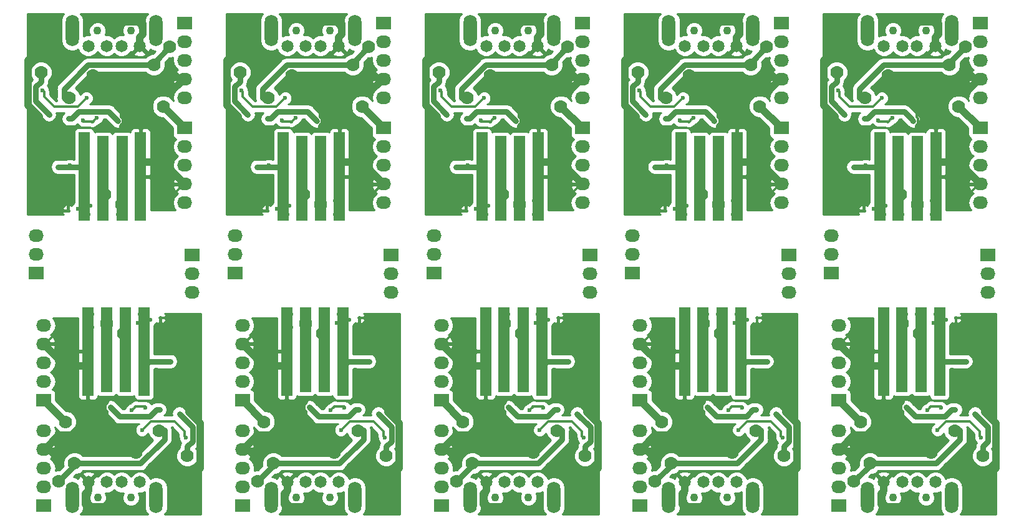
<source format=gbl>
%MOIN*%
%OFA0B0*%
%FSLAX46Y46*%
%IPPOS*%
%LPD*%
%AMREC10*
4,1,3,
0.04,0.034000000000000009,
-0.04,0.033999999999999996,
-0.04,-0.034000000000000009,
0.04,-0.033999999999999996,
0*%
%AMREC20*
4,1,3,
0.029527559055118082,0.23622047244094491,
-0.029527559055118141,0.23622047244094491,
-0.029527559055118082,-0.23622047244094491,
0.029527559055118141,-0.23622047244094491,
0*%
%AMREC30*
4,1,3,
0.029527559055118086,0.22637795275590553,
-0.029527559055118138,0.22637795275590553,
-0.029527559055118086,-0.22637795275590553,
0.029527559055118138,-0.22637795275590553,
0*%
%AMREC40*
4,1,3,
0.0059055118110236211,0.0059055118110236228,
-0.0059055118110236228,0.0059055118110236211,
-0.0059055118110236211,-0.0059055118110236228,
0.0059055118110236228,-0.0059055118110236211,
0*%
%ADD10R,0.08X0.068*%
%ADD11O,0.08X0.068*%
%ADD12C,0.064960629921259838*%
%ADD13C,0.043307086614173235*%
%ADD14O,0.070866141732283464X0.16929133858267717*%
%ADD15R,0.059055118110236227X0.47244094488188981*%
%ADD16R,0.059055118110236227X0.45275590551181105*%
%ADD17R,0.011811023622047244X0.011811023622047244*%
%ADD18C,0.059055118110236227*%
%ADD19C,0.023622047244094488*%
%ADD20C,0.07*%
%ADD21C,0.012000000000000002*%
%ADD22C,0.04*%
%ADD23C,0.015000000000000001*%
%ADD24C,0.030000000000000002*%
%ADD25C,0.00984251968503937*%
%ADD26C,0.01*%
%ADD37R,0.08X0.068*%
%ADD38O,0.08X0.068*%
%ADD39C,0.064960629921259838*%
%ADD40C,0.043307086614173235*%
%ADD41O,0.070866141732283464X0.16929133858267717*%
%ADD42R,0.059055118110236227X0.47244094488188981*%
%ADD43R,0.059055118110236227X0.45275590551181105*%
%ADD44R,0.011811023622047244X0.011811023622047244*%
%ADD45C,0.059055118110236227*%
%ADD46C,0.023622047244094488*%
%ADD47C,0.07*%
%ADD48C,0.012000000000000002*%
%ADD49C,0.04*%
%ADD50C,0.015000000000000001*%
%ADD51C,0.030000000000000002*%
%ADD52C,0.00984251968503937*%
%ADD53C,0.01*%
%ADD54R,0.08X0.068*%
%ADD55O,0.08X0.068*%
%ADD56C,0.064960629921259838*%
%ADD57C,0.043307086614173235*%
%ADD58O,0.070866141732283464X0.16929133858267717*%
%ADD59R,0.059055118110236227X0.47244094488188981*%
%ADD60R,0.059055118110236227X0.45275590551181105*%
%ADD61R,0.011811023622047244X0.011811023622047244*%
%ADD62C,0.059055118110236227*%
%ADD63C,0.023622047244094488*%
%ADD64C,0.07*%
%ADD65C,0.012000000000000002*%
%ADD66C,0.04*%
%ADD67C,0.015000000000000001*%
%ADD68C,0.030000000000000002*%
%ADD69C,0.00984251968503937*%
%ADD70C,0.01*%
%AMCOMP52*
4,1,3,
0.04,0.034000000000000009,
-0.04,0.033999999999999996,
-0.04,-0.034000000000000009,
0.04,-0.033999999999999996,
0*%
%ADD71COMP52*%
%ADD72O,0.08X0.068*%
%ADD73C,0.064960629921259838*%
%ADD74C,0.043307086614173235*%
%ADD75O,0.070866141732283464X0.16929133858267717*%
%AMCOMP53*
4,1,3,
0.029527559055118082,0.23622047244094491,
-0.029527559055118141,0.23622047244094491,
-0.029527559055118082,-0.23622047244094491,
0.029527559055118141,-0.23622047244094491,
0*%
%ADD76COMP53*%
%AMCOMP54*
4,1,3,
0.029527559055118086,0.22637795275590553,
-0.029527559055118138,0.22637795275590553,
-0.029527559055118086,-0.22637795275590553,
0.029527559055118138,-0.22637795275590553,
0*%
%ADD77COMP54*%
%AMCOMP55*
4,1,3,
0.0059055118110236211,0.0059055118110236228,
-0.0059055118110236228,0.0059055118110236211,
-0.0059055118110236211,-0.0059055118110236228,
0.0059055118110236228,-0.0059055118110236211,
0*%
%ADD78COMP55*%
%ADD79C,0.059055118110236227*%
%ADD80C,0.023622047244094488*%
%ADD81C,0.07*%
%ADD82C,0.012000000000000002*%
%ADD83C,0.04*%
%ADD84C,0.015000000000000001*%
%ADD85C,0.030000000000000002*%
%ADD86C,0.00984251968503937*%
%ADD87C,0.01*%
%ADD88R,0.08X0.068*%
%ADD89O,0.08X0.068*%
%ADD90C,0.064960629921259838*%
%ADD91C,0.043307086614173235*%
%ADD92O,0.070866141732283464X0.16929133858267717*%
%ADD93R,0.059055118110236227X0.47244094488188981*%
%ADD94R,0.059055118110236227X0.45275590551181105*%
%ADD95R,0.011811023622047244X0.011811023622047244*%
%ADD96C,0.059055118110236227*%
%ADD97C,0.023622047244094488*%
%ADD98C,0.07*%
%ADD99C,0.012000000000000002*%
%ADD100C,0.04*%
%ADD101C,0.015000000000000001*%
%ADD102C,0.030000000000000002*%
%ADD103C,0.00984251968503937*%
%ADD104C,0.01*%
%ADD105R,0.08X0.068*%
%ADD106O,0.08X0.068*%
%ADD107C,0.064960629921259838*%
%ADD108C,0.043307086614173235*%
%ADD109O,0.070866141732283464X0.16929133858267717*%
%ADD110R,0.059055118110236227X0.47244094488188981*%
%ADD111R,0.059055118110236227X0.45275590551181105*%
%ADD112R,0.011811023622047244X0.011811023622047244*%
%ADD113C,0.059055118110236227*%
%ADD114C,0.023622047244094488*%
%ADD115C,0.07*%
%ADD116C,0.012000000000000002*%
%ADD117C,0.04*%
%ADD118C,0.015000000000000001*%
%ADD119C,0.030000000000000002*%
%ADD120C,0.00984251968503937*%
%ADD121C,0.01*%
%ADD122R,0.08X0.068*%
%ADD123O,0.08X0.068*%
%ADD124C,0.064960629921259838*%
%ADD125C,0.043307086614173235*%
%ADD126O,0.070866141732283464X0.16929133858267717*%
%ADD127R,0.059055118110236227X0.47244094488188981*%
%ADD128R,0.059055118110236227X0.45275590551181105*%
%ADD129R,0.011811023622047244X0.011811023622047244*%
%ADD130C,0.059055118110236227*%
%ADD131C,0.023622047244094488*%
%ADD132C,0.07*%
%ADD133C,0.012000000000000002*%
%ADD134C,0.04*%
%ADD135C,0.015000000000000001*%
%ADD136C,0.030000000000000002*%
%ADD137C,0.00984251968503937*%
%ADD138C,0.01*%
%ADD139R,0.08X0.068*%
%ADD140O,0.08X0.068*%
%ADD141C,0.064960629921259838*%
%ADD142C,0.043307086614173235*%
%ADD143O,0.070866141732283464X0.16929133858267717*%
%ADD144R,0.059055118110236227X0.47244094488188981*%
%ADD145R,0.059055118110236227X0.45275590551181105*%
%ADD146R,0.011811023622047244X0.011811023622047244*%
%ADD147C,0.059055118110236227*%
%ADD148C,0.023622047244094488*%
%ADD149C,0.07*%
%ADD150C,0.012000000000000002*%
%ADD151C,0.04*%
%ADD152C,0.015000000000000001*%
%ADD153C,0.030000000000000002*%
%ADD154C,0.00984251968503937*%
%ADD155C,0.01*%
%ADD156R,0.08X0.068*%
%ADD157O,0.08X0.068*%
%ADD158C,0.064960629921259838*%
%ADD159C,0.043307086614173235*%
%ADD160O,0.070866141732283464X0.16929133858267717*%
%ADD161R,0.059055118110236227X0.47244094488188981*%
%ADD162R,0.059055118110236227X0.45275590551181105*%
%ADD163R,0.011811023622047244X0.011811023622047244*%
%ADD164C,0.059055118110236227*%
%ADD165C,0.023622047244094488*%
%ADD166C,0.07*%
%ADD167C,0.012000000000000002*%
%ADD168C,0.04*%
%ADD169C,0.015000000000000001*%
%ADD170C,0.030000000000000002*%
%ADD171C,0.00984251968503937*%
%ADD172C,0.01*%
%ADD173R,0.08X0.068*%
%ADD174O,0.08X0.068*%
%ADD175C,0.064960629921259838*%
%ADD176C,0.043307086614173235*%
%ADD177O,0.070866141732283464X0.16929133858267717*%
%ADD178R,0.059055118110236227X0.47244094488188981*%
%ADD179R,0.059055118110236227X0.45275590551181105*%
%ADD180R,0.011811023622047244X0.011811023622047244*%
%ADD181C,0.059055118110236227*%
%ADD182C,0.023622047244094488*%
%ADD183C,0.07*%
%ADD184C,0.012000000000000002*%
%ADD185C,0.04*%
%ADD186C,0.015000000000000001*%
%ADD187C,0.030000000000000002*%
%ADD188C,0.00984251968503937*%
%ADD189C,0.01*%
G01G01*
D10*
X0000787401Y0000374015D02*
X0001205220Y0001681000D03*
D11*
X0001205220Y0001580999D03*
X0001205220Y0001481000D03*
D10*
X0000409551Y0000906196D03*
D11*
X0000409551Y0001006196D03*
X0000409551Y0001106196D03*
X0000409551Y0001206196D03*
X0000409551Y0001306196D03*
D10*
X0000409551Y0000343598D03*
D11*
X0000409551Y0000443598D03*
X0000409551Y0000543598D03*
X0000409551Y0000643598D03*
X0000409551Y0000743598D03*
D12*
X0000826874Y0000467614D03*
X0000925299Y0000467614D03*
X0000748133Y0000467614D03*
X0000649708Y0000467614D03*
D13*
X0000876086Y0000384937D03*
X0000698921Y0000384937D03*
D14*
X0000563094Y0000384937D03*
X0001011913Y0000384937D03*
D15*
X0000646952Y0001166433D03*
X0000946952Y0001166433D03*
D16*
X0000848133Y0001176275D03*
X0000745771Y0001176275D03*
D17*
X0001033173Y0001347535D03*
D18*
X0000944590Y0001367220D03*
X0000846165Y0001367220D03*
X0000747740Y0001367220D03*
X0000649314Y0001367220D03*
X0000649314Y0001295960D03*
D19*
X0001227401Y0001174015D03*
X0001197401Y0001174015D03*
X0001197401Y0001174015D03*
X0001166401Y0001179740D03*
X0001116401Y0001294015D03*
X0001086401Y0001294015D03*
X0001187401Y0000934015D03*
X0001137401Y0001014015D03*
X0001013829Y0001067587D03*
X0001047401Y0001294015D03*
X0000876086Y0000904622D03*
X0001206795Y0000420370D03*
D20*
X0000902339Y0000626455D03*
D19*
X0000836690Y0000719609D03*
D20*
X0001000305Y0000546583D03*
D19*
X0000789640Y0000741587D03*
X0000498133Y0000579818D03*
D20*
X0000520930Y0001054996D03*
D19*
X0000645771Y0000898716D03*
X0000710732Y0000898025D03*
X0000740259Y0000898025D03*
D20*
X0001178021Y0000608592D03*
D19*
X0001135929Y0000833755D03*
X0000768429Y0000867587D03*
X0001029629Y0000855921D03*
D20*
X0000837830Y0001260935D03*
D19*
X0000854771Y0001181632D03*
D20*
X0000747740Y0001316433D03*
D19*
X0000758493Y0001218435D03*
X0000880365Y0000851283D03*
X0000954931Y0000864858D03*
X0001169787Y0000705409D03*
X0000935929Y0000746747D03*
X0000980811Y0001337299D03*
X0000915063Y0001320370D03*
D20*
X0001027401Y0000744015D03*
D19*
X0001023803Y0001105015D03*
X0001056401Y0001114015D03*
X0001087401Y0001114015D03*
D20*
X0000574905Y0000568007D03*
X0000525523Y0000790224D03*
X0000489551Y0000471627D03*
D21*
X0001086401Y0001294015D02*
X0001116401Y0001294015D01*
D22*
X0001207401Y0000504015D02*
X0001042873Y0000504015D01*
X0001042873Y0000504015D02*
X0001000305Y0000546583D01*
X0001247401Y0000544015D02*
X0001207401Y0000504015D01*
X0001247401Y0000784015D02*
X0001247401Y0000544015D01*
X0001187401Y0000844015D02*
X0001247401Y0000784015D01*
X0001187401Y0000934015D02*
X0001187401Y0000844015D01*
D23*
X0001013829Y0001067587D02*
X0001083829Y0001067587D01*
X0001083829Y0001067587D02*
X0001137401Y0001014015D01*
D24*
X0000840653Y0000687131D02*
X0000836690Y0000691094D01*
X0000836690Y0000691094D02*
X0000836690Y0000702905D01*
X0000836690Y0000702905D02*
X0000836690Y0000719609D01*
D21*
X0000580228Y0001329818D02*
X0000539173Y0001329818D01*
X0000539173Y0001329818D02*
X0000415551Y0001206196D01*
X0000415551Y0001206196D02*
X0000409551Y0001206196D01*
X0000588102Y0001337692D02*
X0000580228Y0001329818D01*
D22*
X0000646952Y0001087692D02*
X0000553627Y0001087692D01*
X0000553627Y0001087692D02*
X0000520930Y0001054996D01*
X0000745755Y0000337283D02*
X0000787503Y0000379031D01*
X0000633960Y0000349503D02*
X0000646181Y0000337283D01*
X0000646181Y0000337283D02*
X0000745755Y0000337283D01*
X0000633960Y0000405932D02*
X0000633960Y0000349503D01*
X0000649708Y0000467614D02*
X0000649708Y0000421680D01*
X0000649708Y0000421680D02*
X0000633960Y0000405932D01*
X0000520930Y0001054996D02*
X0000520930Y0001094817D01*
X0000520930Y0001094817D02*
X0000409551Y0001206196D01*
X0000646952Y0000967614D02*
X0000646952Y0001087692D01*
D21*
X0000789640Y0000741587D02*
X0000750887Y0000780341D01*
X0000750887Y0000780341D02*
X0000750887Y0000846945D01*
X0000750887Y0000846945D02*
X0000741428Y0000856403D01*
X0000741428Y0000856403D02*
X0000741428Y0000896857D01*
X0000741428Y0000896857D02*
X0000740259Y0000898025D01*
D24*
X0000434354Y0000643598D02*
X0000498133Y0000579818D01*
D22*
X0000559832Y0000717598D02*
X0000740259Y0000898025D01*
X0000489551Y0000717598D02*
X0000559832Y0000717598D01*
X0000415551Y0000643598D02*
X0000489551Y0000717598D01*
X0000409551Y0000643598D02*
X0000415551Y0000643598D01*
D24*
X0000409551Y0000643598D02*
X0000434354Y0000643598D01*
D21*
X0000864275Y0000916433D02*
X0000876086Y0000904622D01*
X0000758667Y0000916433D02*
X0000864275Y0000916433D01*
X0000740259Y0000898025D02*
X0000758667Y0000916433D01*
D24*
X0001178021Y0000658089D02*
X0001178021Y0000608592D01*
X0001206401Y0000763283D02*
X0001206401Y0000686469D01*
X0001135929Y0000833755D02*
X0001206401Y0000763283D01*
X0001206401Y0000686469D02*
X0001178021Y0000658089D01*
X0000817544Y0000818472D02*
X0000780240Y0000855776D01*
X0000780240Y0000855776D02*
X0000768429Y0000867587D01*
X0000896114Y0000818472D02*
X0000817544Y0000818472D01*
X0000897365Y0000819722D02*
X0000896114Y0000818472D01*
X0001012926Y0000855921D02*
X0000976727Y0000819722D01*
X0001029629Y0000855921D02*
X0001012926Y0000855921D01*
X0000976727Y0000819722D02*
X0000897365Y0000819722D01*
D21*
X0000854771Y0001164929D02*
X0000854771Y0001181632D01*
X0000854771Y0001104173D02*
X0000854771Y0001164929D01*
X0000848133Y0001097535D02*
X0000854771Y0001104173D01*
X0000745771Y0001205713D02*
X0000746682Y0001206624D01*
X0000746682Y0001206624D02*
X0000758493Y0001218435D01*
X0000745771Y0001097535D02*
X0000745771Y0001205713D01*
X0000954931Y0000871262D02*
X0000945377Y0000871262D01*
X0000945377Y0000871262D02*
X0000899093Y0000871262D01*
D25*
X0000954931Y0000864858D02*
X0000951782Y0000864858D01*
X0000951782Y0000864858D02*
X0000945377Y0000871262D01*
D21*
X0000896291Y0000868459D02*
X0000896291Y0000867208D01*
X0000896291Y0000867208D02*
X0000892176Y0000863094D01*
X0000892176Y0000863094D02*
X0000880365Y0000851283D01*
X0000906634Y0000874074D02*
X0000901906Y0000874074D01*
X0000899093Y0000871262D02*
X0000896291Y0000868459D01*
X0000901906Y0000874074D02*
X0000896291Y0000868459D01*
X0001162559Y0000740149D02*
X0001162559Y0000712637D01*
X0001162559Y0000712637D02*
X0001165802Y0000709394D01*
X0000935929Y0000746747D02*
X0000982528Y0000793347D01*
X0001109361Y0000793347D02*
X0001162559Y0000740149D01*
X0000982528Y0000793347D02*
X0001109361Y0000793347D01*
D24*
X0001055933Y0000746347D02*
X0001029733Y0000746347D01*
X0001029733Y0000746347D02*
X0001027401Y0000744015D01*
X0001039698Y0001114015D02*
X0001056401Y0001114015D01*
X0000973275Y0001114015D02*
X0001039698Y0001114015D01*
X0000946952Y0001087692D02*
X0000973275Y0001114015D01*
X0001056401Y0001114015D02*
X0001087401Y0001114015D01*
D22*
X0000525523Y0000790224D02*
X0000409551Y0000906196D01*
D24*
X0001055933Y0000696850D02*
X0000927091Y0000568007D01*
X0000927091Y0000568007D02*
X0000624402Y0000568007D01*
X0000624402Y0000568007D02*
X0000574905Y0000568007D01*
X0000574905Y0000568007D02*
X0000574905Y0000556981D01*
X0000574905Y0000556981D02*
X0000489551Y0000471627D01*
X0001055933Y0000746347D02*
X0001055933Y0000696850D01*
X0001054759Y0000745173D02*
X0001055933Y0000746347D01*
D26*
G36*
X0001249708Y0001369073D02*
X0001249708Y0000294779D01*
X0001057237Y0000294779D01*
X0001068840Y0000312144D01*
X0001072346Y0000329772D01*
X0001072346Y0000440101D01*
X0001068840Y0000457729D01*
X0001055483Y0000477719D01*
X0001035493Y0000491076D01*
X0001011913Y0000495766D01*
X0000988333Y0000491076D01*
X0000980081Y0000485562D01*
X0000974028Y0000500174D01*
X0000957859Y0000516343D01*
X0000936732Y0000525094D01*
X0000913865Y0000525094D01*
X0000892739Y0000516343D01*
X0000876569Y0000500174D01*
X0000876086Y0000499007D01*
X0000875603Y0000500174D01*
X0000859434Y0000516343D01*
X0000838307Y0000525094D01*
X0000815440Y0000525094D01*
X0000794314Y0000516343D01*
X0000787503Y0000509533D01*
X0000780693Y0000516343D01*
X0000759567Y0000525094D01*
X0000736700Y0000525094D01*
X0000715573Y0000516343D01*
X0000699404Y0000500174D01*
X0000698621Y0000498284D01*
X0000690096Y0000500931D01*
X0000656779Y0000467614D01*
X0000657336Y0000467057D01*
X0000650265Y0000459986D01*
X0000649708Y0000460543D01*
X0000649151Y0000459986D01*
X0000642080Y0000467057D01*
X0000642637Y0000467614D01*
X0000609320Y0000500931D01*
X0000599529Y0000497891D01*
X0000595047Y0000485481D01*
X0000586674Y0000491076D01*
X0000569070Y0000494577D01*
X0000582494Y0000508002D01*
X0000616391Y0000508002D01*
X0000649708Y0000474685D01*
X0000683025Y0000508002D01*
X0000679985Y0000517793D01*
X0000658478Y0000525560D01*
X0000635635Y0000524505D01*
X0000619431Y0000517793D01*
X0000616391Y0000508002D01*
X0000582494Y0000508002D01*
X0000582500Y0000508007D01*
X0000586840Y0000508007D01*
X0000608892Y0000517142D01*
X0000619758Y0000528007D01*
X0000923152Y0000528007D01*
X0000927091Y0000527224D01*
X0000931031Y0000528007D01*
X0000931031Y0000528007D01*
X0000942698Y0000530328D01*
X0000955929Y0000539169D01*
X0000958161Y0000542509D01*
X0001081432Y0000665780D01*
X0001084772Y0000668011D01*
X0001093613Y0000681242D01*
X0001095933Y0000692910D01*
X0001095933Y0000692910D01*
X0001096717Y0000696850D01*
X0001095933Y0000700789D01*
X0001095933Y0000742407D01*
X0001096717Y0000746347D01*
X0001093613Y0000761954D01*
X0001093350Y0000762347D01*
X0001096520Y0000762347D01*
X0001131559Y0000727308D01*
X0001131559Y0000715690D01*
X0001130952Y0000712637D01*
X0001131559Y0000709583D01*
X0001131559Y0000709583D01*
X0001131741Y0000708668D01*
X0001132976Y0000702461D01*
X0001132976Y0000698087D01*
X0001138580Y0000684557D01*
X0001143986Y0000679151D01*
X0001140342Y0000673697D01*
X0001139328Y0000668598D01*
X0001137238Y0000658089D01*
X0001138021Y0000654150D01*
X0001138021Y0000653445D01*
X0001127156Y0000642579D01*
X0001118021Y0000620527D01*
X0001118021Y0000596657D01*
X0001127156Y0000574605D01*
X0001144034Y0000557726D01*
X0001166087Y0000548592D01*
X0001189956Y0000548592D01*
X0001212009Y0000557726D01*
X0001228887Y0000574605D01*
X0001238021Y0000596657D01*
X0001238021Y0000620527D01*
X0001228887Y0000642579D01*
X0001223983Y0000647483D01*
X0001231899Y0000655399D01*
X0001235239Y0000657630D01*
X0001244080Y0000670862D01*
X0001246401Y0000682529D01*
X0001247184Y0000686469D01*
X0001246401Y0000690408D01*
X0001246401Y0000759344D01*
X0001247184Y0000763283D01*
X0001246401Y0000767223D01*
X0001244080Y0000778891D01*
X0001235239Y0000792122D01*
X0001231899Y0000794353D01*
X0001161427Y0000864825D01*
X0001151536Y0000871435D01*
X0001135929Y0000874539D01*
X0001120321Y0000871435D01*
X0001107090Y0000862594D01*
X0001098250Y0000849363D01*
X0001095145Y0000833755D01*
X0001097016Y0000824347D01*
X0001054374Y0000824347D01*
X0001058468Y0000827082D01*
X0001067309Y0000840314D01*
X0001070413Y0000855921D01*
X0001067309Y0000871528D01*
X0001058468Y0000884759D01*
X0001045237Y0000893600D01*
X0001033569Y0000895921D01*
X0001016866Y0000895921D01*
X0001012926Y0000896704D01*
X0001008987Y0000895921D01*
X0001008987Y0000895921D01*
X0000997319Y0000893600D01*
X0000985887Y0000885961D01*
X0000975783Y0000896065D01*
X0000970066Y0000898433D01*
X0000967027Y0000900463D01*
X0000963442Y0000901176D01*
X0000962253Y0000901669D01*
X0000960966Y0000901669D01*
X0000957984Y0000902262D01*
X0000920246Y0000902262D01*
X0000918729Y0000903275D01*
X0000909687Y0000905074D01*
X0000904959Y0000905074D01*
X0000901905Y0000905681D01*
X0000898852Y0000905074D01*
X0000889810Y0000903275D01*
X0000879556Y0000896424D01*
X0000878429Y0000894738D01*
X0000876744Y0000893612D01*
X0000875621Y0000891932D01*
X0000873941Y0000890809D01*
X0000871776Y0000887569D01*
X0000859513Y0000882489D01*
X0000849158Y0000872134D01*
X0000843554Y0000858605D01*
X0000843554Y0000858472D01*
X0000834113Y0000858472D01*
X0000805738Y0000886846D01*
X0000793927Y0000898657D01*
X0000784036Y0000905267D01*
X0000768429Y0000908371D01*
X0000752821Y0000905267D01*
X0000739590Y0000896426D01*
X0000730749Y0000883195D01*
X0000727645Y0000867587D01*
X0000730749Y0000851980D01*
X0000737359Y0000842089D01*
X0000749170Y0000830278D01*
X0000786474Y0000792973D01*
X0000788706Y0000789633D01*
X0000801937Y0000780792D01*
X0000813605Y0000778472D01*
X0000813605Y0000778472D01*
X0000817544Y0000777688D01*
X0000821484Y0000778472D01*
X0000892175Y0000778472D01*
X0000896114Y0000777688D01*
X0000900054Y0000778472D01*
X0000900054Y0000778472D01*
X0000906341Y0000779722D01*
X0000919344Y0000779722D01*
X0000915077Y0000777954D01*
X0000904722Y0000767599D01*
X0000899118Y0000754070D01*
X0000899118Y0000739425D01*
X0000904722Y0000725896D01*
X0000915077Y0000715541D01*
X0000928606Y0000709937D01*
X0000943251Y0000709937D01*
X0000956780Y0000715541D01*
X0000967135Y0000725896D01*
X0000968549Y0000729309D01*
X0000976536Y0000710028D01*
X0000993414Y0000693150D01*
X0000995006Y0000692490D01*
X0000910523Y0000608007D01*
X0000619758Y0000608007D01*
X0000608892Y0000618873D01*
X0000586840Y0000628007D01*
X0000562970Y0000628007D01*
X0000540918Y0000618873D01*
X0000524039Y0000601995D01*
X0000514905Y0000579942D01*
X0000514905Y0000556073D01*
X0000515644Y0000554289D01*
X0000492982Y0000531627D01*
X0000477616Y0000531627D01*
X0000472940Y0000529690D01*
X0000475707Y0000543598D01*
X0000471127Y0000566619D01*
X0000458087Y0000586135D01*
X0000446687Y0000593752D01*
X0000462729Y0000608085D01*
X0000472728Y0000628842D01*
X0000472832Y0000629463D01*
X0000468063Y0000638598D01*
X0000414551Y0000638598D01*
X0000414551Y0000637811D01*
X0000404551Y0000637811D01*
X0000404551Y0000638598D01*
X0000403763Y0000638598D01*
X0000403763Y0000648598D01*
X0000404551Y0000648598D01*
X0000404551Y0000649385D01*
X0000414551Y0000649385D01*
X0000414551Y0000648598D01*
X0000468063Y0000648598D01*
X0000472832Y0000657733D01*
X0000472728Y0000658353D01*
X0000462729Y0000679111D01*
X0000446687Y0000693444D01*
X0000458087Y0000701061D01*
X0000471127Y0000720577D01*
X0000475707Y0000743598D01*
X0000471839Y0000763040D01*
X0000474657Y0000756237D01*
X0000491535Y0000739359D01*
X0000513588Y0000730224D01*
X0000537457Y0000730224D01*
X0000559510Y0000739359D01*
X0000576388Y0000756237D01*
X0000585523Y0000778290D01*
X0000585523Y0000802159D01*
X0000576388Y0000824212D01*
X0000559510Y0000841090D01*
X0000537457Y0000850224D01*
X0000529162Y0000850224D01*
X0000475040Y0000904346D01*
X0000475040Y0000940196D01*
X0000473100Y0000949951D01*
X0000467575Y0000958220D01*
X0000459305Y0000963746D01*
X0000458281Y0000963950D01*
X0000471127Y0000983176D01*
X0000475707Y0001006196D01*
X0000471127Y0001029217D01*
X0000458087Y0001048733D01*
X0000446918Y0001056196D01*
X0000458087Y0001063660D01*
X0000471127Y0001083176D01*
X0000475707Y0001106196D01*
X0000471127Y0001129217D01*
X0000458087Y0001148733D01*
X0000448435Y0001155183D01*
X0000592425Y0001155183D01*
X0000592425Y0000925239D01*
X0000596231Y0000916051D01*
X0000603263Y0000909018D01*
X0000612452Y0000905212D01*
X0000635702Y0000905212D01*
X0000641952Y0000911462D01*
X0000641952Y0001161433D01*
X0000598675Y0001161433D01*
X0000592425Y0001155183D01*
X0000448435Y0001155183D01*
X0000446687Y0001156350D01*
X0000462729Y0001170683D01*
X0000472728Y0001191441D01*
X0000472832Y0001192061D01*
X0000468063Y0001201196D01*
X0000414551Y0001201196D01*
X0000414551Y0001200409D01*
X0000404551Y0001200409D01*
X0000404551Y0001201196D01*
X0000403763Y0001201196D01*
X0000403763Y0001211196D01*
X0000404551Y0001211196D01*
X0000404551Y0001211984D01*
X0000414551Y0001211984D01*
X0000414551Y0001211196D01*
X0000468063Y0001211196D01*
X0000472832Y0001220331D01*
X0000472728Y0001220952D01*
X0000462729Y0001241710D01*
X0000446687Y0001256042D01*
X0000458087Y0001263660D01*
X0000471127Y0001283176D01*
X0000475707Y0001306196D01*
X0000471127Y0001329217D01*
X0000459872Y0001346062D01*
X0000592425Y0001346062D01*
X0000592425Y0001177683D01*
X0000598675Y0001171433D01*
X0000641952Y0001171433D01*
X0000641952Y0001172220D01*
X0000651952Y0001172220D01*
X0000651952Y0001171433D01*
X0000652740Y0001171433D01*
X0000652740Y0001161433D01*
X0000651952Y0001161433D01*
X0000651952Y0000911462D01*
X0000658202Y0000905212D01*
X0000681453Y0000905212D01*
X0000690641Y0000909018D01*
X0000697674Y0000916051D01*
X0000701480Y0000925239D01*
X0000701480Y0000929695D01*
X0000706489Y0000926348D01*
X0000716244Y0000924407D01*
X0000775299Y0000924407D01*
X0000785053Y0000926348D01*
X0000793323Y0000931873D01*
X0000796952Y0000937305D01*
X0000800582Y0000931873D01*
X0000808851Y0000926348D01*
X0000818606Y0000924407D01*
X0000877661Y0000924407D01*
X0000887415Y0000926348D01*
X0000892083Y0000929467D01*
X0000893875Y0000920458D01*
X0000899401Y0000912188D01*
X0000907670Y0000906663D01*
X0000917425Y0000904722D01*
X0000976480Y0000904722D01*
X0000986234Y0000906663D01*
X0000994504Y0000912188D01*
X0001000029Y0000920458D01*
X0001001970Y0000930212D01*
X0001001970Y0001074015D01*
X0001002744Y0001074015D01*
X0001002951Y0001073808D01*
X0001016480Y0001068204D01*
X0001031125Y0001068204D01*
X0001044654Y0001073808D01*
X0001044861Y0001074015D01*
X0001091341Y0001074015D01*
X0001103008Y0001076336D01*
X0001116239Y0001085177D01*
X0001125080Y0001098408D01*
X0001128185Y0001114015D01*
X0001125080Y0001129622D01*
X0001116239Y0001142854D01*
X0001103008Y0001151694D01*
X0001091341Y0001154015D01*
X0001001970Y0001154015D01*
X0001001970Y0001306399D01*
X0001012017Y0001316447D01*
X0001013587Y0001320236D01*
X0001022294Y0001316629D01*
X0001023970Y0001316629D01*
X0001030220Y0001322879D01*
X0001030220Y0001344582D01*
X0001036125Y0001344582D01*
X0001036125Y0001322879D01*
X0001042375Y0001316629D01*
X0001044051Y0001316629D01*
X0001053240Y0001320435D01*
X0001060272Y0001327468D01*
X0001064078Y0001336657D01*
X0001064078Y0001338332D01*
X0001057828Y0001344582D01*
X0001036125Y0001344582D01*
X0001030220Y0001344582D01*
X0001027385Y0001344582D01*
X0001027385Y0001350488D01*
X0001030220Y0001350488D01*
X0001030220Y0001353322D01*
X0001036125Y0001353322D01*
X0001036125Y0001350488D01*
X0001057828Y0001350488D01*
X0001064078Y0001356738D01*
X0001064078Y0001358413D01*
X0001060272Y0001367602D01*
X0001058172Y0001369702D01*
X0001249708Y0001369073D01*
X0001249708Y0001369073D01*
G37*
X0001249708Y0001369073D02*
X0001249708Y0000294779D01*
X0001057237Y0000294779D01*
X0001068840Y0000312144D01*
X0001072346Y0000329772D01*
X0001072346Y0000440101D01*
X0001068840Y0000457729D01*
X0001055483Y0000477719D01*
X0001035493Y0000491076D01*
X0001011913Y0000495766D01*
X0000988333Y0000491076D01*
X0000980081Y0000485562D01*
X0000974028Y0000500174D01*
X0000957859Y0000516343D01*
X0000936732Y0000525094D01*
X0000913865Y0000525094D01*
X0000892739Y0000516343D01*
X0000876569Y0000500174D01*
X0000876086Y0000499007D01*
X0000875603Y0000500174D01*
X0000859434Y0000516343D01*
X0000838307Y0000525094D01*
X0000815440Y0000525094D01*
X0000794314Y0000516343D01*
X0000787503Y0000509533D01*
X0000780693Y0000516343D01*
X0000759567Y0000525094D01*
X0000736700Y0000525094D01*
X0000715573Y0000516343D01*
X0000699404Y0000500174D01*
X0000698621Y0000498284D01*
X0000690096Y0000500931D01*
X0000656779Y0000467614D01*
X0000657336Y0000467057D01*
X0000650265Y0000459986D01*
X0000649708Y0000460543D01*
X0000649151Y0000459986D01*
X0000642080Y0000467057D01*
X0000642637Y0000467614D01*
X0000609320Y0000500931D01*
X0000599529Y0000497891D01*
X0000595047Y0000485481D01*
X0000586674Y0000491076D01*
X0000569070Y0000494577D01*
X0000582494Y0000508002D01*
X0000616391Y0000508002D01*
X0000649708Y0000474685D01*
X0000683025Y0000508002D01*
X0000679985Y0000517793D01*
X0000658478Y0000525560D01*
X0000635635Y0000524505D01*
X0000619431Y0000517793D01*
X0000616391Y0000508002D01*
X0000582494Y0000508002D01*
X0000582500Y0000508007D01*
X0000586840Y0000508007D01*
X0000608892Y0000517142D01*
X0000619758Y0000528007D01*
X0000923152Y0000528007D01*
X0000927091Y0000527224D01*
X0000931031Y0000528007D01*
X0000931031Y0000528007D01*
X0000942698Y0000530328D01*
X0000955929Y0000539169D01*
X0000958161Y0000542509D01*
X0001081432Y0000665780D01*
X0001084772Y0000668011D01*
X0001093613Y0000681242D01*
X0001095933Y0000692910D01*
X0001095933Y0000692910D01*
X0001096717Y0000696850D01*
X0001095933Y0000700789D01*
X0001095933Y0000742407D01*
X0001096717Y0000746347D01*
X0001093613Y0000761954D01*
X0001093350Y0000762347D01*
X0001096520Y0000762347D01*
X0001131559Y0000727308D01*
X0001131559Y0000715690D01*
X0001130952Y0000712637D01*
X0001131559Y0000709583D01*
X0001131559Y0000709583D01*
X0001131741Y0000708668D01*
X0001132976Y0000702461D01*
X0001132976Y0000698087D01*
X0001138580Y0000684557D01*
X0001143986Y0000679151D01*
X0001140342Y0000673697D01*
X0001139328Y0000668598D01*
X0001137238Y0000658089D01*
X0001138021Y0000654150D01*
X0001138021Y0000653445D01*
X0001127156Y0000642579D01*
X0001118021Y0000620527D01*
X0001118021Y0000596657D01*
X0001127156Y0000574605D01*
X0001144034Y0000557726D01*
X0001166087Y0000548592D01*
X0001189956Y0000548592D01*
X0001212009Y0000557726D01*
X0001228887Y0000574605D01*
X0001238021Y0000596657D01*
X0001238021Y0000620527D01*
X0001228887Y0000642579D01*
X0001223983Y0000647483D01*
X0001231899Y0000655399D01*
X0001235239Y0000657630D01*
X0001244080Y0000670862D01*
X0001246401Y0000682529D01*
X0001247184Y0000686469D01*
X0001246401Y0000690408D01*
X0001246401Y0000759344D01*
X0001247184Y0000763283D01*
X0001246401Y0000767223D01*
X0001244080Y0000778891D01*
X0001235239Y0000792122D01*
X0001231899Y0000794353D01*
X0001161427Y0000864825D01*
X0001151536Y0000871435D01*
X0001135929Y0000874539D01*
X0001120321Y0000871435D01*
X0001107090Y0000862594D01*
X0001098250Y0000849363D01*
X0001095145Y0000833755D01*
X0001097016Y0000824347D01*
X0001054374Y0000824347D01*
X0001058468Y0000827082D01*
X0001067309Y0000840314D01*
X0001070413Y0000855921D01*
X0001067309Y0000871528D01*
X0001058468Y0000884759D01*
X0001045237Y0000893600D01*
X0001033569Y0000895921D01*
X0001016866Y0000895921D01*
X0001012926Y0000896704D01*
X0001008987Y0000895921D01*
X0001008987Y0000895921D01*
X0000997319Y0000893600D01*
X0000985887Y0000885961D01*
X0000975783Y0000896065D01*
X0000970066Y0000898433D01*
X0000967027Y0000900463D01*
X0000963442Y0000901176D01*
X0000962253Y0000901669D01*
X0000960966Y0000901669D01*
X0000957984Y0000902262D01*
X0000920246Y0000902262D01*
X0000918729Y0000903275D01*
X0000909687Y0000905074D01*
X0000904959Y0000905074D01*
X0000901905Y0000905681D01*
X0000898852Y0000905074D01*
X0000889810Y0000903275D01*
X0000879556Y0000896424D01*
X0000878429Y0000894738D01*
X0000876744Y0000893612D01*
X0000875621Y0000891932D01*
X0000873941Y0000890809D01*
X0000871776Y0000887569D01*
X0000859513Y0000882489D01*
X0000849158Y0000872134D01*
X0000843554Y0000858605D01*
X0000843554Y0000858472D01*
X0000834113Y0000858472D01*
X0000805738Y0000886846D01*
X0000793927Y0000898657D01*
X0000784036Y0000905267D01*
X0000768429Y0000908371D01*
X0000752821Y0000905267D01*
X0000739590Y0000896426D01*
X0000730749Y0000883195D01*
X0000727645Y0000867587D01*
X0000730749Y0000851980D01*
X0000737359Y0000842089D01*
X0000749170Y0000830278D01*
X0000786474Y0000792973D01*
X0000788706Y0000789633D01*
X0000801937Y0000780792D01*
X0000813605Y0000778472D01*
X0000813605Y0000778472D01*
X0000817544Y0000777688D01*
X0000821484Y0000778472D01*
X0000892175Y0000778472D01*
X0000896114Y0000777688D01*
X0000900054Y0000778472D01*
X0000900054Y0000778472D01*
X0000906341Y0000779722D01*
X0000919344Y0000779722D01*
X0000915077Y0000777954D01*
X0000904722Y0000767599D01*
X0000899118Y0000754070D01*
X0000899118Y0000739425D01*
X0000904722Y0000725896D01*
X0000915077Y0000715541D01*
X0000928606Y0000709937D01*
X0000943251Y0000709937D01*
X0000956780Y0000715541D01*
X0000967135Y0000725896D01*
X0000968549Y0000729309D01*
X0000976536Y0000710028D01*
X0000993414Y0000693150D01*
X0000995006Y0000692490D01*
X0000910523Y0000608007D01*
X0000619758Y0000608007D01*
X0000608892Y0000618873D01*
X0000586840Y0000628007D01*
X0000562970Y0000628007D01*
X0000540918Y0000618873D01*
X0000524039Y0000601995D01*
X0000514905Y0000579942D01*
X0000514905Y0000556073D01*
X0000515644Y0000554289D01*
X0000492982Y0000531627D01*
X0000477616Y0000531627D01*
X0000472940Y0000529690D01*
X0000475707Y0000543598D01*
X0000471127Y0000566619D01*
X0000458087Y0000586135D01*
X0000446687Y0000593752D01*
X0000462729Y0000608085D01*
X0000472728Y0000628842D01*
X0000472832Y0000629463D01*
X0000468063Y0000638598D01*
X0000414551Y0000638598D01*
X0000414551Y0000637811D01*
X0000404551Y0000637811D01*
X0000404551Y0000638598D01*
X0000403763Y0000638598D01*
X0000403763Y0000648598D01*
X0000404551Y0000648598D01*
X0000404551Y0000649385D01*
X0000414551Y0000649385D01*
X0000414551Y0000648598D01*
X0000468063Y0000648598D01*
X0000472832Y0000657733D01*
X0000472728Y0000658353D01*
X0000462729Y0000679111D01*
X0000446687Y0000693444D01*
X0000458087Y0000701061D01*
X0000471127Y0000720577D01*
X0000475707Y0000743598D01*
X0000471839Y0000763040D01*
X0000474657Y0000756237D01*
X0000491535Y0000739359D01*
X0000513588Y0000730224D01*
X0000537457Y0000730224D01*
X0000559510Y0000739359D01*
X0000576388Y0000756237D01*
X0000585523Y0000778290D01*
X0000585523Y0000802159D01*
X0000576388Y0000824212D01*
X0000559510Y0000841090D01*
X0000537457Y0000850224D01*
X0000529162Y0000850224D01*
X0000475040Y0000904346D01*
X0000475040Y0000940196D01*
X0000473100Y0000949951D01*
X0000467575Y0000958220D01*
X0000459305Y0000963746D01*
X0000458281Y0000963950D01*
X0000471127Y0000983176D01*
X0000475707Y0001006196D01*
X0000471127Y0001029217D01*
X0000458087Y0001048733D01*
X0000446918Y0001056196D01*
X0000458087Y0001063660D01*
X0000471127Y0001083176D01*
X0000475707Y0001106196D01*
X0000471127Y0001129217D01*
X0000458087Y0001148733D01*
X0000448435Y0001155183D01*
X0000592425Y0001155183D01*
X0000592425Y0000925239D01*
X0000596231Y0000916051D01*
X0000603263Y0000909018D01*
X0000612452Y0000905212D01*
X0000635702Y0000905212D01*
X0000641952Y0000911462D01*
X0000641952Y0001161433D01*
X0000598675Y0001161433D01*
X0000592425Y0001155183D01*
X0000448435Y0001155183D01*
X0000446687Y0001156350D01*
X0000462729Y0001170683D01*
X0000472728Y0001191441D01*
X0000472832Y0001192061D01*
X0000468063Y0001201196D01*
X0000414551Y0001201196D01*
X0000414551Y0001200409D01*
X0000404551Y0001200409D01*
X0000404551Y0001201196D01*
X0000403763Y0001201196D01*
X0000403763Y0001211196D01*
X0000404551Y0001211196D01*
X0000404551Y0001211984D01*
X0000414551Y0001211984D01*
X0000414551Y0001211196D01*
X0000468063Y0001211196D01*
X0000472832Y0001220331D01*
X0000472728Y0001220952D01*
X0000462729Y0001241710D01*
X0000446687Y0001256042D01*
X0000458087Y0001263660D01*
X0000471127Y0001283176D01*
X0000475707Y0001306196D01*
X0000471127Y0001329217D01*
X0000459872Y0001346062D01*
X0000592425Y0001346062D01*
X0000592425Y0001177683D01*
X0000598675Y0001171433D01*
X0000641952Y0001171433D01*
X0000641952Y0001172220D01*
X0000651952Y0001172220D01*
X0000651952Y0001171433D01*
X0000652740Y0001171433D01*
X0000652740Y0001161433D01*
X0000651952Y0001161433D01*
X0000651952Y0000911462D01*
X0000658202Y0000905212D01*
X0000681453Y0000905212D01*
X0000690641Y0000909018D01*
X0000697674Y0000916051D01*
X0000701480Y0000925239D01*
X0000701480Y0000929695D01*
X0000706489Y0000926348D01*
X0000716244Y0000924407D01*
X0000775299Y0000924407D01*
X0000785053Y0000926348D01*
X0000793323Y0000931873D01*
X0000796952Y0000937305D01*
X0000800582Y0000931873D01*
X0000808851Y0000926348D01*
X0000818606Y0000924407D01*
X0000877661Y0000924407D01*
X0000887415Y0000926348D01*
X0000892083Y0000929467D01*
X0000893875Y0000920458D01*
X0000899401Y0000912188D01*
X0000907670Y0000906663D01*
X0000917425Y0000904722D01*
X0000976480Y0000904722D01*
X0000986234Y0000906663D01*
X0000994504Y0000912188D01*
X0001000029Y0000920458D01*
X0001001970Y0000930212D01*
X0001001970Y0001074015D01*
X0001002744Y0001074015D01*
X0001002951Y0001073808D01*
X0001016480Y0001068204D01*
X0001031125Y0001068204D01*
X0001044654Y0001073808D01*
X0001044861Y0001074015D01*
X0001091341Y0001074015D01*
X0001103008Y0001076336D01*
X0001116239Y0001085177D01*
X0001125080Y0001098408D01*
X0001128185Y0001114015D01*
X0001125080Y0001129622D01*
X0001116239Y0001142854D01*
X0001103008Y0001151694D01*
X0001091341Y0001154015D01*
X0001001970Y0001154015D01*
X0001001970Y0001306399D01*
X0001012017Y0001316447D01*
X0001013587Y0001320236D01*
X0001022294Y0001316629D01*
X0001023970Y0001316629D01*
X0001030220Y0001322879D01*
X0001030220Y0001344582D01*
X0001036125Y0001344582D01*
X0001036125Y0001322879D01*
X0001042375Y0001316629D01*
X0001044051Y0001316629D01*
X0001053240Y0001320435D01*
X0001060272Y0001327468D01*
X0001064078Y0001336657D01*
X0001064078Y0001338332D01*
X0001057828Y0001344582D01*
X0001036125Y0001344582D01*
X0001030220Y0001344582D01*
X0001027385Y0001344582D01*
X0001027385Y0001350488D01*
X0001030220Y0001350488D01*
X0001030220Y0001353322D01*
X0001036125Y0001353322D01*
X0001036125Y0001350488D01*
X0001057828Y0001350488D01*
X0001064078Y0001356738D01*
X0001064078Y0001358413D01*
X0001060272Y0001367602D01*
X0001058172Y0001369702D01*
X0001249708Y0001369073D01*
G36*
X0000794314Y0000418884D02*
X0000815440Y0000410133D01*
X0000836026Y0000410133D01*
X0000829433Y0000394216D01*
X0000829433Y0000375657D01*
X0000836535Y0000358509D01*
X0000849659Y0000345386D01*
X0000866806Y0000338283D01*
X0000885366Y0000338283D01*
X0000902513Y0000345386D01*
X0000915637Y0000358509D01*
X0000922740Y0000375657D01*
X0000922740Y0000394216D01*
X0000916147Y0000410133D01*
X0000936732Y0000410133D01*
X0000951480Y0000416242D01*
X0000951480Y0000329772D01*
X0000954986Y0000312144D01*
X0000966589Y0000294779D01*
X0000608418Y0000294779D01*
X0000620021Y0000312144D01*
X0000623527Y0000329772D01*
X0000623527Y0000415955D01*
X0000640938Y0000409667D01*
X0000659013Y0000410502D01*
X0000652267Y0000394216D01*
X0000652267Y0000375657D01*
X0000659370Y0000358509D01*
X0000672494Y0000345386D01*
X0000689641Y0000338283D01*
X0000708201Y0000338283D01*
X0000725348Y0000345386D01*
X0000738472Y0000358509D01*
X0000745574Y0000375657D01*
X0000745574Y0000394216D01*
X0000738981Y0000410133D01*
X0000759567Y0000410133D01*
X0000780693Y0000418884D01*
X0000787503Y0000425694D01*
X0000794314Y0000418884D01*
X0000794314Y0000418884D01*
G37*
X0000794314Y0000418884D02*
X0000815440Y0000410133D01*
X0000836026Y0000410133D01*
X0000829433Y0000394216D01*
X0000829433Y0000375657D01*
X0000836535Y0000358509D01*
X0000849659Y0000345386D01*
X0000866806Y0000338283D01*
X0000885366Y0000338283D01*
X0000902513Y0000345386D01*
X0000915637Y0000358509D01*
X0000922740Y0000375657D01*
X0000922740Y0000394216D01*
X0000916147Y0000410133D01*
X0000936732Y0000410133D01*
X0000951480Y0000416242D01*
X0000951480Y0000329772D01*
X0000954986Y0000312144D01*
X0000966589Y0000294779D01*
X0000608418Y0000294779D01*
X0000620021Y0000312144D01*
X0000623527Y0000329772D01*
X0000623527Y0000415955D01*
X0000640938Y0000409667D01*
X0000659013Y0000410502D01*
X0000652267Y0000394216D01*
X0000652267Y0000375657D01*
X0000659370Y0000358509D01*
X0000672494Y0000345386D01*
X0000689641Y0000338283D01*
X0000708201Y0000338283D01*
X0000725348Y0000345386D01*
X0000738472Y0000358509D01*
X0000745574Y0000375657D01*
X0000745574Y0000394216D01*
X0000738981Y0000410133D01*
X0000759567Y0000410133D01*
X0000780693Y0000418884D01*
X0000787503Y0000425694D01*
X0000794314Y0000418884D01*
G04 next file*
G04 Gerber Fmt 4.6, Leading zero omitted, Abs format (unit mm)*
G04 Created by KiCad (PCBNEW (5.0.0-rc2-dev-707-g2ed24a4)) date Friday, 18 May 2018 at 19:07:10*
G01G01*
G04 APERTURE LIST*
G04 APERTURE END LIST*
D37*
X0001850393Y0002893700D02*
X0001432574Y0001586716D03*
D38*
X0001432574Y0001686716D03*
X0001432574Y0001786716D03*
D37*
X0002228244Y0002361519D03*
D38*
X0002228244Y0002261519D03*
X0002228244Y0002161519D03*
X0002228244Y0002061519D03*
X0002228244Y0001961519D03*
D37*
X0002228244Y0002924118D03*
D38*
X0002228244Y0002824118D03*
X0002228244Y0002724118D03*
X0002228244Y0002624118D03*
X0002228244Y0002524118D03*
D39*
X0001810921Y0002800102D03*
X0001712496Y0002800102D03*
X0001889661Y0002800102D03*
X0001988086Y0002800102D03*
D40*
X0001761708Y0002882779D03*
X0001938874Y0002882779D03*
D41*
X0002074700Y0002882779D03*
X0001625881Y0002882779D03*
D42*
X0001990842Y0002101283D03*
X0001690842Y0002101283D03*
D43*
X0001789661Y0002091440D03*
X0001892023Y0002091440D03*
D44*
X0001604622Y0001920181D03*
D45*
X0001693204Y0001900496D03*
X0001791629Y0001900496D03*
X0001890055Y0001900496D03*
X0001988480Y0001900496D03*
X0001988480Y0001971755D03*
D46*
X0001410393Y0002093700D03*
X0001440393Y0002093700D03*
X0001440393Y0002093700D03*
X0001471393Y0002087976D03*
X0001521393Y0001973700D03*
X0001551393Y0001973700D03*
X0001450393Y0002333700D03*
X0001500393Y0002253700D03*
X0001623965Y0002200128D03*
X0001590393Y0001973700D03*
X0001761708Y0002363094D03*
X0001431000Y0002847346D03*
D47*
X0001735455Y0002641260D03*
D46*
X0001801105Y0002548107D03*
D47*
X0001637489Y0002721133D03*
D46*
X0001848154Y0002526128D03*
X0002139661Y0002687897D03*
D47*
X0002116864Y0002212720D03*
D46*
X0001992023Y0002369000D03*
X0001927062Y0002369690D03*
X0001897535Y0002369690D03*
D47*
X0001459773Y0002659124D03*
D46*
X0001501866Y0002433960D03*
X0001869366Y0002400128D03*
X0001608165Y0002411795D03*
D47*
X0001799965Y0002006780D03*
D46*
X0001783023Y0002086084D03*
D47*
X0001890055Y0001951283D03*
D46*
X0001879301Y0002049281D03*
X0001757430Y0002416433D03*
X0001682863Y0002402858D03*
X0001468007Y0002562307D03*
X0001701866Y0002520968D03*
X0001656984Y0001930417D03*
X0001722732Y0001947346D03*
D47*
X0001610393Y0002523700D03*
D46*
X0001613992Y0002162700D03*
X0001581393Y0002153700D03*
X0001550393Y0002153700D03*
D47*
X0002062889Y0002699708D03*
X0002112272Y0002477491D03*
X0002148244Y0002796088D03*
D48*
X0001551393Y0001973700D02*
X0001521393Y0001973700D01*
D49*
X0001430393Y0002763700D02*
X0001594921Y0002763700D01*
X0001594921Y0002763700D02*
X0001637489Y0002721133D01*
X0001390393Y0002723700D02*
X0001430393Y0002763700D01*
X0001390393Y0002483700D02*
X0001390393Y0002723700D01*
X0001450393Y0002423700D02*
X0001390393Y0002483700D01*
X0001450393Y0002333700D02*
X0001450393Y0002423700D01*
D50*
X0001623965Y0002200128D02*
X0001553965Y0002200128D01*
X0001553965Y0002200128D02*
X0001500393Y0002253700D01*
D51*
X0001797141Y0002580585D02*
X0001801105Y0002576621D01*
X0001801105Y0002576621D02*
X0001801105Y0002564810D01*
X0001801105Y0002564810D02*
X0001801105Y0002548107D01*
D48*
X0002057566Y0001937897D02*
X0002098622Y0001937897D01*
X0002098622Y0001937897D02*
X0002222244Y0002061519D01*
X0002222244Y0002061519D02*
X0002228244Y0002061519D01*
X0002049692Y0001930023D02*
X0002057566Y0001937897D01*
D49*
X0001990842Y0002180023D02*
X0002084167Y0002180023D01*
X0002084167Y0002180023D02*
X0002116864Y0002212720D01*
X0001892039Y0002930433D02*
X0001850291Y0002888685D01*
X0002003834Y0002918212D02*
X0001991614Y0002930433D01*
X0001991614Y0002930433D02*
X0001892039Y0002930433D01*
X0002003834Y0002861784D02*
X0002003834Y0002918212D01*
X0001988086Y0002800102D02*
X0001988086Y0002846036D01*
X0001988086Y0002846036D02*
X0002003834Y0002861784D01*
X0002116864Y0002212720D02*
X0002116864Y0002172899D01*
X0002116864Y0002172899D02*
X0002228244Y0002061519D01*
X0001990842Y0002300102D02*
X0001990842Y0002180023D01*
D48*
X0001848154Y0002526128D02*
X0001886907Y0002487375D01*
X0001886907Y0002487375D02*
X0001886907Y0002420771D01*
X0001886907Y0002420771D02*
X0001896366Y0002411312D01*
X0001896366Y0002411312D02*
X0001896366Y0002370859D01*
X0001896366Y0002370859D02*
X0001897535Y0002369690D01*
D51*
X0002203440Y0002624118D02*
X0002139661Y0002687897D01*
D49*
X0002077962Y0002550118D02*
X0001897535Y0002369690D01*
X0002148244Y0002550118D02*
X0002077962Y0002550118D01*
X0002222244Y0002624118D02*
X0002148244Y0002550118D01*
X0002228244Y0002624118D02*
X0002222244Y0002624118D01*
D51*
X0002228244Y0002624118D02*
X0002203440Y0002624118D01*
D48*
X0001773519Y0002351283D02*
X0001761708Y0002363094D01*
X0001879128Y0002351283D02*
X0001773519Y0002351283D01*
X0001897535Y0002369690D02*
X0001879128Y0002351283D01*
D51*
X0001459773Y0002609626D02*
X0001459773Y0002659124D01*
X0001431394Y0002504432D02*
X0001431394Y0002581247D01*
X0001501866Y0002433960D02*
X0001431394Y0002504432D01*
X0001431394Y0002581247D02*
X0001459773Y0002609626D01*
X0001820250Y0002449244D02*
X0001857555Y0002411939D01*
X0001857555Y0002411939D02*
X0001869366Y0002400128D01*
X0001741680Y0002449244D02*
X0001820250Y0002449244D01*
X0001740430Y0002447993D02*
X0001741680Y0002449244D01*
X0001624868Y0002411795D02*
X0001661067Y0002447993D01*
X0001608165Y0002411795D02*
X0001624868Y0002411795D01*
X0001661067Y0002447993D02*
X0001740430Y0002447993D01*
D48*
X0001783023Y0002102787D02*
X0001783023Y0002086084D01*
X0001783023Y0002163543D02*
X0001783023Y0002102787D01*
X0001789661Y0002170181D02*
X0001783023Y0002163543D01*
X0001892023Y0002062003D02*
X0001891112Y0002061092D01*
X0001891112Y0002061092D02*
X0001879301Y0002049281D01*
X0001892023Y0002170181D02*
X0001892023Y0002062003D01*
X0001682863Y0002396454D02*
X0001692417Y0002396454D01*
X0001692417Y0002396454D02*
X0001738701Y0002396454D01*
D52*
X0001682863Y0002402858D02*
X0001686013Y0002402858D01*
X0001686013Y0002402858D02*
X0001692417Y0002396454D01*
D48*
X0001741504Y0002399256D02*
X0001741504Y0002400507D01*
X0001741504Y0002400507D02*
X0001745619Y0002404622D01*
X0001745619Y0002404622D02*
X0001757430Y0002416433D01*
X0001731161Y0002393641D02*
X0001735889Y0002393641D01*
X0001738701Y0002396454D02*
X0001741504Y0002399256D01*
X0001735889Y0002393641D02*
X0001741504Y0002399256D01*
X0001475235Y0002527567D02*
X0001475235Y0002555079D01*
X0001475235Y0002555079D02*
X0001471992Y0002558322D01*
X0001701866Y0002520968D02*
X0001655266Y0002474368D01*
X0001528433Y0002474368D02*
X0001475235Y0002527567D01*
X0001655266Y0002474368D02*
X0001528433Y0002474368D01*
D51*
X0001581861Y0002521368D02*
X0001608061Y0002521368D01*
X0001608061Y0002521368D02*
X0001610393Y0002523700D01*
X0001598096Y0002153700D02*
X0001581393Y0002153700D01*
X0001664519Y0002153700D02*
X0001598096Y0002153700D01*
X0001690842Y0002180023D02*
X0001664519Y0002153700D01*
X0001581393Y0002153700D02*
X0001550393Y0002153700D01*
D49*
X0002112272Y0002477491D02*
X0002228244Y0002361519D01*
D51*
X0001581861Y0002570866D02*
X0001710703Y0002699708D01*
X0001710703Y0002699708D02*
X0002013392Y0002699708D01*
X0002013392Y0002699708D02*
X0002062889Y0002699708D01*
X0002062889Y0002699708D02*
X0002062889Y0002710734D01*
X0002062889Y0002710734D02*
X0002148244Y0002796088D01*
X0001581861Y0002521368D02*
X0001581861Y0002570866D01*
X0001583035Y0002522543D02*
X0001581861Y0002521368D01*
D53*
G36*
X0001388086Y0001898642D02*
X0001388086Y0002972937D01*
X0001580558Y0002972937D01*
X0001568955Y0002955571D01*
X0001565448Y0002937944D01*
X0001565448Y0002827614D01*
X0001568955Y0002809987D01*
X0001582312Y0002789997D01*
X0001602302Y0002776640D01*
X0001625881Y0002771949D01*
X0001649461Y0002776640D01*
X0001657714Y0002782154D01*
X0001663766Y0002767542D01*
X0001679936Y0002751372D01*
X0001701062Y0002742622D01*
X0001723929Y0002742622D01*
X0001745056Y0002751372D01*
X0001761225Y0002767542D01*
X0001761708Y0002768708D01*
X0001762191Y0002767542D01*
X0001778361Y0002751372D01*
X0001799487Y0002742622D01*
X0001822354Y0002742622D01*
X0001843481Y0002751372D01*
X0001850291Y0002758182D01*
X0001857101Y0002751372D01*
X0001878227Y0002742622D01*
X0001901094Y0002742622D01*
X0001922221Y0002751372D01*
X0001938390Y0002767542D01*
X0001939173Y0002769431D01*
X0001947698Y0002766785D01*
X0001981015Y0002800102D01*
X0001980458Y0002800659D01*
X0001987529Y0002807730D01*
X0001988086Y0002807173D01*
X0001988643Y0002807730D01*
X0001995714Y0002800659D01*
X0001995157Y0002800102D01*
X0002028474Y0002766785D01*
X0002038266Y0002769825D01*
X0002042747Y0002782235D01*
X0002051121Y0002776640D01*
X0002068725Y0002773138D01*
X0002055301Y0002759714D01*
X0002021403Y0002759714D01*
X0001988086Y0002793031D01*
X0001954769Y0002759714D01*
X0001957809Y0002749922D01*
X0001979316Y0002742155D01*
X0002002159Y0002743210D01*
X0002018363Y0002749922D01*
X0002021403Y0002759714D01*
X0002055301Y0002759714D01*
X0002055295Y0002759708D01*
X0002050955Y0002759708D01*
X0002028902Y0002750574D01*
X0002018036Y0002739708D01*
X0001714643Y0002739708D01*
X0001710703Y0002740492D01*
X0001706764Y0002739708D01*
X0001706764Y0002739708D01*
X0001695096Y0002737387D01*
X0001681865Y0002728547D01*
X0001679633Y0002725207D01*
X0001556362Y0002601936D01*
X0001553023Y0002599704D01*
X0001544182Y0002586473D01*
X0001541861Y0002574805D01*
X0001541861Y0002574805D01*
X0001541077Y0002570866D01*
X0001541861Y0002566926D01*
X0001541861Y0002525308D01*
X0001541077Y0002521368D01*
X0001544182Y0002505761D01*
X0001544444Y0002505368D01*
X0001541274Y0002505368D01*
X0001506235Y0002540407D01*
X0001506235Y0002552026D01*
X0001506842Y0002555079D01*
X0001506235Y0002558132D01*
X0001506235Y0002558132D01*
X0001506053Y0002559048D01*
X0001504818Y0002565254D01*
X0001504818Y0002569629D01*
X0001499214Y0002583158D01*
X0001493808Y0002588565D01*
X0001497452Y0002594019D01*
X0001498466Y0002599118D01*
X0001500557Y0002609626D01*
X0001499773Y0002613566D01*
X0001499773Y0002614271D01*
X0001510639Y0002625136D01*
X0001519773Y0002647189D01*
X0001519773Y0002671058D01*
X0001510639Y0002693111D01*
X0001493760Y0002709989D01*
X0001471708Y0002719124D01*
X0001447838Y0002719124D01*
X0001425786Y0002709989D01*
X0001408907Y0002693111D01*
X0001399773Y0002671058D01*
X0001399773Y0002647189D01*
X0001408907Y0002625136D01*
X0001413811Y0002620233D01*
X0001405895Y0002612317D01*
X0001402555Y0002610085D01*
X0001393714Y0002596854D01*
X0001391394Y0002585186D01*
X0001390610Y0002581247D01*
X0001391394Y0002577307D01*
X0001391394Y0002508372D01*
X0001390610Y0002504432D01*
X0001391394Y0002500493D01*
X0001393714Y0002488825D01*
X0001402555Y0002475594D01*
X0001405895Y0002473362D01*
X0001476367Y0002402890D01*
X0001486258Y0002396281D01*
X0001501866Y0002393177D01*
X0001517473Y0002396281D01*
X0001530704Y0002405122D01*
X0001539545Y0002418353D01*
X0001542649Y0002433960D01*
X0001540778Y0002443368D01*
X0001583420Y0002443368D01*
X0001579326Y0002440633D01*
X0001570486Y0002427402D01*
X0001567381Y0002411795D01*
X0001570486Y0002396188D01*
X0001579326Y0002382956D01*
X0001592558Y0002374116D01*
X0001604225Y0002371795D01*
X0001620929Y0002371795D01*
X0001624868Y0002371011D01*
X0001628808Y0002371795D01*
X0001628808Y0002371795D01*
X0001640475Y0002374116D01*
X0001651908Y0002381754D01*
X0001662011Y0002371651D01*
X0001667729Y0002369283D01*
X0001670767Y0002367252D01*
X0001674352Y0002366539D01*
X0001675541Y0002366047D01*
X0001676828Y0002366047D01*
X0001679810Y0002365454D01*
X0001717548Y0002365454D01*
X0001719065Y0002364440D01*
X0001728107Y0002362641D01*
X0001732836Y0002362641D01*
X0001735889Y0002362034D01*
X0001738942Y0002362641D01*
X0001747984Y0002364440D01*
X0001758239Y0002371292D01*
X0001759365Y0002372977D01*
X0001761051Y0002374104D01*
X0001762173Y0002375784D01*
X0001763853Y0002376907D01*
X0001766018Y0002380147D01*
X0001778281Y0002385226D01*
X0001788636Y0002395581D01*
X0001794241Y0002409111D01*
X0001794241Y0002409244D01*
X0001803681Y0002409244D01*
X0001832056Y0002380869D01*
X0001843867Y0002369058D01*
X0001853759Y0002362449D01*
X0001869366Y0002359345D01*
X0001884973Y0002362449D01*
X0001898204Y0002371290D01*
X0001907045Y0002384521D01*
X0001910149Y0002400128D01*
X0001907045Y0002415735D01*
X0001900436Y0002425627D01*
X0001888625Y0002437438D01*
X0001851320Y0002474743D01*
X0001849088Y0002478082D01*
X0001835857Y0002486923D01*
X0001824189Y0002489244D01*
X0001824189Y0002489244D01*
X0001820250Y0002490028D01*
X0001816310Y0002489244D01*
X0001745620Y0002489244D01*
X0001741680Y0002490028D01*
X0001737741Y0002489244D01*
X0001737741Y0002489244D01*
X0001731453Y0002487993D01*
X0001718450Y0002487993D01*
X0001722717Y0002489761D01*
X0001733073Y0002500116D01*
X0001738677Y0002513646D01*
X0001738677Y0002528290D01*
X0001733073Y0002541820D01*
X0001722717Y0002552175D01*
X0001709188Y0002557779D01*
X0001694544Y0002557779D01*
X0001681014Y0002552175D01*
X0001670659Y0002541820D01*
X0001669245Y0002538407D01*
X0001661259Y0002557688D01*
X0001644380Y0002574566D01*
X0001642789Y0002575225D01*
X0001727272Y0002659708D01*
X0002018036Y0002659708D01*
X0002028902Y0002648843D01*
X0002050955Y0002639708D01*
X0002074824Y0002639708D01*
X0002096877Y0002648843D01*
X0002113755Y0002665721D01*
X0002122889Y0002687773D01*
X0002122889Y0002711643D01*
X0002122150Y0002713427D01*
X0002144812Y0002736088D01*
X0002160178Y0002736088D01*
X0002164854Y0002738025D01*
X0002162088Y0002724118D01*
X0002166667Y0002701097D01*
X0002179707Y0002681581D01*
X0002191107Y0002673964D01*
X0002175065Y0002659631D01*
X0002165066Y0002638873D01*
X0002164962Y0002638252D01*
X0002169731Y0002629118D01*
X0002223244Y0002629118D01*
X0002223244Y0002629905D01*
X0002233244Y0002629905D01*
X0002233244Y0002629118D01*
X0002234031Y0002629118D01*
X0002234031Y0002619118D01*
X0002233244Y0002619118D01*
X0002233244Y0002618330D01*
X0002223244Y0002618330D01*
X0002223244Y0002619118D01*
X0002169731Y0002619118D01*
X0002164962Y0002609983D01*
X0002165066Y0002609362D01*
X0002175065Y0002588604D01*
X0002191107Y0002574272D01*
X0002179707Y0002566654D01*
X0002166667Y0002547138D01*
X0002162088Y0002524118D01*
X0002165955Y0002504676D01*
X0002163137Y0002511478D01*
X0002146259Y0002528357D01*
X0002124206Y0002537491D01*
X0002100337Y0002537491D01*
X0002078284Y0002528357D01*
X0002061406Y0002511478D01*
X0002052272Y0002489426D01*
X0002052272Y0002465556D01*
X0002061406Y0002443504D01*
X0002078284Y0002426626D01*
X0002100337Y0002417491D01*
X0002108632Y0002417491D01*
X0002162754Y0002363369D01*
X0002162754Y0002327519D01*
X0002164694Y0002317765D01*
X0002170220Y0002309495D01*
X0002178489Y0002303970D01*
X0002179513Y0002303766D01*
X0002166667Y0002284540D01*
X0002162088Y0002261519D01*
X0002166667Y0002238499D01*
X0002179707Y0002218983D01*
X0002190877Y0002211519D01*
X0002179707Y0002204056D01*
X0002166667Y0002184540D01*
X0002162088Y0002161519D01*
X0002166667Y0002138499D01*
X0002179707Y0002118983D01*
X0002189359Y0002112533D01*
X0002045370Y0002112533D01*
X0002045370Y0002342476D01*
X0002041564Y0002351665D01*
X0002034531Y0002358697D01*
X0002025342Y0002362503D01*
X0002002092Y0002362503D01*
X0001995842Y0002356253D01*
X0001995842Y0002106283D01*
X0002039120Y0002106283D01*
X0002045370Y0002112533D01*
X0002189359Y0002112533D01*
X0002191107Y0002111365D01*
X0002175065Y0002097032D01*
X0002165066Y0002076275D01*
X0002164962Y0002075654D01*
X0002169731Y0002066519D01*
X0002223244Y0002066519D01*
X0002223244Y0002067307D01*
X0002233244Y0002067307D01*
X0002233244Y0002066519D01*
X0002234031Y0002066519D01*
X0002234031Y0002056519D01*
X0002233244Y0002056519D01*
X0002233244Y0002055732D01*
X0002223244Y0002055732D01*
X0002223244Y0002056519D01*
X0002169731Y0002056519D01*
X0002164962Y0002047384D01*
X0002165066Y0002046764D01*
X0002175065Y0002026006D01*
X0002191107Y0002011673D01*
X0002179707Y0002004056D01*
X0002166667Y0001984540D01*
X0002162088Y0001961519D01*
X0002166667Y0001938499D01*
X0002177923Y0001921653D01*
X0002045370Y0001921653D01*
X0002045370Y0002090033D01*
X0002039120Y0002096283D01*
X0001995842Y0002096283D01*
X0001995842Y0002095496D01*
X0001985842Y0002095496D01*
X0001985842Y0002096283D01*
X0001985055Y0002096283D01*
X0001985055Y0002106283D01*
X0001985842Y0002106283D01*
X0001985842Y0002356253D01*
X0001979592Y0002362503D01*
X0001956342Y0002362503D01*
X0001947153Y0002358697D01*
X0001940120Y0002351665D01*
X0001936314Y0002342476D01*
X0001936314Y0002338021D01*
X0001931305Y0002341368D01*
X0001921551Y0002343308D01*
X0001862496Y0002343308D01*
X0001852741Y0002341368D01*
X0001844472Y0002335842D01*
X0001840842Y0002330410D01*
X0001837212Y0002335842D01*
X0001828943Y0002341368D01*
X0001819188Y0002343308D01*
X0001760133Y0002343308D01*
X0001750379Y0002341368D01*
X0001745711Y0002338249D01*
X0001743919Y0002347258D01*
X0001738394Y0002355527D01*
X0001730124Y0002361053D01*
X0001720370Y0002362993D01*
X0001661314Y0002362993D01*
X0001651560Y0002361053D01*
X0001643290Y0002355527D01*
X0001637765Y0002347258D01*
X0001635825Y0002337503D01*
X0001635825Y0002193700D01*
X0001635050Y0002193700D01*
X0001634843Y0002193907D01*
X0001621314Y0002199511D01*
X0001606669Y0002199511D01*
X0001593140Y0002193907D01*
X0001592933Y0002193700D01*
X0001546454Y0002193700D01*
X0001534786Y0002191379D01*
X0001521555Y0002182539D01*
X0001512714Y0002169307D01*
X0001509610Y0002153700D01*
X0001512714Y0002138093D01*
X0001521555Y0002124862D01*
X0001534786Y0002116021D01*
X0001546454Y0002113700D01*
X0001635825Y0002113700D01*
X0001635825Y0001961316D01*
X0001625777Y0001951269D01*
X0001624207Y0001947479D01*
X0001615500Y0001951086D01*
X0001613824Y0001951086D01*
X0001607574Y0001944836D01*
X0001607574Y0001923133D01*
X0001601669Y0001923133D01*
X0001601669Y0001944836D01*
X0001595419Y0001951086D01*
X0001593743Y0001951086D01*
X0001584555Y0001947280D01*
X0001577522Y0001940247D01*
X0001573716Y0001931059D01*
X0001573716Y0001929383D01*
X0001579966Y0001923133D01*
X0001601669Y0001923133D01*
X0001607574Y0001923133D01*
X0001610409Y0001923133D01*
X0001610409Y0001917228D01*
X0001607574Y0001917228D01*
X0001607574Y0001914393D01*
X0001601669Y0001914393D01*
X0001601669Y0001917228D01*
X0001579966Y0001917228D01*
X0001573716Y0001910978D01*
X0001573716Y0001909302D01*
X0001577522Y0001900114D01*
X0001579622Y0001898014D01*
X0001388086Y0001898642D01*
X0001388086Y0001898642D01*
G37*
X0001388086Y0001898642D02*
X0001388086Y0002972937D01*
X0001580558Y0002972937D01*
X0001568955Y0002955571D01*
X0001565448Y0002937944D01*
X0001565448Y0002827614D01*
X0001568955Y0002809987D01*
X0001582312Y0002789997D01*
X0001602302Y0002776640D01*
X0001625881Y0002771949D01*
X0001649461Y0002776640D01*
X0001657714Y0002782154D01*
X0001663766Y0002767542D01*
X0001679936Y0002751372D01*
X0001701062Y0002742622D01*
X0001723929Y0002742622D01*
X0001745056Y0002751372D01*
X0001761225Y0002767542D01*
X0001761708Y0002768708D01*
X0001762191Y0002767542D01*
X0001778361Y0002751372D01*
X0001799487Y0002742622D01*
X0001822354Y0002742622D01*
X0001843481Y0002751372D01*
X0001850291Y0002758182D01*
X0001857101Y0002751372D01*
X0001878227Y0002742622D01*
X0001901094Y0002742622D01*
X0001922221Y0002751372D01*
X0001938390Y0002767542D01*
X0001939173Y0002769431D01*
X0001947698Y0002766785D01*
X0001981015Y0002800102D01*
X0001980458Y0002800659D01*
X0001987529Y0002807730D01*
X0001988086Y0002807173D01*
X0001988643Y0002807730D01*
X0001995714Y0002800659D01*
X0001995157Y0002800102D01*
X0002028474Y0002766785D01*
X0002038266Y0002769825D01*
X0002042747Y0002782235D01*
X0002051121Y0002776640D01*
X0002068725Y0002773138D01*
X0002055301Y0002759714D01*
X0002021403Y0002759714D01*
X0001988086Y0002793031D01*
X0001954769Y0002759714D01*
X0001957809Y0002749922D01*
X0001979316Y0002742155D01*
X0002002159Y0002743210D01*
X0002018363Y0002749922D01*
X0002021403Y0002759714D01*
X0002055301Y0002759714D01*
X0002055295Y0002759708D01*
X0002050955Y0002759708D01*
X0002028902Y0002750574D01*
X0002018036Y0002739708D01*
X0001714643Y0002739708D01*
X0001710703Y0002740492D01*
X0001706764Y0002739708D01*
X0001706764Y0002739708D01*
X0001695096Y0002737387D01*
X0001681865Y0002728547D01*
X0001679633Y0002725207D01*
X0001556362Y0002601936D01*
X0001553023Y0002599704D01*
X0001544182Y0002586473D01*
X0001541861Y0002574805D01*
X0001541861Y0002574805D01*
X0001541077Y0002570866D01*
X0001541861Y0002566926D01*
X0001541861Y0002525308D01*
X0001541077Y0002521368D01*
X0001544182Y0002505761D01*
X0001544444Y0002505368D01*
X0001541274Y0002505368D01*
X0001506235Y0002540407D01*
X0001506235Y0002552026D01*
X0001506842Y0002555079D01*
X0001506235Y0002558132D01*
X0001506235Y0002558132D01*
X0001506053Y0002559048D01*
X0001504818Y0002565254D01*
X0001504818Y0002569629D01*
X0001499214Y0002583158D01*
X0001493808Y0002588565D01*
X0001497452Y0002594019D01*
X0001498466Y0002599118D01*
X0001500557Y0002609626D01*
X0001499773Y0002613566D01*
X0001499773Y0002614271D01*
X0001510639Y0002625136D01*
X0001519773Y0002647189D01*
X0001519773Y0002671058D01*
X0001510639Y0002693111D01*
X0001493760Y0002709989D01*
X0001471708Y0002719124D01*
X0001447838Y0002719124D01*
X0001425786Y0002709989D01*
X0001408907Y0002693111D01*
X0001399773Y0002671058D01*
X0001399773Y0002647189D01*
X0001408907Y0002625136D01*
X0001413811Y0002620233D01*
X0001405895Y0002612317D01*
X0001402555Y0002610085D01*
X0001393714Y0002596854D01*
X0001391394Y0002585186D01*
X0001390610Y0002581247D01*
X0001391394Y0002577307D01*
X0001391394Y0002508372D01*
X0001390610Y0002504432D01*
X0001391394Y0002500493D01*
X0001393714Y0002488825D01*
X0001402555Y0002475594D01*
X0001405895Y0002473362D01*
X0001476367Y0002402890D01*
X0001486258Y0002396281D01*
X0001501866Y0002393177D01*
X0001517473Y0002396281D01*
X0001530704Y0002405122D01*
X0001539545Y0002418353D01*
X0001542649Y0002433960D01*
X0001540778Y0002443368D01*
X0001583420Y0002443368D01*
X0001579326Y0002440633D01*
X0001570486Y0002427402D01*
X0001567381Y0002411795D01*
X0001570486Y0002396188D01*
X0001579326Y0002382956D01*
X0001592558Y0002374116D01*
X0001604225Y0002371795D01*
X0001620929Y0002371795D01*
X0001624868Y0002371011D01*
X0001628808Y0002371795D01*
X0001628808Y0002371795D01*
X0001640475Y0002374116D01*
X0001651908Y0002381754D01*
X0001662011Y0002371651D01*
X0001667729Y0002369283D01*
X0001670767Y0002367252D01*
X0001674352Y0002366539D01*
X0001675541Y0002366047D01*
X0001676828Y0002366047D01*
X0001679810Y0002365454D01*
X0001717548Y0002365454D01*
X0001719065Y0002364440D01*
X0001728107Y0002362641D01*
X0001732836Y0002362641D01*
X0001735889Y0002362034D01*
X0001738942Y0002362641D01*
X0001747984Y0002364440D01*
X0001758239Y0002371292D01*
X0001759365Y0002372977D01*
X0001761051Y0002374104D01*
X0001762173Y0002375784D01*
X0001763853Y0002376907D01*
X0001766018Y0002380147D01*
X0001778281Y0002385226D01*
X0001788636Y0002395581D01*
X0001794241Y0002409111D01*
X0001794241Y0002409244D01*
X0001803681Y0002409244D01*
X0001832056Y0002380869D01*
X0001843867Y0002369058D01*
X0001853759Y0002362449D01*
X0001869366Y0002359345D01*
X0001884973Y0002362449D01*
X0001898204Y0002371290D01*
X0001907045Y0002384521D01*
X0001910149Y0002400128D01*
X0001907045Y0002415735D01*
X0001900436Y0002425627D01*
X0001888625Y0002437438D01*
X0001851320Y0002474743D01*
X0001849088Y0002478082D01*
X0001835857Y0002486923D01*
X0001824189Y0002489244D01*
X0001824189Y0002489244D01*
X0001820250Y0002490028D01*
X0001816310Y0002489244D01*
X0001745620Y0002489244D01*
X0001741680Y0002490028D01*
X0001737741Y0002489244D01*
X0001737741Y0002489244D01*
X0001731453Y0002487993D01*
X0001718450Y0002487993D01*
X0001722717Y0002489761D01*
X0001733073Y0002500116D01*
X0001738677Y0002513646D01*
X0001738677Y0002528290D01*
X0001733073Y0002541820D01*
X0001722717Y0002552175D01*
X0001709188Y0002557779D01*
X0001694544Y0002557779D01*
X0001681014Y0002552175D01*
X0001670659Y0002541820D01*
X0001669245Y0002538407D01*
X0001661259Y0002557688D01*
X0001644380Y0002574566D01*
X0001642789Y0002575225D01*
X0001727272Y0002659708D01*
X0002018036Y0002659708D01*
X0002028902Y0002648843D01*
X0002050955Y0002639708D01*
X0002074824Y0002639708D01*
X0002096877Y0002648843D01*
X0002113755Y0002665721D01*
X0002122889Y0002687773D01*
X0002122889Y0002711643D01*
X0002122150Y0002713427D01*
X0002144812Y0002736088D01*
X0002160178Y0002736088D01*
X0002164854Y0002738025D01*
X0002162088Y0002724118D01*
X0002166667Y0002701097D01*
X0002179707Y0002681581D01*
X0002191107Y0002673964D01*
X0002175065Y0002659631D01*
X0002165066Y0002638873D01*
X0002164962Y0002638252D01*
X0002169731Y0002629118D01*
X0002223244Y0002629118D01*
X0002223244Y0002629905D01*
X0002233244Y0002629905D01*
X0002233244Y0002629118D01*
X0002234031Y0002629118D01*
X0002234031Y0002619118D01*
X0002233244Y0002619118D01*
X0002233244Y0002618330D01*
X0002223244Y0002618330D01*
X0002223244Y0002619118D01*
X0002169731Y0002619118D01*
X0002164962Y0002609983D01*
X0002165066Y0002609362D01*
X0002175065Y0002588604D01*
X0002191107Y0002574272D01*
X0002179707Y0002566654D01*
X0002166667Y0002547138D01*
X0002162088Y0002524118D01*
X0002165955Y0002504676D01*
X0002163137Y0002511478D01*
X0002146259Y0002528357D01*
X0002124206Y0002537491D01*
X0002100337Y0002537491D01*
X0002078284Y0002528357D01*
X0002061406Y0002511478D01*
X0002052272Y0002489426D01*
X0002052272Y0002465556D01*
X0002061406Y0002443504D01*
X0002078284Y0002426626D01*
X0002100337Y0002417491D01*
X0002108632Y0002417491D01*
X0002162754Y0002363369D01*
X0002162754Y0002327519D01*
X0002164694Y0002317765D01*
X0002170220Y0002309495D01*
X0002178489Y0002303970D01*
X0002179513Y0002303766D01*
X0002166667Y0002284540D01*
X0002162088Y0002261519D01*
X0002166667Y0002238499D01*
X0002179707Y0002218983D01*
X0002190877Y0002211519D01*
X0002179707Y0002204056D01*
X0002166667Y0002184540D01*
X0002162088Y0002161519D01*
X0002166667Y0002138499D01*
X0002179707Y0002118983D01*
X0002189359Y0002112533D01*
X0002045370Y0002112533D01*
X0002045370Y0002342476D01*
X0002041564Y0002351665D01*
X0002034531Y0002358697D01*
X0002025342Y0002362503D01*
X0002002092Y0002362503D01*
X0001995842Y0002356253D01*
X0001995842Y0002106283D01*
X0002039120Y0002106283D01*
X0002045370Y0002112533D01*
X0002189359Y0002112533D01*
X0002191107Y0002111365D01*
X0002175065Y0002097032D01*
X0002165066Y0002076275D01*
X0002164962Y0002075654D01*
X0002169731Y0002066519D01*
X0002223244Y0002066519D01*
X0002223244Y0002067307D01*
X0002233244Y0002067307D01*
X0002233244Y0002066519D01*
X0002234031Y0002066519D01*
X0002234031Y0002056519D01*
X0002233244Y0002056519D01*
X0002233244Y0002055732D01*
X0002223244Y0002055732D01*
X0002223244Y0002056519D01*
X0002169731Y0002056519D01*
X0002164962Y0002047384D01*
X0002165066Y0002046764D01*
X0002175065Y0002026006D01*
X0002191107Y0002011673D01*
X0002179707Y0002004056D01*
X0002166667Y0001984540D01*
X0002162088Y0001961519D01*
X0002166667Y0001938499D01*
X0002177923Y0001921653D01*
X0002045370Y0001921653D01*
X0002045370Y0002090033D01*
X0002039120Y0002096283D01*
X0001995842Y0002096283D01*
X0001995842Y0002095496D01*
X0001985842Y0002095496D01*
X0001985842Y0002096283D01*
X0001985055Y0002096283D01*
X0001985055Y0002106283D01*
X0001985842Y0002106283D01*
X0001985842Y0002356253D01*
X0001979592Y0002362503D01*
X0001956342Y0002362503D01*
X0001947153Y0002358697D01*
X0001940120Y0002351665D01*
X0001936314Y0002342476D01*
X0001936314Y0002338021D01*
X0001931305Y0002341368D01*
X0001921551Y0002343308D01*
X0001862496Y0002343308D01*
X0001852741Y0002341368D01*
X0001844472Y0002335842D01*
X0001840842Y0002330410D01*
X0001837212Y0002335842D01*
X0001828943Y0002341368D01*
X0001819188Y0002343308D01*
X0001760133Y0002343308D01*
X0001750379Y0002341368D01*
X0001745711Y0002338249D01*
X0001743919Y0002347258D01*
X0001738394Y0002355527D01*
X0001730124Y0002361053D01*
X0001720370Y0002362993D01*
X0001661314Y0002362993D01*
X0001651560Y0002361053D01*
X0001643290Y0002355527D01*
X0001637765Y0002347258D01*
X0001635825Y0002337503D01*
X0001635825Y0002193700D01*
X0001635050Y0002193700D01*
X0001634843Y0002193907D01*
X0001621314Y0002199511D01*
X0001606669Y0002199511D01*
X0001593140Y0002193907D01*
X0001592933Y0002193700D01*
X0001546454Y0002193700D01*
X0001534786Y0002191379D01*
X0001521555Y0002182539D01*
X0001512714Y0002169307D01*
X0001509610Y0002153700D01*
X0001512714Y0002138093D01*
X0001521555Y0002124862D01*
X0001534786Y0002116021D01*
X0001546454Y0002113700D01*
X0001635825Y0002113700D01*
X0001635825Y0001961316D01*
X0001625777Y0001951269D01*
X0001624207Y0001947479D01*
X0001615500Y0001951086D01*
X0001613824Y0001951086D01*
X0001607574Y0001944836D01*
X0001607574Y0001923133D01*
X0001601669Y0001923133D01*
X0001601669Y0001944836D01*
X0001595419Y0001951086D01*
X0001593743Y0001951086D01*
X0001584555Y0001947280D01*
X0001577522Y0001940247D01*
X0001573716Y0001931059D01*
X0001573716Y0001929383D01*
X0001579966Y0001923133D01*
X0001601669Y0001923133D01*
X0001607574Y0001923133D01*
X0001610409Y0001923133D01*
X0001610409Y0001917228D01*
X0001607574Y0001917228D01*
X0001607574Y0001914393D01*
X0001601669Y0001914393D01*
X0001601669Y0001917228D01*
X0001579966Y0001917228D01*
X0001573716Y0001910978D01*
X0001573716Y0001909302D01*
X0001577522Y0001900114D01*
X0001579622Y0001898014D01*
X0001388086Y0001898642D01*
G36*
X0001843481Y0002848831D02*
X0001822354Y0002857582D01*
X0001801769Y0002857582D01*
X0001808362Y0002873499D01*
X0001808362Y0002892059D01*
X0001801259Y0002909206D01*
X0001788135Y0002922330D01*
X0001770988Y0002929433D01*
X0001752428Y0002929433D01*
X0001735281Y0002922330D01*
X0001722157Y0002909206D01*
X0001715055Y0002892059D01*
X0001715055Y0002873499D01*
X0001721648Y0002857582D01*
X0001701062Y0002857582D01*
X0001686314Y0002851474D01*
X0001686314Y0002937944D01*
X0001682808Y0002955571D01*
X0001671205Y0002972937D01*
X0002029377Y0002972937D01*
X0002017774Y0002955571D01*
X0002014267Y0002937944D01*
X0002014267Y0002851761D01*
X0001996856Y0002858048D01*
X0001978781Y0002857214D01*
X0001985527Y0002873499D01*
X0001985527Y0002892059D01*
X0001978425Y0002909206D01*
X0001965301Y0002922330D01*
X0001948153Y0002929433D01*
X0001929594Y0002929433D01*
X0001912446Y0002922330D01*
X0001899323Y0002909206D01*
X0001892220Y0002892059D01*
X0001892220Y0002873499D01*
X0001898813Y0002857582D01*
X0001878227Y0002857582D01*
X0001857101Y0002848831D01*
X0001850291Y0002842021D01*
X0001843481Y0002848831D01*
X0001843481Y0002848831D01*
G37*
X0001843481Y0002848831D02*
X0001822354Y0002857582D01*
X0001801769Y0002857582D01*
X0001808362Y0002873499D01*
X0001808362Y0002892059D01*
X0001801259Y0002909206D01*
X0001788135Y0002922330D01*
X0001770988Y0002929433D01*
X0001752428Y0002929433D01*
X0001735281Y0002922330D01*
X0001722157Y0002909206D01*
X0001715055Y0002892059D01*
X0001715055Y0002873499D01*
X0001721648Y0002857582D01*
X0001701062Y0002857582D01*
X0001686314Y0002851474D01*
X0001686314Y0002937944D01*
X0001682808Y0002955571D01*
X0001671205Y0002972937D01*
X0002029377Y0002972937D01*
X0002017774Y0002955571D01*
X0002014267Y0002937944D01*
X0002014267Y0002851761D01*
X0001996856Y0002858048D01*
X0001978781Y0002857214D01*
X0001985527Y0002873499D01*
X0001985527Y0002892059D01*
X0001978425Y0002909206D01*
X0001965301Y0002922330D01*
X0001948153Y0002929433D01*
X0001929594Y0002929433D01*
X0001912446Y0002922330D01*
X0001899323Y0002909206D01*
X0001892220Y0002892059D01*
X0001892220Y0002873499D01*
X0001898813Y0002857582D01*
X0001878227Y0002857582D01*
X0001857101Y0002848831D01*
X0001850291Y0002842021D01*
X0001843481Y0002848831D01*
G04 next file*
G04 Gerber Fmt 4.6, Leading zero omitted, Abs format (unit mm)*
G04 Created by KiCad (PCBNEW (5.0.0-rc2-dev-707-g2ed24a4)) date Friday, 18 May 2018 at 19:07:10*
G01G01*
G04 APERTURE LIST*
G04 APERTURE END LIST*
D54*
X0001850393Y0000374015D02*
X0002268212Y0001681000D03*
D55*
X0002268212Y0001580999D03*
X0002268212Y0001481000D03*
D54*
X0001472543Y0000906196D03*
D55*
X0001472543Y0001006196D03*
X0001472543Y0001106196D03*
X0001472543Y0001206196D03*
X0001472543Y0001306196D03*
D54*
X0001472543Y0000343598D03*
D55*
X0001472543Y0000443598D03*
X0001472543Y0000543598D03*
X0001472543Y0000643598D03*
X0001472543Y0000743598D03*
D56*
X0001889866Y0000467614D03*
X0001988291Y0000467614D03*
X0001811125Y0000467614D03*
X0001712700Y0000467614D03*
D57*
X0001939078Y0000384937D03*
X0001761913Y0000384937D03*
D58*
X0001626086Y0000384937D03*
X0002074905Y0000384937D03*
D59*
X0001709944Y0001166433D03*
X0002009944Y0001166433D03*
D60*
X0001911125Y0001176275D03*
X0001808763Y0001176275D03*
D61*
X0002096165Y0001347535D03*
D62*
X0002007582Y0001367220D03*
X0001909157Y0001367220D03*
X0001810732Y0001367220D03*
X0001712307Y0001367220D03*
X0001712307Y0001295960D03*
D63*
X0002290393Y0001174015D03*
X0002260393Y0001174015D03*
X0002260393Y0001174015D03*
X0002229393Y0001179740D03*
X0002179393Y0001294015D03*
X0002149393Y0001294015D03*
X0002250393Y0000934015D03*
X0002200393Y0001014015D03*
X0002076821Y0001067587D03*
X0002110393Y0001294015D03*
X0001939078Y0000904622D03*
X0002269787Y0000420370D03*
D64*
X0001965331Y0000626455D03*
D63*
X0001899682Y0000719609D03*
D64*
X0002063298Y0000546583D03*
D63*
X0001852633Y0000741587D03*
X0001561125Y0000579818D03*
D64*
X0001583923Y0001054996D03*
D63*
X0001708763Y0000898716D03*
X0001773724Y0000898025D03*
X0001803251Y0000898025D03*
D64*
X0002241013Y0000608592D03*
D63*
X0002198921Y0000833755D03*
X0001831421Y0000867587D03*
X0002092622Y0000855921D03*
D64*
X0001900822Y0001260935D03*
D63*
X0001917764Y0001181632D03*
D64*
X0001810732Y0001316433D03*
D63*
X0001821486Y0001218435D03*
X0001943357Y0000851283D03*
X0002017923Y0000864858D03*
X0002232779Y0000705409D03*
X0001998921Y0000746747D03*
X0002043803Y0001337299D03*
X0001978055Y0001320370D03*
D64*
X0002090393Y0000744015D03*
D63*
X0002086795Y0001105015D03*
X0002119393Y0001114015D03*
X0002150393Y0001114015D03*
D64*
X0001637897Y0000568007D03*
X0001588515Y0000790224D03*
X0001552543Y0000471627D03*
D65*
X0002149393Y0001294015D02*
X0002179393Y0001294015D01*
D66*
X0002270393Y0000504015D02*
X0002105865Y0000504015D01*
X0002105865Y0000504015D02*
X0002063298Y0000546583D01*
X0002310393Y0000544015D02*
X0002270393Y0000504015D01*
X0002310393Y0000784015D02*
X0002310393Y0000544015D01*
X0002250393Y0000844015D02*
X0002310393Y0000784015D01*
X0002250393Y0000934015D02*
X0002250393Y0000844015D01*
D67*
X0002076821Y0001067587D02*
X0002146821Y0001067587D01*
X0002146821Y0001067587D02*
X0002200393Y0001014015D01*
D68*
X0001903645Y0000687131D02*
X0001899682Y0000691094D01*
X0001899682Y0000691094D02*
X0001899682Y0000702905D01*
X0001899682Y0000702905D02*
X0001899682Y0000719609D01*
D65*
X0001643220Y0001329818D02*
X0001602165Y0001329818D01*
X0001602165Y0001329818D02*
X0001478543Y0001206196D01*
X0001478543Y0001206196D02*
X0001472543Y0001206196D01*
X0001651094Y0001337692D02*
X0001643220Y0001329818D01*
D66*
X0001709944Y0001087692D02*
X0001616619Y0001087692D01*
X0001616619Y0001087692D02*
X0001583923Y0001054996D01*
X0001808747Y0000337283D02*
X0001850496Y0000379031D01*
X0001696952Y0000349503D02*
X0001709173Y0000337283D01*
X0001709173Y0000337283D02*
X0001808747Y0000337283D01*
X0001696952Y0000405932D02*
X0001696952Y0000349503D01*
X0001712700Y0000467614D02*
X0001712700Y0000421680D01*
X0001712700Y0000421680D02*
X0001696952Y0000405932D01*
X0001583923Y0001054996D02*
X0001583923Y0001094817D01*
X0001583923Y0001094817D02*
X0001472543Y0001206196D01*
X0001709944Y0000967614D02*
X0001709944Y0001087692D01*
D65*
X0001852633Y0000741587D02*
X0001813879Y0000780341D01*
X0001813879Y0000780341D02*
X0001813879Y0000846945D01*
X0001813879Y0000846945D02*
X0001804420Y0000856403D01*
X0001804420Y0000856403D02*
X0001804420Y0000896857D01*
X0001804420Y0000896857D02*
X0001803251Y0000898025D01*
D68*
X0001497346Y0000643598D02*
X0001561125Y0000579818D01*
D66*
X0001622824Y0000717598D02*
X0001803251Y0000898025D01*
X0001552543Y0000717598D02*
X0001622824Y0000717598D01*
X0001478543Y0000643598D02*
X0001552543Y0000717598D01*
X0001472543Y0000643598D02*
X0001478543Y0000643598D01*
D68*
X0001472543Y0000643598D02*
X0001497346Y0000643598D01*
D65*
X0001927267Y0000916433D02*
X0001939078Y0000904622D01*
X0001821659Y0000916433D02*
X0001927267Y0000916433D01*
X0001803251Y0000898025D02*
X0001821659Y0000916433D01*
D68*
X0002241013Y0000658089D02*
X0002241013Y0000608592D01*
X0002269393Y0000763283D02*
X0002269393Y0000686469D01*
X0002198921Y0000833755D02*
X0002269393Y0000763283D01*
X0002269393Y0000686469D02*
X0002241013Y0000658089D01*
X0001880537Y0000818472D02*
X0001843232Y0000855776D01*
X0001843232Y0000855776D02*
X0001831421Y0000867587D01*
X0001959106Y0000818472D02*
X0001880537Y0000818472D01*
X0001960357Y0000819722D02*
X0001959106Y0000818472D01*
X0002075918Y0000855921D02*
X0002039720Y0000819722D01*
X0002092622Y0000855921D02*
X0002075918Y0000855921D01*
X0002039720Y0000819722D02*
X0001960357Y0000819722D01*
D65*
X0001917764Y0001164929D02*
X0001917764Y0001181632D01*
X0001917764Y0001104173D02*
X0001917764Y0001164929D01*
X0001911125Y0001097535D02*
X0001917764Y0001104173D01*
X0001808763Y0001205713D02*
X0001809675Y0001206624D01*
X0001809675Y0001206624D02*
X0001821486Y0001218435D01*
X0001808763Y0001097535D02*
X0001808763Y0001205713D01*
X0002017923Y0000871262D02*
X0002008370Y0000871262D01*
X0002008370Y0000871262D02*
X0001962086Y0000871262D01*
D69*
X0002017923Y0000864858D02*
X0002014774Y0000864858D01*
X0002014774Y0000864858D02*
X0002008370Y0000871262D01*
D65*
X0001959283Y0000868459D02*
X0001959283Y0000867208D01*
X0001959283Y0000867208D02*
X0001955168Y0000863094D01*
X0001955168Y0000863094D02*
X0001943357Y0000851283D01*
X0001969626Y0000874074D02*
X0001964898Y0000874074D01*
X0001962086Y0000871262D02*
X0001959283Y0000868459D01*
X0001964898Y0000874074D02*
X0001959283Y0000868459D01*
X0002225551Y0000740149D02*
X0002225551Y0000712637D01*
X0002225551Y0000712637D02*
X0002228794Y0000709394D01*
X0001998921Y0000746747D02*
X0002045520Y0000793347D01*
X0002172353Y0000793347D02*
X0002225551Y0000740149D01*
X0002045520Y0000793347D02*
X0002172353Y0000793347D01*
D68*
X0002118925Y0000746347D02*
X0002092725Y0000746347D01*
X0002092725Y0000746347D02*
X0002090393Y0000744015D01*
X0002102690Y0001114015D02*
X0002119393Y0001114015D01*
X0002036267Y0001114015D02*
X0002102690Y0001114015D01*
X0002009944Y0001087692D02*
X0002036267Y0001114015D01*
X0002119393Y0001114015D02*
X0002150393Y0001114015D01*
D66*
X0001588515Y0000790224D02*
X0001472543Y0000906196D01*
D68*
X0002118925Y0000696850D02*
X0001990083Y0000568007D01*
X0001990083Y0000568007D02*
X0001687395Y0000568007D01*
X0001687395Y0000568007D02*
X0001637897Y0000568007D01*
X0001637897Y0000568007D02*
X0001637897Y0000556981D01*
X0001637897Y0000556981D02*
X0001552543Y0000471627D01*
X0002118925Y0000746347D02*
X0002118925Y0000696850D01*
X0002117751Y0000745173D02*
X0002118925Y0000746347D01*
D70*
G36*
X0002312700Y0001369073D02*
X0002312700Y0000294779D01*
X0002120229Y0000294779D01*
X0002131832Y0000312144D01*
X0002135338Y0000329772D01*
X0002135338Y0000440101D01*
X0002131832Y0000457729D01*
X0002118475Y0000477719D01*
X0002098485Y0000491076D01*
X0002074905Y0000495766D01*
X0002051325Y0000491076D01*
X0002043073Y0000485562D01*
X0002037020Y0000500174D01*
X0002020851Y0000516343D01*
X0001999724Y0000525094D01*
X0001976857Y0000525094D01*
X0001955731Y0000516343D01*
X0001939561Y0000500174D01*
X0001939078Y0000499007D01*
X0001938595Y0000500174D01*
X0001922426Y0000516343D01*
X0001901299Y0000525094D01*
X0001878432Y0000525094D01*
X0001857306Y0000516343D01*
X0001850496Y0000509533D01*
X0001843685Y0000516343D01*
X0001822559Y0000525094D01*
X0001799692Y0000525094D01*
X0001778565Y0000516343D01*
X0001762396Y0000500174D01*
X0001761613Y0000498284D01*
X0001753088Y0000500931D01*
X0001719771Y0000467614D01*
X0001720328Y0000467057D01*
X0001713257Y0000459986D01*
X0001712700Y0000460543D01*
X0001712144Y0000459986D01*
X0001705072Y0000467057D01*
X0001705629Y0000467614D01*
X0001672312Y0000500931D01*
X0001662521Y0000497891D01*
X0001658039Y0000485481D01*
X0001649666Y0000491076D01*
X0001632062Y0000494577D01*
X0001645486Y0000508002D01*
X0001679383Y0000508002D01*
X0001712700Y0000474685D01*
X0001746017Y0000508002D01*
X0001742978Y0000517793D01*
X0001721470Y0000525560D01*
X0001698627Y0000524505D01*
X0001682423Y0000517793D01*
X0001679383Y0000508002D01*
X0001645486Y0000508002D01*
X0001645492Y0000508007D01*
X0001649832Y0000508007D01*
X0001671884Y0000517142D01*
X0001682750Y0000528007D01*
X0001986144Y0000528007D01*
X0001990083Y0000527224D01*
X0001994023Y0000528007D01*
X0001994023Y0000528007D01*
X0002005690Y0000530328D01*
X0002018922Y0000539169D01*
X0002021153Y0000542509D01*
X0002144424Y0000665780D01*
X0002147764Y0000668011D01*
X0002156605Y0000681242D01*
X0002158925Y0000692910D01*
X0002158925Y0000692910D01*
X0002159709Y0000696850D01*
X0002158925Y0000700789D01*
X0002158925Y0000742407D01*
X0002159709Y0000746347D01*
X0002156605Y0000761954D01*
X0002156342Y0000762347D01*
X0002159512Y0000762347D01*
X0002194551Y0000727308D01*
X0002194551Y0000715690D01*
X0002193944Y0000712637D01*
X0002194551Y0000709583D01*
X0002194551Y0000709583D01*
X0002194733Y0000708668D01*
X0002195968Y0000702461D01*
X0002195968Y0000698087D01*
X0002201572Y0000684557D01*
X0002206979Y0000679151D01*
X0002203334Y0000673697D01*
X0002202320Y0000668598D01*
X0002200230Y0000658089D01*
X0002201013Y0000654150D01*
X0002201013Y0000653445D01*
X0002190148Y0000642579D01*
X0002181013Y0000620527D01*
X0002181013Y0000596657D01*
X0002190148Y0000574605D01*
X0002207026Y0000557726D01*
X0002229079Y0000548592D01*
X0002252948Y0000548592D01*
X0002275001Y0000557726D01*
X0002291879Y0000574605D01*
X0002301013Y0000596657D01*
X0002301013Y0000620527D01*
X0002291879Y0000642579D01*
X0002286975Y0000647483D01*
X0002294891Y0000655399D01*
X0002298231Y0000657630D01*
X0002307072Y0000670862D01*
X0002309393Y0000682529D01*
X0002310176Y0000686469D01*
X0002309393Y0000690408D01*
X0002309393Y0000759344D01*
X0002310176Y0000763283D01*
X0002309393Y0000767223D01*
X0002307072Y0000778891D01*
X0002298231Y0000792122D01*
X0002294891Y0000794353D01*
X0002224419Y0000864825D01*
X0002214528Y0000871435D01*
X0002198921Y0000874539D01*
X0002183314Y0000871435D01*
X0002170082Y0000862594D01*
X0002161242Y0000849363D01*
X0002158137Y0000833755D01*
X0002160009Y0000824347D01*
X0002117366Y0000824347D01*
X0002121460Y0000827082D01*
X0002130301Y0000840314D01*
X0002133405Y0000855921D01*
X0002130301Y0000871528D01*
X0002121460Y0000884759D01*
X0002108229Y0000893600D01*
X0002096561Y0000895921D01*
X0002079858Y0000895921D01*
X0002075918Y0000896704D01*
X0002071979Y0000895921D01*
X0002071979Y0000895921D01*
X0002060311Y0000893600D01*
X0002048879Y0000885961D01*
X0002038775Y0000896065D01*
X0002033058Y0000898433D01*
X0002030019Y0000900463D01*
X0002026435Y0000901176D01*
X0002025246Y0000901669D01*
X0002023959Y0000901669D01*
X0002020977Y0000902262D01*
X0001983238Y0000902262D01*
X0001981721Y0000903275D01*
X0001972679Y0000905074D01*
X0001967951Y0000905074D01*
X0001964898Y0000905681D01*
X0001961844Y0000905074D01*
X0001952802Y0000903275D01*
X0001942548Y0000896424D01*
X0001941422Y0000894738D01*
X0001939736Y0000893612D01*
X0001938613Y0000891932D01*
X0001936933Y0000890809D01*
X0001934768Y0000887569D01*
X0001922505Y0000882489D01*
X0001912150Y0000872134D01*
X0001906546Y0000858605D01*
X0001906546Y0000858472D01*
X0001897105Y0000858472D01*
X0001868730Y0000886846D01*
X0001856919Y0000898657D01*
X0001847028Y0000905267D01*
X0001831421Y0000908371D01*
X0001815813Y0000905267D01*
X0001802582Y0000896426D01*
X0001793742Y0000883195D01*
X0001790637Y0000867587D01*
X0001793742Y0000851980D01*
X0001800351Y0000842089D01*
X0001812162Y0000830278D01*
X0001849467Y0000792973D01*
X0001851698Y0000789633D01*
X0001864929Y0000780792D01*
X0001876597Y0000778472D01*
X0001876597Y0000778472D01*
X0001880537Y0000777688D01*
X0001884476Y0000778472D01*
X0001955167Y0000778472D01*
X0001959106Y0000777688D01*
X0001963046Y0000778472D01*
X0001963046Y0000778472D01*
X0001969333Y0000779722D01*
X0001982337Y0000779722D01*
X0001978069Y0000777954D01*
X0001967714Y0000767599D01*
X0001962110Y0000754070D01*
X0001962110Y0000739425D01*
X0001967714Y0000725896D01*
X0001978069Y0000715541D01*
X0001991599Y0000709937D01*
X0002006243Y0000709937D01*
X0002019772Y0000715541D01*
X0002030128Y0000725896D01*
X0002031541Y0000729309D01*
X0002039528Y0000710028D01*
X0002056406Y0000693150D01*
X0002057998Y0000692490D01*
X0001973515Y0000608007D01*
X0001682750Y0000608007D01*
X0001671884Y0000618873D01*
X0001649832Y0000628007D01*
X0001625962Y0000628007D01*
X0001603910Y0000618873D01*
X0001587032Y0000601995D01*
X0001577897Y0000579942D01*
X0001577897Y0000556073D01*
X0001578636Y0000554289D01*
X0001555974Y0000531627D01*
X0001540608Y0000531627D01*
X0001535932Y0000529690D01*
X0001538699Y0000543598D01*
X0001534120Y0000566619D01*
X0001521079Y0000586135D01*
X0001509679Y0000593752D01*
X0001525721Y0000608085D01*
X0001535720Y0000628842D01*
X0001535825Y0000629463D01*
X0001531055Y0000638598D01*
X0001477543Y0000638598D01*
X0001477543Y0000637811D01*
X0001467543Y0000637811D01*
X0001467543Y0000638598D01*
X0001466755Y0000638598D01*
X0001466755Y0000648598D01*
X0001467543Y0000648598D01*
X0001467543Y0000649385D01*
X0001477543Y0000649385D01*
X0001477543Y0000648598D01*
X0001531055Y0000648598D01*
X0001535825Y0000657733D01*
X0001535720Y0000658353D01*
X0001525721Y0000679111D01*
X0001509679Y0000693444D01*
X0001521079Y0000701061D01*
X0001534120Y0000720577D01*
X0001538699Y0000743598D01*
X0001534831Y0000763040D01*
X0001537649Y0000756237D01*
X0001554527Y0000739359D01*
X0001576580Y0000730224D01*
X0001600449Y0000730224D01*
X0001622502Y0000739359D01*
X0001639380Y0000756237D01*
X0001648515Y0000778290D01*
X0001648515Y0000802159D01*
X0001639380Y0000824212D01*
X0001622502Y0000841090D01*
X0001600449Y0000850224D01*
X0001592154Y0000850224D01*
X0001538033Y0000904346D01*
X0001538033Y0000940196D01*
X0001536092Y0000949951D01*
X0001530567Y0000958220D01*
X0001522297Y0000963746D01*
X0001521273Y0000963950D01*
X0001534120Y0000983176D01*
X0001538699Y0001006196D01*
X0001534120Y0001029217D01*
X0001521079Y0001048733D01*
X0001509910Y0001056196D01*
X0001521079Y0001063660D01*
X0001534120Y0001083176D01*
X0001538699Y0001106196D01*
X0001534120Y0001129217D01*
X0001521079Y0001148733D01*
X0001511427Y0001155183D01*
X0001655417Y0001155183D01*
X0001655417Y0000925239D01*
X0001659223Y0000916051D01*
X0001666255Y0000909018D01*
X0001675444Y0000905212D01*
X0001698694Y0000905212D01*
X0001704944Y0000911462D01*
X0001704944Y0001161433D01*
X0001661667Y0001161433D01*
X0001655417Y0001155183D01*
X0001511427Y0001155183D01*
X0001509679Y0001156350D01*
X0001525721Y0001170683D01*
X0001535720Y0001191441D01*
X0001535825Y0001192061D01*
X0001531055Y0001201196D01*
X0001477543Y0001201196D01*
X0001477543Y0001200409D01*
X0001467543Y0001200409D01*
X0001467543Y0001201196D01*
X0001466755Y0001201196D01*
X0001466755Y0001211196D01*
X0001467543Y0001211196D01*
X0001467543Y0001211984D01*
X0001477543Y0001211984D01*
X0001477543Y0001211196D01*
X0001531055Y0001211196D01*
X0001535825Y0001220331D01*
X0001535720Y0001220952D01*
X0001525721Y0001241710D01*
X0001509679Y0001256042D01*
X0001521079Y0001263660D01*
X0001534120Y0001283176D01*
X0001538699Y0001306196D01*
X0001534120Y0001329217D01*
X0001522864Y0001346062D01*
X0001655417Y0001346062D01*
X0001655417Y0001177683D01*
X0001661667Y0001171433D01*
X0001704944Y0001171433D01*
X0001704944Y0001172220D01*
X0001714944Y0001172220D01*
X0001714944Y0001171433D01*
X0001715732Y0001171433D01*
X0001715732Y0001161433D01*
X0001714944Y0001161433D01*
X0001714944Y0000911462D01*
X0001721194Y0000905212D01*
X0001744445Y0000905212D01*
X0001753633Y0000909018D01*
X0001760666Y0000916051D01*
X0001764472Y0000925239D01*
X0001764472Y0000929695D01*
X0001769481Y0000926348D01*
X0001779236Y0000924407D01*
X0001838291Y0000924407D01*
X0001848045Y0000926348D01*
X0001856315Y0000931873D01*
X0001859944Y0000937305D01*
X0001863574Y0000931873D01*
X0001871843Y0000926348D01*
X0001881598Y0000924407D01*
X0001940653Y0000924407D01*
X0001950408Y0000926348D01*
X0001955075Y0000929467D01*
X0001956867Y0000920458D01*
X0001962393Y0000912188D01*
X0001970662Y0000906663D01*
X0001980417Y0000904722D01*
X0002039472Y0000904722D01*
X0002049226Y0000906663D01*
X0002057496Y0000912188D01*
X0002063021Y0000920458D01*
X0002064962Y0000930212D01*
X0002064962Y0001074015D01*
X0002065736Y0001074015D01*
X0002065943Y0001073808D01*
X0002079473Y0001068204D01*
X0002094117Y0001068204D01*
X0002107647Y0001073808D01*
X0002107853Y0001074015D01*
X0002154333Y0001074015D01*
X0002166000Y0001076336D01*
X0002179232Y0001085177D01*
X0002188072Y0001098408D01*
X0002191177Y0001114015D01*
X0002188072Y0001129622D01*
X0002179232Y0001142854D01*
X0002166000Y0001151694D01*
X0002154333Y0001154015D01*
X0002064962Y0001154015D01*
X0002064962Y0001306399D01*
X0002075010Y0001316447D01*
X0002076579Y0001320236D01*
X0002085287Y0001316629D01*
X0002086962Y0001316629D01*
X0002093212Y0001322879D01*
X0002093212Y0001344582D01*
X0002099118Y0001344582D01*
X0002099118Y0001322879D01*
X0002105368Y0001316629D01*
X0002107043Y0001316629D01*
X0002116232Y0001320435D01*
X0002123264Y0001327468D01*
X0002127070Y0001336657D01*
X0002127070Y0001338332D01*
X0002120820Y0001344582D01*
X0002099118Y0001344582D01*
X0002093212Y0001344582D01*
X0002090377Y0001344582D01*
X0002090377Y0001350488D01*
X0002093212Y0001350488D01*
X0002093212Y0001353322D01*
X0002099118Y0001353322D01*
X0002099118Y0001350488D01*
X0002120820Y0001350488D01*
X0002127070Y0001356738D01*
X0002127070Y0001358413D01*
X0002123264Y0001367602D01*
X0002121164Y0001369702D01*
X0002312700Y0001369073D01*
X0002312700Y0001369073D01*
G37*
X0002312700Y0001369073D02*
X0002312700Y0000294779D01*
X0002120229Y0000294779D01*
X0002131832Y0000312144D01*
X0002135338Y0000329772D01*
X0002135338Y0000440101D01*
X0002131832Y0000457729D01*
X0002118475Y0000477719D01*
X0002098485Y0000491076D01*
X0002074905Y0000495766D01*
X0002051325Y0000491076D01*
X0002043073Y0000485562D01*
X0002037020Y0000500174D01*
X0002020851Y0000516343D01*
X0001999724Y0000525094D01*
X0001976857Y0000525094D01*
X0001955731Y0000516343D01*
X0001939561Y0000500174D01*
X0001939078Y0000499007D01*
X0001938595Y0000500174D01*
X0001922426Y0000516343D01*
X0001901299Y0000525094D01*
X0001878432Y0000525094D01*
X0001857306Y0000516343D01*
X0001850496Y0000509533D01*
X0001843685Y0000516343D01*
X0001822559Y0000525094D01*
X0001799692Y0000525094D01*
X0001778565Y0000516343D01*
X0001762396Y0000500174D01*
X0001761613Y0000498284D01*
X0001753088Y0000500931D01*
X0001719771Y0000467614D01*
X0001720328Y0000467057D01*
X0001713257Y0000459986D01*
X0001712700Y0000460543D01*
X0001712144Y0000459986D01*
X0001705072Y0000467057D01*
X0001705629Y0000467614D01*
X0001672312Y0000500931D01*
X0001662521Y0000497891D01*
X0001658039Y0000485481D01*
X0001649666Y0000491076D01*
X0001632062Y0000494577D01*
X0001645486Y0000508002D01*
X0001679383Y0000508002D01*
X0001712700Y0000474685D01*
X0001746017Y0000508002D01*
X0001742978Y0000517793D01*
X0001721470Y0000525560D01*
X0001698627Y0000524505D01*
X0001682423Y0000517793D01*
X0001679383Y0000508002D01*
X0001645486Y0000508002D01*
X0001645492Y0000508007D01*
X0001649832Y0000508007D01*
X0001671884Y0000517142D01*
X0001682750Y0000528007D01*
X0001986144Y0000528007D01*
X0001990083Y0000527224D01*
X0001994023Y0000528007D01*
X0001994023Y0000528007D01*
X0002005690Y0000530328D01*
X0002018922Y0000539169D01*
X0002021153Y0000542509D01*
X0002144424Y0000665780D01*
X0002147764Y0000668011D01*
X0002156605Y0000681242D01*
X0002158925Y0000692910D01*
X0002158925Y0000692910D01*
X0002159709Y0000696850D01*
X0002158925Y0000700789D01*
X0002158925Y0000742407D01*
X0002159709Y0000746347D01*
X0002156605Y0000761954D01*
X0002156342Y0000762347D01*
X0002159512Y0000762347D01*
X0002194551Y0000727308D01*
X0002194551Y0000715690D01*
X0002193944Y0000712637D01*
X0002194551Y0000709583D01*
X0002194551Y0000709583D01*
X0002194733Y0000708668D01*
X0002195968Y0000702461D01*
X0002195968Y0000698087D01*
X0002201572Y0000684557D01*
X0002206979Y0000679151D01*
X0002203334Y0000673697D01*
X0002202320Y0000668598D01*
X0002200230Y0000658089D01*
X0002201013Y0000654150D01*
X0002201013Y0000653445D01*
X0002190148Y0000642579D01*
X0002181013Y0000620527D01*
X0002181013Y0000596657D01*
X0002190148Y0000574605D01*
X0002207026Y0000557726D01*
X0002229079Y0000548592D01*
X0002252948Y0000548592D01*
X0002275001Y0000557726D01*
X0002291879Y0000574605D01*
X0002301013Y0000596657D01*
X0002301013Y0000620527D01*
X0002291879Y0000642579D01*
X0002286975Y0000647483D01*
X0002294891Y0000655399D01*
X0002298231Y0000657630D01*
X0002307072Y0000670862D01*
X0002309393Y0000682529D01*
X0002310176Y0000686469D01*
X0002309393Y0000690408D01*
X0002309393Y0000759344D01*
X0002310176Y0000763283D01*
X0002309393Y0000767223D01*
X0002307072Y0000778891D01*
X0002298231Y0000792122D01*
X0002294891Y0000794353D01*
X0002224419Y0000864825D01*
X0002214528Y0000871435D01*
X0002198921Y0000874539D01*
X0002183314Y0000871435D01*
X0002170082Y0000862594D01*
X0002161242Y0000849363D01*
X0002158137Y0000833755D01*
X0002160009Y0000824347D01*
X0002117366Y0000824347D01*
X0002121460Y0000827082D01*
X0002130301Y0000840314D01*
X0002133405Y0000855921D01*
X0002130301Y0000871528D01*
X0002121460Y0000884759D01*
X0002108229Y0000893600D01*
X0002096561Y0000895921D01*
X0002079858Y0000895921D01*
X0002075918Y0000896704D01*
X0002071979Y0000895921D01*
X0002071979Y0000895921D01*
X0002060311Y0000893600D01*
X0002048879Y0000885961D01*
X0002038775Y0000896065D01*
X0002033058Y0000898433D01*
X0002030019Y0000900463D01*
X0002026435Y0000901176D01*
X0002025246Y0000901669D01*
X0002023959Y0000901669D01*
X0002020977Y0000902262D01*
X0001983238Y0000902262D01*
X0001981721Y0000903275D01*
X0001972679Y0000905074D01*
X0001967951Y0000905074D01*
X0001964898Y0000905681D01*
X0001961844Y0000905074D01*
X0001952802Y0000903275D01*
X0001942548Y0000896424D01*
X0001941422Y0000894738D01*
X0001939736Y0000893612D01*
X0001938613Y0000891932D01*
X0001936933Y0000890809D01*
X0001934768Y0000887569D01*
X0001922505Y0000882489D01*
X0001912150Y0000872134D01*
X0001906546Y0000858605D01*
X0001906546Y0000858472D01*
X0001897105Y0000858472D01*
X0001868730Y0000886846D01*
X0001856919Y0000898657D01*
X0001847028Y0000905267D01*
X0001831421Y0000908371D01*
X0001815813Y0000905267D01*
X0001802582Y0000896426D01*
X0001793742Y0000883195D01*
X0001790637Y0000867587D01*
X0001793742Y0000851980D01*
X0001800351Y0000842089D01*
X0001812162Y0000830278D01*
X0001849467Y0000792973D01*
X0001851698Y0000789633D01*
X0001864929Y0000780792D01*
X0001876597Y0000778472D01*
X0001876597Y0000778472D01*
X0001880537Y0000777688D01*
X0001884476Y0000778472D01*
X0001955167Y0000778472D01*
X0001959106Y0000777688D01*
X0001963046Y0000778472D01*
X0001963046Y0000778472D01*
X0001969333Y0000779722D01*
X0001982337Y0000779722D01*
X0001978069Y0000777954D01*
X0001967714Y0000767599D01*
X0001962110Y0000754070D01*
X0001962110Y0000739425D01*
X0001967714Y0000725896D01*
X0001978069Y0000715541D01*
X0001991599Y0000709937D01*
X0002006243Y0000709937D01*
X0002019772Y0000715541D01*
X0002030128Y0000725896D01*
X0002031541Y0000729309D01*
X0002039528Y0000710028D01*
X0002056406Y0000693150D01*
X0002057998Y0000692490D01*
X0001973515Y0000608007D01*
X0001682750Y0000608007D01*
X0001671884Y0000618873D01*
X0001649832Y0000628007D01*
X0001625962Y0000628007D01*
X0001603910Y0000618873D01*
X0001587032Y0000601995D01*
X0001577897Y0000579942D01*
X0001577897Y0000556073D01*
X0001578636Y0000554289D01*
X0001555974Y0000531627D01*
X0001540608Y0000531627D01*
X0001535932Y0000529690D01*
X0001538699Y0000543598D01*
X0001534120Y0000566619D01*
X0001521079Y0000586135D01*
X0001509679Y0000593752D01*
X0001525721Y0000608085D01*
X0001535720Y0000628842D01*
X0001535825Y0000629463D01*
X0001531055Y0000638598D01*
X0001477543Y0000638598D01*
X0001477543Y0000637811D01*
X0001467543Y0000637811D01*
X0001467543Y0000638598D01*
X0001466755Y0000638598D01*
X0001466755Y0000648598D01*
X0001467543Y0000648598D01*
X0001467543Y0000649385D01*
X0001477543Y0000649385D01*
X0001477543Y0000648598D01*
X0001531055Y0000648598D01*
X0001535825Y0000657733D01*
X0001535720Y0000658353D01*
X0001525721Y0000679111D01*
X0001509679Y0000693444D01*
X0001521079Y0000701061D01*
X0001534120Y0000720577D01*
X0001538699Y0000743598D01*
X0001534831Y0000763040D01*
X0001537649Y0000756237D01*
X0001554527Y0000739359D01*
X0001576580Y0000730224D01*
X0001600449Y0000730224D01*
X0001622502Y0000739359D01*
X0001639380Y0000756237D01*
X0001648515Y0000778290D01*
X0001648515Y0000802159D01*
X0001639380Y0000824212D01*
X0001622502Y0000841090D01*
X0001600449Y0000850224D01*
X0001592154Y0000850224D01*
X0001538033Y0000904346D01*
X0001538033Y0000940196D01*
X0001536092Y0000949951D01*
X0001530567Y0000958220D01*
X0001522297Y0000963746D01*
X0001521273Y0000963950D01*
X0001534120Y0000983176D01*
X0001538699Y0001006196D01*
X0001534120Y0001029217D01*
X0001521079Y0001048733D01*
X0001509910Y0001056196D01*
X0001521079Y0001063660D01*
X0001534120Y0001083176D01*
X0001538699Y0001106196D01*
X0001534120Y0001129217D01*
X0001521079Y0001148733D01*
X0001511427Y0001155183D01*
X0001655417Y0001155183D01*
X0001655417Y0000925239D01*
X0001659223Y0000916051D01*
X0001666255Y0000909018D01*
X0001675444Y0000905212D01*
X0001698694Y0000905212D01*
X0001704944Y0000911462D01*
X0001704944Y0001161433D01*
X0001661667Y0001161433D01*
X0001655417Y0001155183D01*
X0001511427Y0001155183D01*
X0001509679Y0001156350D01*
X0001525721Y0001170683D01*
X0001535720Y0001191441D01*
X0001535825Y0001192061D01*
X0001531055Y0001201196D01*
X0001477543Y0001201196D01*
X0001477543Y0001200409D01*
X0001467543Y0001200409D01*
X0001467543Y0001201196D01*
X0001466755Y0001201196D01*
X0001466755Y0001211196D01*
X0001467543Y0001211196D01*
X0001467543Y0001211984D01*
X0001477543Y0001211984D01*
X0001477543Y0001211196D01*
X0001531055Y0001211196D01*
X0001535825Y0001220331D01*
X0001535720Y0001220952D01*
X0001525721Y0001241710D01*
X0001509679Y0001256042D01*
X0001521079Y0001263660D01*
X0001534120Y0001283176D01*
X0001538699Y0001306196D01*
X0001534120Y0001329217D01*
X0001522864Y0001346062D01*
X0001655417Y0001346062D01*
X0001655417Y0001177683D01*
X0001661667Y0001171433D01*
X0001704944Y0001171433D01*
X0001704944Y0001172220D01*
X0001714944Y0001172220D01*
X0001714944Y0001171433D01*
X0001715732Y0001171433D01*
X0001715732Y0001161433D01*
X0001714944Y0001161433D01*
X0001714944Y0000911462D01*
X0001721194Y0000905212D01*
X0001744445Y0000905212D01*
X0001753633Y0000909018D01*
X0001760666Y0000916051D01*
X0001764472Y0000925239D01*
X0001764472Y0000929695D01*
X0001769481Y0000926348D01*
X0001779236Y0000924407D01*
X0001838291Y0000924407D01*
X0001848045Y0000926348D01*
X0001856315Y0000931873D01*
X0001859944Y0000937305D01*
X0001863574Y0000931873D01*
X0001871843Y0000926348D01*
X0001881598Y0000924407D01*
X0001940653Y0000924407D01*
X0001950408Y0000926348D01*
X0001955075Y0000929467D01*
X0001956867Y0000920458D01*
X0001962393Y0000912188D01*
X0001970662Y0000906663D01*
X0001980417Y0000904722D01*
X0002039472Y0000904722D01*
X0002049226Y0000906663D01*
X0002057496Y0000912188D01*
X0002063021Y0000920458D01*
X0002064962Y0000930212D01*
X0002064962Y0001074015D01*
X0002065736Y0001074015D01*
X0002065943Y0001073808D01*
X0002079473Y0001068204D01*
X0002094117Y0001068204D01*
X0002107647Y0001073808D01*
X0002107853Y0001074015D01*
X0002154333Y0001074015D01*
X0002166000Y0001076336D01*
X0002179232Y0001085177D01*
X0002188072Y0001098408D01*
X0002191177Y0001114015D01*
X0002188072Y0001129622D01*
X0002179232Y0001142854D01*
X0002166000Y0001151694D01*
X0002154333Y0001154015D01*
X0002064962Y0001154015D01*
X0002064962Y0001306399D01*
X0002075010Y0001316447D01*
X0002076579Y0001320236D01*
X0002085287Y0001316629D01*
X0002086962Y0001316629D01*
X0002093212Y0001322879D01*
X0002093212Y0001344582D01*
X0002099118Y0001344582D01*
X0002099118Y0001322879D01*
X0002105368Y0001316629D01*
X0002107043Y0001316629D01*
X0002116232Y0001320435D01*
X0002123264Y0001327468D01*
X0002127070Y0001336657D01*
X0002127070Y0001338332D01*
X0002120820Y0001344582D01*
X0002099118Y0001344582D01*
X0002093212Y0001344582D01*
X0002090377Y0001344582D01*
X0002090377Y0001350488D01*
X0002093212Y0001350488D01*
X0002093212Y0001353322D01*
X0002099118Y0001353322D01*
X0002099118Y0001350488D01*
X0002120820Y0001350488D01*
X0002127070Y0001356738D01*
X0002127070Y0001358413D01*
X0002123264Y0001367602D01*
X0002121164Y0001369702D01*
X0002312700Y0001369073D01*
G36*
X0001857306Y0000418884D02*
X0001878432Y0000410133D01*
X0001899018Y0000410133D01*
X0001892425Y0000394216D01*
X0001892425Y0000375657D01*
X0001899527Y0000358509D01*
X0001912651Y0000345386D01*
X0001929798Y0000338283D01*
X0001948358Y0000338283D01*
X0001965505Y0000345386D01*
X0001978629Y0000358509D01*
X0001985732Y0000375657D01*
X0001985732Y0000394216D01*
X0001979139Y0000410133D01*
X0001999724Y0000410133D01*
X0002014472Y0000416242D01*
X0002014472Y0000329772D01*
X0002017978Y0000312144D01*
X0002029581Y0000294779D01*
X0001671410Y0000294779D01*
X0001683013Y0000312144D01*
X0001686519Y0000329772D01*
X0001686519Y0000415955D01*
X0001703931Y0000409667D01*
X0001722005Y0000410502D01*
X0001715259Y0000394216D01*
X0001715259Y0000375657D01*
X0001722362Y0000358509D01*
X0001735486Y0000345386D01*
X0001752633Y0000338283D01*
X0001771193Y0000338283D01*
X0001788340Y0000345386D01*
X0001801464Y0000358509D01*
X0001808566Y0000375657D01*
X0001808566Y0000394216D01*
X0001801973Y0000410133D01*
X0001822559Y0000410133D01*
X0001843685Y0000418884D01*
X0001850496Y0000425694D01*
X0001857306Y0000418884D01*
X0001857306Y0000418884D01*
G37*
X0001857306Y0000418884D02*
X0001878432Y0000410133D01*
X0001899018Y0000410133D01*
X0001892425Y0000394216D01*
X0001892425Y0000375657D01*
X0001899527Y0000358509D01*
X0001912651Y0000345386D01*
X0001929798Y0000338283D01*
X0001948358Y0000338283D01*
X0001965505Y0000345386D01*
X0001978629Y0000358509D01*
X0001985732Y0000375657D01*
X0001985732Y0000394216D01*
X0001979139Y0000410133D01*
X0001999724Y0000410133D01*
X0002014472Y0000416242D01*
X0002014472Y0000329772D01*
X0002017978Y0000312144D01*
X0002029581Y0000294779D01*
X0001671410Y0000294779D01*
X0001683013Y0000312144D01*
X0001686519Y0000329772D01*
X0001686519Y0000415955D01*
X0001703931Y0000409667D01*
X0001722005Y0000410502D01*
X0001715259Y0000394216D01*
X0001715259Y0000375657D01*
X0001722362Y0000358509D01*
X0001735486Y0000345386D01*
X0001752633Y0000338283D01*
X0001771193Y0000338283D01*
X0001788340Y0000345386D01*
X0001801464Y0000358509D01*
X0001808566Y0000375657D01*
X0001808566Y0000394216D01*
X0001801973Y0000410133D01*
X0001822559Y0000410133D01*
X0001843685Y0000418884D01*
X0001850496Y0000425694D01*
X0001857306Y0000418884D01*
G04 next file*
G04 Gerber Fmt 4.6, Leading zero omitted, Abs format (unit mm)*
G04 Created by KiCad (PCBNEW (5.0.0-rc2-dev-707-g2ed24a4)) date Friday, 18 May 2018 at 19:07:10*
G01G01*
G04 APERTURE LIST*
G04 APERTURE END LIST*
D71*
X0000787401Y0002893700D02*
X0000369582Y0001586716D03*
D72*
X0000369582Y0001686716D03*
X0000369582Y0001786716D03*
D71*
X0001165251Y0002361519D03*
D72*
X0001165251Y0002261519D03*
X0001165251Y0002161519D03*
X0001165251Y0002061519D03*
X0001165251Y0001961519D03*
D71*
X0001165251Y0002924118D03*
D72*
X0001165251Y0002824118D03*
X0001165251Y0002724118D03*
X0001165251Y0002624118D03*
X0001165251Y0002524118D03*
D73*
X0000747929Y0002800102D03*
X0000649503Y0002800102D03*
X0000826669Y0002800102D03*
X0000925094Y0002800102D03*
D74*
X0000698716Y0002882779D03*
X0000875881Y0002882779D03*
D75*
X0001011708Y0002882779D03*
X0000562889Y0002882779D03*
D76*
X0000927850Y0002101283D03*
X0000627850Y0002101283D03*
D77*
X0000726669Y0002091440D03*
X0000829031Y0002091440D03*
D78*
X0000541629Y0001920181D03*
D79*
X0000630212Y0001900496D03*
X0000728637Y0001900496D03*
X0000827062Y0001900496D03*
X0000925488Y0001900496D03*
X0000925488Y0001971755D03*
D80*
X0000347401Y0002093700D03*
X0000377401Y0002093700D03*
X0000377401Y0002093700D03*
X0000408401Y0002087976D03*
X0000458401Y0001973700D03*
X0000488401Y0001973700D03*
X0000387401Y0002333700D03*
X0000437401Y0002253700D03*
X0000560973Y0002200128D03*
X0000527401Y0001973700D03*
X0000698716Y0002363094D03*
X0000368007Y0002847346D03*
D81*
X0000672463Y0002641260D03*
D80*
X0000738113Y0002548107D03*
D81*
X0000574497Y0002721133D03*
D80*
X0000785162Y0002526128D03*
X0001076669Y0002687897D03*
D81*
X0001053872Y0002212720D03*
D80*
X0000929031Y0002369000D03*
X0000864070Y0002369690D03*
X0000834543Y0002369690D03*
D81*
X0000396781Y0002659124D03*
D80*
X0000438874Y0002433960D03*
X0000806374Y0002400128D03*
X0000545173Y0002411795D03*
D81*
X0000736972Y0002006780D03*
D80*
X0000720031Y0002086084D03*
D81*
X0000827062Y0001951283D03*
D80*
X0000816309Y0002049281D03*
X0000694437Y0002416433D03*
X0000619871Y0002402858D03*
X0000405015Y0002562307D03*
X0000638874Y0002520968D03*
X0000593992Y0001930417D03*
X0000659740Y0001947346D03*
D81*
X0000547401Y0002523700D03*
D80*
X0000551000Y0002162700D03*
X0000518401Y0002153700D03*
X0000487401Y0002153700D03*
D81*
X0000999897Y0002699708D03*
X0001049280Y0002477491D03*
X0001085251Y0002796088D03*
D82*
X0000488401Y0001973700D02*
X0000458401Y0001973700D01*
D83*
X0000367401Y0002763700D02*
X0000531929Y0002763700D01*
X0000531929Y0002763700D02*
X0000574497Y0002721133D01*
X0000327401Y0002723700D02*
X0000367401Y0002763700D01*
X0000327401Y0002483700D02*
X0000327401Y0002723700D01*
X0000387401Y0002423700D02*
X0000327401Y0002483700D01*
X0000387401Y0002333700D02*
X0000387401Y0002423700D01*
D84*
X0000560973Y0002200128D02*
X0000490973Y0002200128D01*
X0000490973Y0002200128D02*
X0000437401Y0002253700D01*
D85*
X0000734149Y0002580585D02*
X0000738113Y0002576621D01*
X0000738113Y0002576621D02*
X0000738113Y0002564810D01*
X0000738113Y0002564810D02*
X0000738113Y0002548107D01*
D82*
X0000994574Y0001937897D02*
X0001035629Y0001937897D01*
X0001035629Y0001937897D02*
X0001159251Y0002061519D01*
X0001159251Y0002061519D02*
X0001165251Y0002061519D01*
X0000986700Y0001930023D02*
X0000994574Y0001937897D01*
D83*
X0000927850Y0002180023D02*
X0001021175Y0002180023D01*
X0001021175Y0002180023D02*
X0001053872Y0002212720D01*
X0000829047Y0002930433D02*
X0000787299Y0002888685D01*
X0000940842Y0002918212D02*
X0000928622Y0002930433D01*
X0000928622Y0002930433D02*
X0000829047Y0002930433D01*
X0000940842Y0002861784D02*
X0000940842Y0002918212D01*
X0000925094Y0002800102D02*
X0000925094Y0002846036D01*
X0000925094Y0002846036D02*
X0000940842Y0002861784D01*
X0001053872Y0002212720D02*
X0001053872Y0002172899D01*
X0001053872Y0002172899D02*
X0001165251Y0002061519D01*
X0000927850Y0002300102D02*
X0000927850Y0002180023D01*
D82*
X0000785162Y0002526128D02*
X0000823915Y0002487375D01*
X0000823915Y0002487375D02*
X0000823915Y0002420771D01*
X0000823915Y0002420771D02*
X0000833374Y0002411312D01*
X0000833374Y0002411312D02*
X0000833374Y0002370859D01*
X0000833374Y0002370859D02*
X0000834543Y0002369690D01*
D85*
X0001140448Y0002624118D02*
X0001076669Y0002687897D01*
D83*
X0001014970Y0002550118D02*
X0000834543Y0002369690D01*
X0001085251Y0002550118D02*
X0001014970Y0002550118D01*
X0001159251Y0002624118D02*
X0001085251Y0002550118D01*
X0001165251Y0002624118D02*
X0001159251Y0002624118D01*
D85*
X0001165251Y0002624118D02*
X0001140448Y0002624118D01*
D82*
X0000710527Y0002351283D02*
X0000698716Y0002363094D01*
X0000816136Y0002351283D02*
X0000710527Y0002351283D01*
X0000834543Y0002369690D02*
X0000816136Y0002351283D01*
D85*
X0000396781Y0002609626D02*
X0000396781Y0002659124D01*
X0000368402Y0002504432D02*
X0000368402Y0002581247D01*
X0000438874Y0002433960D02*
X0000368402Y0002504432D01*
X0000368402Y0002581247D02*
X0000396781Y0002609626D01*
X0000757258Y0002449244D02*
X0000794563Y0002411939D01*
X0000794563Y0002411939D02*
X0000806374Y0002400128D01*
X0000678688Y0002449244D02*
X0000757258Y0002449244D01*
X0000677437Y0002447993D02*
X0000678688Y0002449244D01*
X0000561876Y0002411795D02*
X0000598075Y0002447993D01*
X0000545173Y0002411795D02*
X0000561876Y0002411795D01*
X0000598075Y0002447993D02*
X0000677437Y0002447993D01*
D82*
X0000720031Y0002102787D02*
X0000720031Y0002086084D01*
X0000720031Y0002163543D02*
X0000720031Y0002102787D01*
X0000726669Y0002170181D02*
X0000720031Y0002163543D01*
X0000829031Y0002062003D02*
X0000828120Y0002061092D01*
X0000828120Y0002061092D02*
X0000816309Y0002049281D01*
X0000829031Y0002170181D02*
X0000829031Y0002062003D01*
X0000619871Y0002396454D02*
X0000629425Y0002396454D01*
X0000629425Y0002396454D02*
X0000675709Y0002396454D01*
D86*
X0000619871Y0002402858D02*
X0000623021Y0002402858D01*
X0000623021Y0002402858D02*
X0000629425Y0002396454D01*
D82*
X0000678512Y0002399256D02*
X0000678512Y0002400507D01*
X0000678512Y0002400507D02*
X0000682626Y0002404622D01*
X0000682626Y0002404622D02*
X0000694437Y0002416433D01*
X0000668169Y0002393641D02*
X0000672897Y0002393641D01*
X0000675709Y0002396454D02*
X0000678512Y0002399256D01*
X0000672897Y0002393641D02*
X0000678512Y0002399256D01*
X0000412243Y0002527567D02*
X0000412243Y0002555079D01*
X0000412243Y0002555079D02*
X0000409000Y0002558322D01*
X0000638874Y0002520968D02*
X0000592274Y0002474368D01*
X0000465441Y0002474368D02*
X0000412243Y0002527567D01*
X0000592274Y0002474368D02*
X0000465441Y0002474368D01*
D85*
X0000518869Y0002521368D02*
X0000545069Y0002521368D01*
X0000545069Y0002521368D02*
X0000547401Y0002523700D01*
X0000535104Y0002153700D02*
X0000518401Y0002153700D01*
X0000601527Y0002153700D02*
X0000535104Y0002153700D01*
X0000627850Y0002180023D02*
X0000601527Y0002153700D01*
X0000518401Y0002153700D02*
X0000487401Y0002153700D01*
D83*
X0001049280Y0002477491D02*
X0001165251Y0002361519D01*
D85*
X0000518869Y0002570866D02*
X0000647711Y0002699708D01*
X0000647711Y0002699708D02*
X0000950400Y0002699708D01*
X0000950400Y0002699708D02*
X0000999897Y0002699708D01*
X0000999897Y0002699708D02*
X0000999897Y0002710734D01*
X0000999897Y0002710734D02*
X0001085251Y0002796088D01*
X0000518869Y0002521368D02*
X0000518869Y0002570866D01*
X0000520043Y0002522543D02*
X0000518869Y0002521368D01*
D87*
G36*
X0000325094Y0001898642D02*
X0000325094Y0002972936D01*
X0000517566Y0002972936D01*
X0000505963Y0002955571D01*
X0000502456Y0002937944D01*
X0000502456Y0002827614D01*
X0000505963Y0002809987D01*
X0000519319Y0002789997D01*
X0000539310Y0002776640D01*
X0000562889Y0002771949D01*
X0000586469Y0002776640D01*
X0000594722Y0002782154D01*
X0000600774Y0002767542D01*
X0000616943Y0002751372D01*
X0000638070Y0002742622D01*
X0000660937Y0002742622D01*
X0000682063Y0002751372D01*
X0000698233Y0002767542D01*
X0000698716Y0002768708D01*
X0000699199Y0002767542D01*
X0000715369Y0002751372D01*
X0000736495Y0002742622D01*
X0000759362Y0002742622D01*
X0000780489Y0002751372D01*
X0000787299Y0002758182D01*
X0000794109Y0002751372D01*
X0000815235Y0002742622D01*
X0000838102Y0002742622D01*
X0000859229Y0002751372D01*
X0000875398Y0002767542D01*
X0000876181Y0002769431D01*
X0000884706Y0002766785D01*
X0000918023Y0002800102D01*
X0000917466Y0002800659D01*
X0000924537Y0002807730D01*
X0000925094Y0002807173D01*
X0000925651Y0002807730D01*
X0000932722Y0002800659D01*
X0000932165Y0002800102D01*
X0000965482Y0002766785D01*
X0000975274Y0002769825D01*
X0000979755Y0002782235D01*
X0000988128Y0002776640D01*
X0001005733Y0002773138D01*
X0000992308Y0002759714D01*
X0000958411Y0002759714D01*
X0000925094Y0002793031D01*
X0000891777Y0002759714D01*
X0000894817Y0002749922D01*
X0000916324Y0002742155D01*
X0000939167Y0002743210D01*
X0000955371Y0002749922D01*
X0000958411Y0002759714D01*
X0000992308Y0002759714D01*
X0000992303Y0002759708D01*
X0000987962Y0002759708D01*
X0000965910Y0002750574D01*
X0000955044Y0002739708D01*
X0000651651Y0002739708D01*
X0000647711Y0002740492D01*
X0000643772Y0002739708D01*
X0000643772Y0002739708D01*
X0000632104Y0002737387D01*
X0000618873Y0002728547D01*
X0000616641Y0002725207D01*
X0000493370Y0002601936D01*
X0000490030Y0002599704D01*
X0000481190Y0002586473D01*
X0000478869Y0002574805D01*
X0000478869Y0002574805D01*
X0000478085Y0002570866D01*
X0000478869Y0002566926D01*
X0000478869Y0002525308D01*
X0000478085Y0002521368D01*
X0000481190Y0002505761D01*
X0000481452Y0002505368D01*
X0000478282Y0002505368D01*
X0000443243Y0002540407D01*
X0000443243Y0002552026D01*
X0000443850Y0002555079D01*
X0000443243Y0002558132D01*
X0000443243Y0002558132D01*
X0000443061Y0002559048D01*
X0000441826Y0002565254D01*
X0000441826Y0002569629D01*
X0000436222Y0002583158D01*
X0000430816Y0002588565D01*
X0000434460Y0002594019D01*
X0000435474Y0002599118D01*
X0000437565Y0002609626D01*
X0000436781Y0002613566D01*
X0000436781Y0002614271D01*
X0000447646Y0002625136D01*
X0000456781Y0002647189D01*
X0000456781Y0002671058D01*
X0000447646Y0002693111D01*
X0000430768Y0002709989D01*
X0000408716Y0002719124D01*
X0000384846Y0002719124D01*
X0000362794Y0002709989D01*
X0000345915Y0002693111D01*
X0000336781Y0002671058D01*
X0000336781Y0002647189D01*
X0000345915Y0002625136D01*
X0000350819Y0002620233D01*
X0000342903Y0002612317D01*
X0000339563Y0002610085D01*
X0000330722Y0002596854D01*
X0000328402Y0002585186D01*
X0000327618Y0002581247D01*
X0000328402Y0002577307D01*
X0000328402Y0002508372D01*
X0000327618Y0002504432D01*
X0000328402Y0002500493D01*
X0000330722Y0002488825D01*
X0000339563Y0002475594D01*
X0000342903Y0002473362D01*
X0000413375Y0002402890D01*
X0000423266Y0002396281D01*
X0000438874Y0002393177D01*
X0000454481Y0002396281D01*
X0000467712Y0002405122D01*
X0000476553Y0002418353D01*
X0000479657Y0002433960D01*
X0000477786Y0002443368D01*
X0000520428Y0002443368D01*
X0000516334Y0002440633D01*
X0000507494Y0002427402D01*
X0000504389Y0002411795D01*
X0000507494Y0002396188D01*
X0000516334Y0002382956D01*
X0000529566Y0002374116D01*
X0000541233Y0002371795D01*
X0000557937Y0002371795D01*
X0000561876Y0002371011D01*
X0000565816Y0002371795D01*
X0000565816Y0002371795D01*
X0000577483Y0002374116D01*
X0000588916Y0002381754D01*
X0000599019Y0002371651D01*
X0000604737Y0002369283D01*
X0000607775Y0002367252D01*
X0000611360Y0002366539D01*
X0000612549Y0002366047D01*
X0000613836Y0002366047D01*
X0000616818Y0002365454D01*
X0000654556Y0002365454D01*
X0000656073Y0002364440D01*
X0000665115Y0002362641D01*
X0000669843Y0002362641D01*
X0000672897Y0002362034D01*
X0000675950Y0002362641D01*
X0000684992Y0002364440D01*
X0000695246Y0002371292D01*
X0000696373Y0002372977D01*
X0000698059Y0002374104D01*
X0000699181Y0002375784D01*
X0000700861Y0002376907D01*
X0000703026Y0002380147D01*
X0000715289Y0002385226D01*
X0000725644Y0002395581D01*
X0000731248Y0002409111D01*
X0000731248Y0002409244D01*
X0000740689Y0002409244D01*
X0000769064Y0002380869D01*
X0000780875Y0002369058D01*
X0000790766Y0002362449D01*
X0000806374Y0002359345D01*
X0000821981Y0002362449D01*
X0000835212Y0002371290D01*
X0000844053Y0002384521D01*
X0000847157Y0002400128D01*
X0000844053Y0002415735D01*
X0000837444Y0002425627D01*
X0000825633Y0002437438D01*
X0000788328Y0002474743D01*
X0000786096Y0002478082D01*
X0000772865Y0002486923D01*
X0000761197Y0002489244D01*
X0000761197Y0002489244D01*
X0000757258Y0002490028D01*
X0000753318Y0002489244D01*
X0000682628Y0002489244D01*
X0000678688Y0002490028D01*
X0000674749Y0002489244D01*
X0000674749Y0002489244D01*
X0000668461Y0002487993D01*
X0000655458Y0002487993D01*
X0000659725Y0002489761D01*
X0000670080Y0002500116D01*
X0000675685Y0002513646D01*
X0000675685Y0002528290D01*
X0000670080Y0002541820D01*
X0000659725Y0002552175D01*
X0000646196Y0002557779D01*
X0000631551Y0002557779D01*
X0000618022Y0002552175D01*
X0000607667Y0002541820D01*
X0000606253Y0002538407D01*
X0000598267Y0002557688D01*
X0000581388Y0002574566D01*
X0000579797Y0002575225D01*
X0000664280Y0002659708D01*
X0000955044Y0002659708D01*
X0000965910Y0002648843D01*
X0000987962Y0002639708D01*
X0001011832Y0002639708D01*
X0001033884Y0002648843D01*
X0001050763Y0002665721D01*
X0001059897Y0002687773D01*
X0001059897Y0002711643D01*
X0001059158Y0002713427D01*
X0001081820Y0002736088D01*
X0001097186Y0002736088D01*
X0001101862Y0002738025D01*
X0001099096Y0002724118D01*
X0001103675Y0002701097D01*
X0001116715Y0002681581D01*
X0001128115Y0002673964D01*
X0001112073Y0002659631D01*
X0001102074Y0002638873D01*
X0001101970Y0002638252D01*
X0001106739Y0002629118D01*
X0001160251Y0002629118D01*
X0001160251Y0002629905D01*
X0001170251Y0002629905D01*
X0001170251Y0002629118D01*
X0001171039Y0002629118D01*
X0001171039Y0002619118D01*
X0001170251Y0002619118D01*
X0001170251Y0002618330D01*
X0001160251Y0002618330D01*
X0001160251Y0002619118D01*
X0001106739Y0002619118D01*
X0001101970Y0002609983D01*
X0001102074Y0002609362D01*
X0001112073Y0002588604D01*
X0001128115Y0002574272D01*
X0001116715Y0002566654D01*
X0001103675Y0002547138D01*
X0001099096Y0002524118D01*
X0001102963Y0002504676D01*
X0001100145Y0002511478D01*
X0001083267Y0002528357D01*
X0001061214Y0002537491D01*
X0001037345Y0002537491D01*
X0001015292Y0002528357D01*
X0000998414Y0002511478D01*
X0000989280Y0002489426D01*
X0000989280Y0002465556D01*
X0000998414Y0002443504D01*
X0001015292Y0002426626D01*
X0001037345Y0002417491D01*
X0001045640Y0002417491D01*
X0001099762Y0002363369D01*
X0001099762Y0002327519D01*
X0001101702Y0002317765D01*
X0001107227Y0002309495D01*
X0001115497Y0002303970D01*
X0001116521Y0002303766D01*
X0001103675Y0002284540D01*
X0001099096Y0002261519D01*
X0001103675Y0002238499D01*
X0001116715Y0002218983D01*
X0001127885Y0002211519D01*
X0001116715Y0002204056D01*
X0001103675Y0002184540D01*
X0001099096Y0002161519D01*
X0001103675Y0002138499D01*
X0001116715Y0002118983D01*
X0001126367Y0002112533D01*
X0000982377Y0002112533D01*
X0000982377Y0002342476D01*
X0000978571Y0002351665D01*
X0000971539Y0002358697D01*
X0000962350Y0002362503D01*
X0000939100Y0002362503D01*
X0000932850Y0002356253D01*
X0000932850Y0002106283D01*
X0000976127Y0002106283D01*
X0000982377Y0002112533D01*
X0001126367Y0002112533D01*
X0001128115Y0002111365D01*
X0001112073Y0002097032D01*
X0001102074Y0002076275D01*
X0001101970Y0002075654D01*
X0001106739Y0002066519D01*
X0001160251Y0002066519D01*
X0001160251Y0002067307D01*
X0001170251Y0002067307D01*
X0001170251Y0002066519D01*
X0001171039Y0002066519D01*
X0001171039Y0002056519D01*
X0001170251Y0002056519D01*
X0001170251Y0002055732D01*
X0001160251Y0002055732D01*
X0001160251Y0002056519D01*
X0001106739Y0002056519D01*
X0001101970Y0002047384D01*
X0001102074Y0002046764D01*
X0001112073Y0002026006D01*
X0001128115Y0002011673D01*
X0001116715Y0002004056D01*
X0001103675Y0001984540D01*
X0001099096Y0001961519D01*
X0001103675Y0001938499D01*
X0001114930Y0001921653D01*
X0000982377Y0001921653D01*
X0000982377Y0002090033D01*
X0000976127Y0002096283D01*
X0000932850Y0002096283D01*
X0000932850Y0002095496D01*
X0000922850Y0002095496D01*
X0000922850Y0002096283D01*
X0000922062Y0002096283D01*
X0000922062Y0002106283D01*
X0000922850Y0002106283D01*
X0000922850Y0002356253D01*
X0000916600Y0002362503D01*
X0000893350Y0002362503D01*
X0000884161Y0002358697D01*
X0000877128Y0002351665D01*
X0000873322Y0002342476D01*
X0000873322Y0002338021D01*
X0000868313Y0002341368D01*
X0000858559Y0002343308D01*
X0000799503Y0002343308D01*
X0000789749Y0002341368D01*
X0000781479Y0002335842D01*
X0000777850Y0002330410D01*
X0000774220Y0002335842D01*
X0000765951Y0002341368D01*
X0000756196Y0002343308D01*
X0000697141Y0002343308D01*
X0000687387Y0002341368D01*
X0000682719Y0002338249D01*
X0000680927Y0002347258D01*
X0000675401Y0002355527D01*
X0000667132Y0002361053D01*
X0000657377Y0002362993D01*
X0000598322Y0002362993D01*
X0000588568Y0002361053D01*
X0000580298Y0002355527D01*
X0000574773Y0002347258D01*
X0000572833Y0002337503D01*
X0000572833Y0002193700D01*
X0000572058Y0002193700D01*
X0000571851Y0002193907D01*
X0000558322Y0002199511D01*
X0000543677Y0002199511D01*
X0000530148Y0002193907D01*
X0000529941Y0002193700D01*
X0000483462Y0002193700D01*
X0000471794Y0002191379D01*
X0000458563Y0002182539D01*
X0000449722Y0002169307D01*
X0000446617Y0002153700D01*
X0000449722Y0002138093D01*
X0000458563Y0002124862D01*
X0000471794Y0002116021D01*
X0000483462Y0002113700D01*
X0000572833Y0002113700D01*
X0000572833Y0001961316D01*
X0000562785Y0001951269D01*
X0000561215Y0001947479D01*
X0000552508Y0001951086D01*
X0000550832Y0001951086D01*
X0000544582Y0001944836D01*
X0000544582Y0001923133D01*
X0000538677Y0001923133D01*
X0000538677Y0001944836D01*
X0000532427Y0001951086D01*
X0000530751Y0001951086D01*
X0000521563Y0001947280D01*
X0000514530Y0001940247D01*
X0000510724Y0001931059D01*
X0000510724Y0001929383D01*
X0000516974Y0001923133D01*
X0000538677Y0001923133D01*
X0000544582Y0001923133D01*
X0000547417Y0001923133D01*
X0000547417Y0001917228D01*
X0000544582Y0001917228D01*
X0000544582Y0001914393D01*
X0000538677Y0001914393D01*
X0000538677Y0001917228D01*
X0000516974Y0001917228D01*
X0000510724Y0001910978D01*
X0000510724Y0001909302D01*
X0000514530Y0001900114D01*
X0000516630Y0001898014D01*
X0000325094Y0001898642D01*
X0000325094Y0001898642D01*
G37*
X0000325094Y0001898642D02*
X0000325094Y0002972936D01*
X0000517566Y0002972936D01*
X0000505963Y0002955571D01*
X0000502456Y0002937944D01*
X0000502456Y0002827614D01*
X0000505963Y0002809987D01*
X0000519319Y0002789997D01*
X0000539310Y0002776640D01*
X0000562889Y0002771949D01*
X0000586469Y0002776640D01*
X0000594722Y0002782154D01*
X0000600774Y0002767542D01*
X0000616943Y0002751372D01*
X0000638070Y0002742622D01*
X0000660937Y0002742622D01*
X0000682063Y0002751372D01*
X0000698233Y0002767542D01*
X0000698716Y0002768708D01*
X0000699199Y0002767542D01*
X0000715369Y0002751372D01*
X0000736495Y0002742622D01*
X0000759362Y0002742622D01*
X0000780489Y0002751372D01*
X0000787299Y0002758182D01*
X0000794109Y0002751372D01*
X0000815235Y0002742622D01*
X0000838102Y0002742622D01*
X0000859229Y0002751372D01*
X0000875398Y0002767542D01*
X0000876181Y0002769431D01*
X0000884706Y0002766785D01*
X0000918023Y0002800102D01*
X0000917466Y0002800659D01*
X0000924537Y0002807730D01*
X0000925094Y0002807173D01*
X0000925651Y0002807730D01*
X0000932722Y0002800659D01*
X0000932165Y0002800102D01*
X0000965482Y0002766785D01*
X0000975274Y0002769825D01*
X0000979755Y0002782235D01*
X0000988128Y0002776640D01*
X0001005733Y0002773138D01*
X0000992308Y0002759714D01*
X0000958411Y0002759714D01*
X0000925094Y0002793031D01*
X0000891777Y0002759714D01*
X0000894817Y0002749922D01*
X0000916324Y0002742155D01*
X0000939167Y0002743210D01*
X0000955371Y0002749922D01*
X0000958411Y0002759714D01*
X0000992308Y0002759714D01*
X0000992303Y0002759708D01*
X0000987962Y0002759708D01*
X0000965910Y0002750574D01*
X0000955044Y0002739708D01*
X0000651651Y0002739708D01*
X0000647711Y0002740492D01*
X0000643772Y0002739708D01*
X0000643772Y0002739708D01*
X0000632104Y0002737387D01*
X0000618873Y0002728547D01*
X0000616641Y0002725207D01*
X0000493370Y0002601936D01*
X0000490030Y0002599704D01*
X0000481190Y0002586473D01*
X0000478869Y0002574805D01*
X0000478869Y0002574805D01*
X0000478085Y0002570866D01*
X0000478869Y0002566926D01*
X0000478869Y0002525308D01*
X0000478085Y0002521368D01*
X0000481190Y0002505761D01*
X0000481452Y0002505368D01*
X0000478282Y0002505368D01*
X0000443243Y0002540407D01*
X0000443243Y0002552026D01*
X0000443850Y0002555079D01*
X0000443243Y0002558132D01*
X0000443243Y0002558132D01*
X0000443061Y0002559048D01*
X0000441826Y0002565254D01*
X0000441826Y0002569629D01*
X0000436222Y0002583158D01*
X0000430816Y0002588565D01*
X0000434460Y0002594019D01*
X0000435474Y0002599118D01*
X0000437565Y0002609626D01*
X0000436781Y0002613566D01*
X0000436781Y0002614271D01*
X0000447646Y0002625136D01*
X0000456781Y0002647189D01*
X0000456781Y0002671058D01*
X0000447646Y0002693111D01*
X0000430768Y0002709989D01*
X0000408716Y0002719124D01*
X0000384846Y0002719124D01*
X0000362794Y0002709989D01*
X0000345915Y0002693111D01*
X0000336781Y0002671058D01*
X0000336781Y0002647189D01*
X0000345915Y0002625136D01*
X0000350819Y0002620233D01*
X0000342903Y0002612317D01*
X0000339563Y0002610085D01*
X0000330722Y0002596854D01*
X0000328402Y0002585186D01*
X0000327618Y0002581247D01*
X0000328402Y0002577307D01*
X0000328402Y0002508372D01*
X0000327618Y0002504432D01*
X0000328402Y0002500493D01*
X0000330722Y0002488825D01*
X0000339563Y0002475594D01*
X0000342903Y0002473362D01*
X0000413375Y0002402890D01*
X0000423266Y0002396281D01*
X0000438874Y0002393177D01*
X0000454481Y0002396281D01*
X0000467712Y0002405122D01*
X0000476553Y0002418353D01*
X0000479657Y0002433960D01*
X0000477786Y0002443368D01*
X0000520428Y0002443368D01*
X0000516334Y0002440633D01*
X0000507494Y0002427402D01*
X0000504389Y0002411795D01*
X0000507494Y0002396188D01*
X0000516334Y0002382956D01*
X0000529566Y0002374116D01*
X0000541233Y0002371795D01*
X0000557937Y0002371795D01*
X0000561876Y0002371011D01*
X0000565816Y0002371795D01*
X0000565816Y0002371795D01*
X0000577483Y0002374116D01*
X0000588916Y0002381754D01*
X0000599019Y0002371651D01*
X0000604737Y0002369283D01*
X0000607775Y0002367252D01*
X0000611360Y0002366539D01*
X0000612549Y0002366047D01*
X0000613836Y0002366047D01*
X0000616818Y0002365454D01*
X0000654556Y0002365454D01*
X0000656073Y0002364440D01*
X0000665115Y0002362641D01*
X0000669843Y0002362641D01*
X0000672897Y0002362034D01*
X0000675950Y0002362641D01*
X0000684992Y0002364440D01*
X0000695246Y0002371292D01*
X0000696373Y0002372977D01*
X0000698059Y0002374104D01*
X0000699181Y0002375784D01*
X0000700861Y0002376907D01*
X0000703026Y0002380147D01*
X0000715289Y0002385226D01*
X0000725644Y0002395581D01*
X0000731248Y0002409111D01*
X0000731248Y0002409244D01*
X0000740689Y0002409244D01*
X0000769064Y0002380869D01*
X0000780875Y0002369058D01*
X0000790766Y0002362449D01*
X0000806374Y0002359345D01*
X0000821981Y0002362449D01*
X0000835212Y0002371290D01*
X0000844053Y0002384521D01*
X0000847157Y0002400128D01*
X0000844053Y0002415735D01*
X0000837444Y0002425627D01*
X0000825633Y0002437438D01*
X0000788328Y0002474743D01*
X0000786096Y0002478082D01*
X0000772865Y0002486923D01*
X0000761197Y0002489244D01*
X0000761197Y0002489244D01*
X0000757258Y0002490028D01*
X0000753318Y0002489244D01*
X0000682628Y0002489244D01*
X0000678688Y0002490028D01*
X0000674749Y0002489244D01*
X0000674749Y0002489244D01*
X0000668461Y0002487993D01*
X0000655458Y0002487993D01*
X0000659725Y0002489761D01*
X0000670080Y0002500116D01*
X0000675685Y0002513646D01*
X0000675685Y0002528290D01*
X0000670080Y0002541820D01*
X0000659725Y0002552175D01*
X0000646196Y0002557779D01*
X0000631551Y0002557779D01*
X0000618022Y0002552175D01*
X0000607667Y0002541820D01*
X0000606253Y0002538407D01*
X0000598267Y0002557688D01*
X0000581388Y0002574566D01*
X0000579797Y0002575225D01*
X0000664280Y0002659708D01*
X0000955044Y0002659708D01*
X0000965910Y0002648843D01*
X0000987962Y0002639708D01*
X0001011832Y0002639708D01*
X0001033884Y0002648843D01*
X0001050763Y0002665721D01*
X0001059897Y0002687773D01*
X0001059897Y0002711643D01*
X0001059158Y0002713427D01*
X0001081820Y0002736088D01*
X0001097186Y0002736088D01*
X0001101862Y0002738025D01*
X0001099096Y0002724118D01*
X0001103675Y0002701097D01*
X0001116715Y0002681581D01*
X0001128115Y0002673964D01*
X0001112073Y0002659631D01*
X0001102074Y0002638873D01*
X0001101970Y0002638252D01*
X0001106739Y0002629118D01*
X0001160251Y0002629118D01*
X0001160251Y0002629905D01*
X0001170251Y0002629905D01*
X0001170251Y0002629118D01*
X0001171039Y0002629118D01*
X0001171039Y0002619118D01*
X0001170251Y0002619118D01*
X0001170251Y0002618330D01*
X0001160251Y0002618330D01*
X0001160251Y0002619118D01*
X0001106739Y0002619118D01*
X0001101970Y0002609983D01*
X0001102074Y0002609362D01*
X0001112073Y0002588604D01*
X0001128115Y0002574272D01*
X0001116715Y0002566654D01*
X0001103675Y0002547138D01*
X0001099096Y0002524118D01*
X0001102963Y0002504676D01*
X0001100145Y0002511478D01*
X0001083267Y0002528357D01*
X0001061214Y0002537491D01*
X0001037345Y0002537491D01*
X0001015292Y0002528357D01*
X0000998414Y0002511478D01*
X0000989280Y0002489426D01*
X0000989280Y0002465556D01*
X0000998414Y0002443504D01*
X0001015292Y0002426626D01*
X0001037345Y0002417491D01*
X0001045640Y0002417491D01*
X0001099762Y0002363369D01*
X0001099762Y0002327519D01*
X0001101702Y0002317765D01*
X0001107227Y0002309495D01*
X0001115497Y0002303970D01*
X0001116521Y0002303766D01*
X0001103675Y0002284540D01*
X0001099096Y0002261519D01*
X0001103675Y0002238499D01*
X0001116715Y0002218983D01*
X0001127885Y0002211519D01*
X0001116715Y0002204056D01*
X0001103675Y0002184540D01*
X0001099096Y0002161519D01*
X0001103675Y0002138499D01*
X0001116715Y0002118983D01*
X0001126367Y0002112533D01*
X0000982377Y0002112533D01*
X0000982377Y0002342476D01*
X0000978571Y0002351665D01*
X0000971539Y0002358697D01*
X0000962350Y0002362503D01*
X0000939100Y0002362503D01*
X0000932850Y0002356253D01*
X0000932850Y0002106283D01*
X0000976127Y0002106283D01*
X0000982377Y0002112533D01*
X0001126367Y0002112533D01*
X0001128115Y0002111365D01*
X0001112073Y0002097032D01*
X0001102074Y0002076275D01*
X0001101970Y0002075654D01*
X0001106739Y0002066519D01*
X0001160251Y0002066519D01*
X0001160251Y0002067307D01*
X0001170251Y0002067307D01*
X0001170251Y0002066519D01*
X0001171039Y0002066519D01*
X0001171039Y0002056519D01*
X0001170251Y0002056519D01*
X0001170251Y0002055732D01*
X0001160251Y0002055732D01*
X0001160251Y0002056519D01*
X0001106739Y0002056519D01*
X0001101970Y0002047384D01*
X0001102074Y0002046764D01*
X0001112073Y0002026006D01*
X0001128115Y0002011673D01*
X0001116715Y0002004056D01*
X0001103675Y0001984540D01*
X0001099096Y0001961519D01*
X0001103675Y0001938499D01*
X0001114930Y0001921653D01*
X0000982377Y0001921653D01*
X0000982377Y0002090033D01*
X0000976127Y0002096283D01*
X0000932850Y0002096283D01*
X0000932850Y0002095496D01*
X0000922850Y0002095496D01*
X0000922850Y0002096283D01*
X0000922062Y0002096283D01*
X0000922062Y0002106283D01*
X0000922850Y0002106283D01*
X0000922850Y0002356253D01*
X0000916600Y0002362503D01*
X0000893350Y0002362503D01*
X0000884161Y0002358697D01*
X0000877128Y0002351665D01*
X0000873322Y0002342476D01*
X0000873322Y0002338021D01*
X0000868313Y0002341368D01*
X0000858559Y0002343308D01*
X0000799503Y0002343308D01*
X0000789749Y0002341368D01*
X0000781479Y0002335842D01*
X0000777850Y0002330410D01*
X0000774220Y0002335842D01*
X0000765951Y0002341368D01*
X0000756196Y0002343308D01*
X0000697141Y0002343308D01*
X0000687387Y0002341368D01*
X0000682719Y0002338249D01*
X0000680927Y0002347258D01*
X0000675401Y0002355527D01*
X0000667132Y0002361053D01*
X0000657377Y0002362993D01*
X0000598322Y0002362993D01*
X0000588568Y0002361053D01*
X0000580298Y0002355527D01*
X0000574773Y0002347258D01*
X0000572833Y0002337503D01*
X0000572833Y0002193700D01*
X0000572058Y0002193700D01*
X0000571851Y0002193907D01*
X0000558322Y0002199511D01*
X0000543677Y0002199511D01*
X0000530148Y0002193907D01*
X0000529941Y0002193700D01*
X0000483462Y0002193700D01*
X0000471794Y0002191379D01*
X0000458563Y0002182539D01*
X0000449722Y0002169307D01*
X0000446617Y0002153700D01*
X0000449722Y0002138093D01*
X0000458563Y0002124862D01*
X0000471794Y0002116021D01*
X0000483462Y0002113700D01*
X0000572833Y0002113700D01*
X0000572833Y0001961316D01*
X0000562785Y0001951269D01*
X0000561215Y0001947479D01*
X0000552508Y0001951086D01*
X0000550832Y0001951086D01*
X0000544582Y0001944836D01*
X0000544582Y0001923133D01*
X0000538677Y0001923133D01*
X0000538677Y0001944836D01*
X0000532427Y0001951086D01*
X0000530751Y0001951086D01*
X0000521563Y0001947280D01*
X0000514530Y0001940247D01*
X0000510724Y0001931059D01*
X0000510724Y0001929383D01*
X0000516974Y0001923133D01*
X0000538677Y0001923133D01*
X0000544582Y0001923133D01*
X0000547417Y0001923133D01*
X0000547417Y0001917228D01*
X0000544582Y0001917228D01*
X0000544582Y0001914393D01*
X0000538677Y0001914393D01*
X0000538677Y0001917228D01*
X0000516974Y0001917228D01*
X0000510724Y0001910978D01*
X0000510724Y0001909302D01*
X0000514530Y0001900114D01*
X0000516630Y0001898014D01*
X0000325094Y0001898642D01*
G36*
X0000780489Y0002848831D02*
X0000759362Y0002857582D01*
X0000738777Y0002857582D01*
X0000745370Y0002873499D01*
X0000745370Y0002892059D01*
X0000738267Y0002909206D01*
X0000725143Y0002922330D01*
X0000707996Y0002929433D01*
X0000689436Y0002929433D01*
X0000672289Y0002922330D01*
X0000659165Y0002909206D01*
X0000652062Y0002892059D01*
X0000652062Y0002873499D01*
X0000658655Y0002857582D01*
X0000638070Y0002857582D01*
X0000623322Y0002851474D01*
X0000623322Y0002937944D01*
X0000619816Y0002955571D01*
X0000608213Y0002972937D01*
X0000966384Y0002972937D01*
X0000954781Y0002955571D01*
X0000951275Y0002937944D01*
X0000951275Y0002851761D01*
X0000933864Y0002858048D01*
X0000915789Y0002857214D01*
X0000922535Y0002873499D01*
X0000922535Y0002892059D01*
X0000915432Y0002909206D01*
X0000902309Y0002922330D01*
X0000885161Y0002929433D01*
X0000866601Y0002929433D01*
X0000849454Y0002922330D01*
X0000836330Y0002909206D01*
X0000829228Y0002892059D01*
X0000829228Y0002873499D01*
X0000835821Y0002857582D01*
X0000815235Y0002857582D01*
X0000794109Y0002848831D01*
X0000787299Y0002842021D01*
X0000780489Y0002848831D01*
X0000780489Y0002848831D01*
G37*
X0000780489Y0002848831D02*
X0000759362Y0002857582D01*
X0000738777Y0002857582D01*
X0000745370Y0002873499D01*
X0000745370Y0002892059D01*
X0000738267Y0002909206D01*
X0000725143Y0002922330D01*
X0000707996Y0002929433D01*
X0000689436Y0002929433D01*
X0000672289Y0002922330D01*
X0000659165Y0002909206D01*
X0000652062Y0002892059D01*
X0000652062Y0002873499D01*
X0000658655Y0002857582D01*
X0000638070Y0002857582D01*
X0000623322Y0002851474D01*
X0000623322Y0002937944D01*
X0000619816Y0002955571D01*
X0000608213Y0002972937D01*
X0000966384Y0002972937D01*
X0000954781Y0002955571D01*
X0000951275Y0002937944D01*
X0000951275Y0002851761D01*
X0000933864Y0002858048D01*
X0000915789Y0002857214D01*
X0000922535Y0002873499D01*
X0000922535Y0002892059D01*
X0000915432Y0002909206D01*
X0000902309Y0002922330D01*
X0000885161Y0002929433D01*
X0000866601Y0002929433D01*
X0000849454Y0002922330D01*
X0000836330Y0002909206D01*
X0000829228Y0002892059D01*
X0000829228Y0002873499D01*
X0000835821Y0002857582D01*
X0000815235Y0002857582D01*
X0000794109Y0002848831D01*
X0000787299Y0002842021D01*
X0000780489Y0002848831D01*
G04 next file*
G04 Gerber Fmt 4.6, Leading zero omitted, Abs format (unit mm)*
G04 Created by KiCad (PCBNEW (5.0.0-rc2-dev-707-g2ed24a4)) date Friday, 18 May 2018 at 19:07:10*
G01G01*
G04 APERTURE LIST*
G04 APERTURE END LIST*
D88*
X0002913385Y0002893700D02*
X0002495566Y0001586716D03*
D89*
X0002495566Y0001686716D03*
X0002495566Y0001786716D03*
D88*
X0003291236Y0002361519D03*
D89*
X0003291236Y0002261519D03*
X0003291236Y0002161519D03*
X0003291236Y0002061519D03*
X0003291236Y0001961519D03*
D88*
X0003291236Y0002924118D03*
D89*
X0003291236Y0002824118D03*
X0003291236Y0002724118D03*
X0003291236Y0002624118D03*
X0003291236Y0002524118D03*
D90*
X0002873913Y0002800102D03*
X0002775488Y0002800102D03*
X0002952653Y0002800102D03*
X0003051078Y0002800102D03*
D91*
X0002824700Y0002882779D03*
X0003001866Y0002882779D03*
D92*
X0003137692Y0002882779D03*
X0002688874Y0002882779D03*
D93*
X0003053834Y0002101283D03*
X0002753834Y0002101283D03*
D94*
X0002852653Y0002091440D03*
X0002955015Y0002091440D03*
D95*
X0002667614Y0001920181D03*
D96*
X0002756196Y0001900496D03*
X0002854622Y0001900496D03*
X0002953047Y0001900496D03*
X0003051472Y0001900496D03*
X0003051472Y0001971755D03*
D97*
X0002473385Y0002093700D03*
X0002503385Y0002093700D03*
X0002503385Y0002093700D03*
X0002534385Y0002087976D03*
X0002584385Y0001973700D03*
X0002614385Y0001973700D03*
X0002513385Y0002333700D03*
X0002563385Y0002253700D03*
X0002686957Y0002200128D03*
X0002653385Y0001973700D03*
X0002824700Y0002363094D03*
X0002493992Y0002847346D03*
D98*
X0002798447Y0002641260D03*
D97*
X0002864097Y0002548107D03*
D98*
X0002700481Y0002721133D03*
D97*
X0002911146Y0002526128D03*
X0003202653Y0002687897D03*
D98*
X0003179856Y0002212720D03*
D97*
X0003055015Y0002369000D03*
X0002990055Y0002369690D03*
X0002960527Y0002369690D03*
D98*
X0002522765Y0002659124D03*
D97*
X0002564858Y0002433960D03*
X0002932358Y0002400128D03*
X0002671157Y0002411795D03*
D98*
X0002862957Y0002006780D03*
D97*
X0002846015Y0002086084D03*
D98*
X0002953047Y0001951283D03*
D97*
X0002942293Y0002049281D03*
X0002820422Y0002416433D03*
X0002745855Y0002402858D03*
X0002530999Y0002562307D03*
X0002764858Y0002520968D03*
X0002719976Y0001930417D03*
X0002785724Y0001947346D03*
D98*
X0002673385Y0002523700D03*
D97*
X0002676984Y0002162700D03*
X0002644385Y0002153700D03*
X0002613385Y0002153700D03*
D98*
X0003125881Y0002699708D03*
X0003175264Y0002477491D03*
X0003211236Y0002796088D03*
D99*
X0002614385Y0001973700D02*
X0002584385Y0001973700D01*
D100*
X0002493385Y0002763700D02*
X0002657913Y0002763700D01*
X0002657913Y0002763700D02*
X0002700481Y0002721133D01*
X0002453385Y0002723700D02*
X0002493385Y0002763700D01*
X0002453385Y0002483700D02*
X0002453385Y0002723700D01*
X0002513385Y0002423700D02*
X0002453385Y0002483700D01*
X0002513385Y0002333700D02*
X0002513385Y0002423700D01*
D101*
X0002686957Y0002200128D02*
X0002616957Y0002200128D01*
X0002616957Y0002200128D02*
X0002563385Y0002253700D01*
D102*
X0002860133Y0002580585D02*
X0002864097Y0002576621D01*
X0002864097Y0002576621D02*
X0002864097Y0002564810D01*
X0002864097Y0002564810D02*
X0002864097Y0002548107D01*
D99*
X0003120559Y0001937897D02*
X0003161614Y0001937897D01*
X0003161614Y0001937897D02*
X0003285236Y0002061519D01*
X0003285236Y0002061519D02*
X0003291236Y0002061519D01*
X0003112685Y0001930023D02*
X0003120559Y0001937897D01*
D100*
X0003053834Y0002180023D02*
X0003147160Y0002180023D01*
X0003147160Y0002180023D02*
X0003179856Y0002212720D01*
X0002955031Y0002930433D02*
X0002913283Y0002888685D01*
X0003066826Y0002918212D02*
X0003054606Y0002930433D01*
X0003054606Y0002930433D02*
X0002955031Y0002930433D01*
X0003066826Y0002861784D02*
X0003066826Y0002918212D01*
X0003051078Y0002800102D02*
X0003051078Y0002846036D01*
X0003051078Y0002846036D02*
X0003066826Y0002861784D01*
X0003179856Y0002212720D02*
X0003179856Y0002172899D01*
X0003179856Y0002172899D02*
X0003291236Y0002061519D01*
X0003053834Y0002300102D02*
X0003053834Y0002180023D01*
D99*
X0002911146Y0002526128D02*
X0002949900Y0002487375D01*
X0002949900Y0002487375D02*
X0002949900Y0002420771D01*
X0002949900Y0002420771D02*
X0002959358Y0002411312D01*
X0002959358Y0002411312D02*
X0002959358Y0002370859D01*
X0002959358Y0002370859D02*
X0002960527Y0002369690D01*
D102*
X0003266433Y0002624118D02*
X0003202653Y0002687897D01*
D100*
X0003140955Y0002550118D02*
X0002960527Y0002369690D01*
X0003211236Y0002550118D02*
X0003140955Y0002550118D01*
X0003285236Y0002624118D02*
X0003211236Y0002550118D01*
X0003291236Y0002624118D02*
X0003285236Y0002624118D01*
D102*
X0003291236Y0002624118D02*
X0003266433Y0002624118D01*
D99*
X0002836511Y0002351283D02*
X0002824700Y0002363094D01*
X0002942120Y0002351283D02*
X0002836511Y0002351283D01*
X0002960527Y0002369690D02*
X0002942120Y0002351283D01*
D102*
X0002522765Y0002609626D02*
X0002522765Y0002659124D01*
X0002494386Y0002504432D02*
X0002494386Y0002581247D01*
X0002564858Y0002433960D02*
X0002494386Y0002504432D01*
X0002494386Y0002581247D02*
X0002522765Y0002609626D01*
X0002883242Y0002449244D02*
X0002920547Y0002411939D01*
X0002920547Y0002411939D02*
X0002932358Y0002400128D01*
X0002804672Y0002449244D02*
X0002883242Y0002449244D01*
X0002803422Y0002447993D02*
X0002804672Y0002449244D01*
X0002687860Y0002411795D02*
X0002724059Y0002447993D01*
X0002671157Y0002411795D02*
X0002687860Y0002411795D01*
X0002724059Y0002447993D02*
X0002803422Y0002447993D01*
D99*
X0002846015Y0002102787D02*
X0002846015Y0002086084D01*
X0002846015Y0002163543D02*
X0002846015Y0002102787D01*
X0002852653Y0002170181D02*
X0002846015Y0002163543D01*
X0002955015Y0002062003D02*
X0002954104Y0002061092D01*
X0002954104Y0002061092D02*
X0002942293Y0002049281D01*
X0002955015Y0002170181D02*
X0002955015Y0002062003D01*
X0002745855Y0002396454D02*
X0002755409Y0002396454D01*
X0002755409Y0002396454D02*
X0002801693Y0002396454D01*
D103*
X0002745855Y0002402858D02*
X0002749005Y0002402858D01*
X0002749005Y0002402858D02*
X0002755409Y0002396454D01*
D99*
X0002804496Y0002399256D02*
X0002804496Y0002400507D01*
X0002804496Y0002400507D02*
X0002808611Y0002404622D01*
X0002808611Y0002404622D02*
X0002820422Y0002416433D01*
X0002794153Y0002393641D02*
X0002798881Y0002393641D01*
X0002801693Y0002396454D02*
X0002804496Y0002399256D01*
X0002798881Y0002393641D02*
X0002804496Y0002399256D01*
X0002538227Y0002527567D02*
X0002538227Y0002555079D01*
X0002538227Y0002555079D02*
X0002534984Y0002558322D01*
X0002764858Y0002520968D02*
X0002718258Y0002474368D01*
X0002591425Y0002474368D02*
X0002538227Y0002527567D01*
X0002718258Y0002474368D02*
X0002591425Y0002474368D01*
D102*
X0002644853Y0002521368D02*
X0002671053Y0002521368D01*
X0002671053Y0002521368D02*
X0002673385Y0002523700D01*
X0002661089Y0002153700D02*
X0002644385Y0002153700D01*
X0002727511Y0002153700D02*
X0002661089Y0002153700D01*
X0002753834Y0002180023D02*
X0002727511Y0002153700D01*
X0002644385Y0002153700D02*
X0002613385Y0002153700D01*
D100*
X0003175264Y0002477491D02*
X0003291236Y0002361519D01*
D102*
X0002644853Y0002570866D02*
X0002773695Y0002699708D01*
X0002773695Y0002699708D02*
X0003076384Y0002699708D01*
X0003076384Y0002699708D02*
X0003125881Y0002699708D01*
X0003125881Y0002699708D02*
X0003125881Y0002710734D01*
X0003125881Y0002710734D02*
X0003211236Y0002796088D01*
X0002644853Y0002521368D02*
X0002644853Y0002570866D01*
X0002646027Y0002522543D02*
X0002644853Y0002521368D01*
D104*
G36*
X0002451078Y0001898642D02*
X0002451078Y0002972937D01*
X0002643550Y0002972937D01*
X0002631947Y0002955571D01*
X0002628440Y0002937944D01*
X0002628440Y0002827614D01*
X0002631947Y0002809987D01*
X0002645304Y0002789997D01*
X0002665294Y0002776640D01*
X0002688874Y0002771949D01*
X0002712453Y0002776640D01*
X0002720706Y0002782154D01*
X0002726758Y0002767542D01*
X0002742928Y0002751372D01*
X0002764054Y0002742622D01*
X0002786921Y0002742622D01*
X0002808048Y0002751372D01*
X0002824217Y0002767542D01*
X0002824700Y0002768708D01*
X0002825183Y0002767542D01*
X0002841353Y0002751372D01*
X0002862479Y0002742622D01*
X0002885346Y0002742622D01*
X0002906473Y0002751372D01*
X0002913283Y0002758182D01*
X0002920093Y0002751372D01*
X0002941220Y0002742622D01*
X0002964087Y0002742622D01*
X0002985213Y0002751372D01*
X0003001382Y0002767542D01*
X0003002165Y0002769431D01*
X0003010690Y0002766785D01*
X0003044007Y0002800102D01*
X0003043450Y0002800659D01*
X0003050521Y0002807730D01*
X0003051078Y0002807173D01*
X0003051635Y0002807730D01*
X0003058706Y0002800659D01*
X0003058149Y0002800102D01*
X0003091466Y0002766785D01*
X0003101258Y0002769825D01*
X0003105739Y0002782235D01*
X0003114113Y0002776640D01*
X0003131717Y0002773138D01*
X0003118293Y0002759714D01*
X0003084395Y0002759714D01*
X0003051078Y0002793031D01*
X0003017761Y0002759714D01*
X0003020801Y0002749922D01*
X0003042309Y0002742155D01*
X0003065151Y0002743210D01*
X0003081356Y0002749922D01*
X0003084395Y0002759714D01*
X0003118293Y0002759714D01*
X0003118287Y0002759708D01*
X0003113947Y0002759708D01*
X0003091894Y0002750574D01*
X0003081029Y0002739708D01*
X0002777635Y0002739708D01*
X0002773695Y0002740492D01*
X0002769756Y0002739708D01*
X0002769756Y0002739708D01*
X0002758088Y0002737387D01*
X0002744857Y0002728547D01*
X0002742625Y0002725207D01*
X0002619355Y0002601936D01*
X0002616015Y0002599704D01*
X0002607174Y0002586473D01*
X0002604853Y0002574805D01*
X0002604853Y0002574805D01*
X0002604069Y0002570866D01*
X0002604853Y0002566926D01*
X0002604853Y0002525308D01*
X0002604069Y0002521368D01*
X0002607174Y0002505761D01*
X0002607436Y0002505368D01*
X0002604266Y0002505368D01*
X0002569227Y0002540407D01*
X0002569227Y0002552026D01*
X0002569834Y0002555079D01*
X0002569227Y0002558132D01*
X0002569227Y0002558132D01*
X0002569045Y0002559048D01*
X0002567810Y0002565254D01*
X0002567810Y0002569629D01*
X0002562206Y0002583158D01*
X0002556800Y0002588565D01*
X0002560444Y0002594019D01*
X0002561459Y0002599118D01*
X0002563549Y0002609626D01*
X0002562765Y0002613566D01*
X0002562765Y0002614271D01*
X0002573631Y0002625136D01*
X0002582765Y0002647189D01*
X0002582765Y0002671058D01*
X0002573631Y0002693111D01*
X0002556752Y0002709989D01*
X0002534700Y0002719124D01*
X0002510830Y0002719124D01*
X0002488778Y0002709989D01*
X0002471900Y0002693111D01*
X0002462765Y0002671058D01*
X0002462765Y0002647189D01*
X0002471900Y0002625136D01*
X0002476803Y0002620233D01*
X0002468887Y0002612317D01*
X0002465547Y0002610085D01*
X0002456707Y0002596854D01*
X0002454386Y0002585186D01*
X0002453602Y0002581247D01*
X0002454386Y0002577307D01*
X0002454386Y0002508372D01*
X0002453602Y0002504432D01*
X0002454386Y0002500493D01*
X0002456707Y0002488825D01*
X0002465547Y0002475594D01*
X0002468887Y0002473362D01*
X0002539359Y0002402890D01*
X0002549251Y0002396281D01*
X0002564858Y0002393177D01*
X0002580465Y0002396281D01*
X0002593696Y0002405122D01*
X0002602537Y0002418353D01*
X0002605641Y0002433960D01*
X0002603770Y0002443368D01*
X0002646412Y0002443368D01*
X0002642319Y0002440633D01*
X0002633478Y0002427402D01*
X0002630373Y0002411795D01*
X0002633478Y0002396188D01*
X0002642319Y0002382956D01*
X0002655550Y0002374116D01*
X0002667217Y0002371795D01*
X0002683921Y0002371795D01*
X0002687860Y0002371011D01*
X0002691800Y0002371795D01*
X0002691800Y0002371795D01*
X0002703467Y0002374116D01*
X0002714900Y0002381754D01*
X0002725003Y0002371651D01*
X0002730721Y0002369283D01*
X0002733760Y0002367252D01*
X0002737344Y0002366539D01*
X0002738533Y0002366047D01*
X0002739820Y0002366047D01*
X0002742802Y0002365454D01*
X0002780540Y0002365454D01*
X0002782057Y0002364440D01*
X0002791100Y0002362641D01*
X0002795828Y0002362641D01*
X0002798881Y0002362034D01*
X0002801934Y0002362641D01*
X0002810976Y0002364440D01*
X0002821231Y0002371292D01*
X0002822357Y0002372977D01*
X0002824043Y0002374104D01*
X0002825165Y0002375784D01*
X0002826846Y0002376907D01*
X0002829010Y0002380147D01*
X0002841273Y0002385226D01*
X0002851629Y0002395581D01*
X0002857233Y0002409111D01*
X0002857233Y0002409244D01*
X0002866673Y0002409244D01*
X0002895048Y0002380869D01*
X0002906859Y0002369058D01*
X0002916751Y0002362449D01*
X0002932358Y0002359345D01*
X0002947965Y0002362449D01*
X0002961196Y0002371290D01*
X0002970037Y0002384521D01*
X0002973141Y0002400128D01*
X0002970037Y0002415735D01*
X0002963428Y0002425627D01*
X0002951617Y0002437438D01*
X0002914312Y0002474743D01*
X0002912080Y0002478082D01*
X0002898849Y0002486923D01*
X0002887182Y0002489244D01*
X0002887182Y0002489244D01*
X0002883242Y0002490028D01*
X0002879302Y0002489244D01*
X0002808612Y0002489244D01*
X0002804672Y0002490028D01*
X0002800733Y0002489244D01*
X0002800733Y0002489244D01*
X0002794445Y0002487993D01*
X0002781442Y0002487993D01*
X0002785710Y0002489761D01*
X0002796065Y0002500116D01*
X0002801669Y0002513646D01*
X0002801669Y0002528290D01*
X0002796065Y0002541820D01*
X0002785710Y0002552175D01*
X0002772180Y0002557779D01*
X0002757536Y0002557779D01*
X0002744006Y0002552175D01*
X0002733651Y0002541820D01*
X0002732237Y0002538407D01*
X0002724251Y0002557688D01*
X0002707373Y0002574566D01*
X0002705781Y0002575225D01*
X0002790264Y0002659708D01*
X0003081029Y0002659708D01*
X0003091894Y0002648843D01*
X0003113947Y0002639708D01*
X0003137816Y0002639708D01*
X0003159869Y0002648843D01*
X0003176747Y0002665721D01*
X0003185881Y0002687773D01*
X0003185881Y0002711643D01*
X0003185142Y0002713427D01*
X0003207804Y0002736088D01*
X0003223170Y0002736088D01*
X0003227846Y0002738025D01*
X0003225080Y0002724118D01*
X0003229659Y0002701097D01*
X0003242699Y0002681581D01*
X0003254099Y0002673964D01*
X0003238057Y0002659631D01*
X0003228058Y0002638873D01*
X0003227954Y0002638252D01*
X0003232723Y0002629118D01*
X0003286236Y0002629118D01*
X0003286236Y0002629905D01*
X0003296236Y0002629905D01*
X0003296236Y0002629118D01*
X0003297023Y0002629118D01*
X0003297023Y0002619118D01*
X0003296236Y0002619118D01*
X0003296236Y0002618330D01*
X0003286236Y0002618330D01*
X0003286236Y0002619118D01*
X0003232723Y0002619118D01*
X0003227954Y0002609983D01*
X0003228058Y0002609362D01*
X0003238057Y0002588604D01*
X0003254099Y0002574272D01*
X0003242699Y0002566654D01*
X0003229659Y0002547138D01*
X0003225080Y0002524118D01*
X0003228947Y0002504676D01*
X0003226129Y0002511478D01*
X0003209251Y0002528357D01*
X0003187199Y0002537491D01*
X0003163329Y0002537491D01*
X0003141277Y0002528357D01*
X0003124398Y0002511478D01*
X0003115264Y0002489426D01*
X0003115264Y0002465556D01*
X0003124398Y0002443504D01*
X0003141277Y0002426626D01*
X0003163329Y0002417491D01*
X0003171624Y0002417491D01*
X0003225746Y0002363369D01*
X0003225746Y0002327519D01*
X0003227686Y0002317765D01*
X0003233212Y0002309495D01*
X0003241481Y0002303970D01*
X0003242505Y0002303766D01*
X0003229659Y0002284540D01*
X0003225080Y0002261519D01*
X0003229659Y0002238499D01*
X0003242699Y0002218983D01*
X0003253869Y0002211519D01*
X0003242699Y0002204056D01*
X0003229659Y0002184540D01*
X0003225080Y0002161519D01*
X0003229659Y0002138499D01*
X0003242699Y0002118983D01*
X0003252352Y0002112533D01*
X0003108362Y0002112533D01*
X0003108362Y0002342476D01*
X0003104556Y0002351665D01*
X0003097523Y0002358697D01*
X0003088335Y0002362503D01*
X0003065084Y0002362503D01*
X0003058834Y0002356253D01*
X0003058834Y0002106283D01*
X0003102112Y0002106283D01*
X0003108362Y0002112533D01*
X0003252352Y0002112533D01*
X0003254099Y0002111365D01*
X0003238057Y0002097032D01*
X0003228058Y0002076275D01*
X0003227954Y0002075654D01*
X0003232723Y0002066519D01*
X0003286236Y0002066519D01*
X0003286236Y0002067307D01*
X0003296236Y0002067307D01*
X0003296236Y0002066519D01*
X0003297023Y0002066519D01*
X0003297023Y0002056519D01*
X0003296236Y0002056519D01*
X0003296236Y0002055732D01*
X0003286236Y0002055732D01*
X0003286236Y0002056519D01*
X0003232723Y0002056519D01*
X0003227954Y0002047384D01*
X0003228058Y0002046764D01*
X0003238057Y0002026006D01*
X0003254099Y0002011673D01*
X0003242699Y0002004056D01*
X0003229659Y0001984540D01*
X0003225080Y0001961519D01*
X0003229659Y0001938499D01*
X0003240915Y0001921653D01*
X0003108362Y0001921653D01*
X0003108362Y0002090033D01*
X0003102112Y0002096283D01*
X0003058834Y0002096283D01*
X0003058834Y0002095496D01*
X0003048834Y0002095496D01*
X0003048834Y0002096283D01*
X0003048047Y0002096283D01*
X0003048047Y0002106283D01*
X0003048834Y0002106283D01*
X0003048834Y0002356253D01*
X0003042584Y0002362503D01*
X0003019334Y0002362503D01*
X0003010145Y0002358697D01*
X0003003113Y0002351665D01*
X0002999307Y0002342476D01*
X0002999307Y0002338021D01*
X0002994297Y0002341368D01*
X0002984543Y0002343308D01*
X0002925488Y0002343308D01*
X0002915733Y0002341368D01*
X0002907464Y0002335842D01*
X0002903834Y0002330410D01*
X0002900205Y0002335842D01*
X0002891935Y0002341368D01*
X0002882181Y0002343308D01*
X0002823125Y0002343308D01*
X0002813371Y0002341368D01*
X0002808703Y0002338249D01*
X0002806911Y0002347258D01*
X0002801386Y0002355527D01*
X0002793116Y0002361053D01*
X0002783362Y0002362993D01*
X0002724307Y0002362993D01*
X0002714552Y0002361053D01*
X0002706283Y0002355527D01*
X0002700757Y0002347258D01*
X0002698817Y0002337503D01*
X0002698817Y0002193700D01*
X0002698042Y0002193700D01*
X0002697836Y0002193907D01*
X0002684306Y0002199511D01*
X0002669662Y0002199511D01*
X0002656132Y0002193907D01*
X0002655925Y0002193700D01*
X0002609446Y0002193700D01*
X0002597778Y0002191379D01*
X0002584547Y0002182539D01*
X0002575706Y0002169307D01*
X0002572602Y0002153700D01*
X0002575706Y0002138093D01*
X0002584547Y0002124862D01*
X0002597778Y0002116021D01*
X0002609446Y0002113700D01*
X0002698817Y0002113700D01*
X0002698817Y0001961316D01*
X0002688769Y0001951269D01*
X0002687199Y0001947479D01*
X0002678492Y0001951086D01*
X0002676816Y0001951086D01*
X0002670566Y0001944836D01*
X0002670566Y0001923133D01*
X0002664661Y0001923133D01*
X0002664661Y0001944836D01*
X0002658411Y0001951086D01*
X0002656735Y0001951086D01*
X0002647547Y0001947280D01*
X0002640514Y0001940247D01*
X0002636708Y0001931059D01*
X0002636708Y0001929383D01*
X0002642958Y0001923133D01*
X0002664661Y0001923133D01*
X0002670566Y0001923133D01*
X0002673401Y0001923133D01*
X0002673401Y0001917228D01*
X0002670566Y0001917228D01*
X0002670566Y0001914393D01*
X0002664661Y0001914393D01*
X0002664661Y0001917228D01*
X0002642958Y0001917228D01*
X0002636708Y0001910978D01*
X0002636708Y0001909302D01*
X0002640514Y0001900114D01*
X0002642614Y0001898014D01*
X0002451078Y0001898642D01*
X0002451078Y0001898642D01*
G37*
X0002451078Y0001898642D02*
X0002451078Y0002972937D01*
X0002643550Y0002972937D01*
X0002631947Y0002955571D01*
X0002628440Y0002937944D01*
X0002628440Y0002827614D01*
X0002631947Y0002809987D01*
X0002645304Y0002789997D01*
X0002665294Y0002776640D01*
X0002688874Y0002771949D01*
X0002712453Y0002776640D01*
X0002720706Y0002782154D01*
X0002726758Y0002767542D01*
X0002742928Y0002751372D01*
X0002764054Y0002742622D01*
X0002786921Y0002742622D01*
X0002808048Y0002751372D01*
X0002824217Y0002767542D01*
X0002824700Y0002768708D01*
X0002825183Y0002767542D01*
X0002841353Y0002751372D01*
X0002862479Y0002742622D01*
X0002885346Y0002742622D01*
X0002906473Y0002751372D01*
X0002913283Y0002758182D01*
X0002920093Y0002751372D01*
X0002941220Y0002742622D01*
X0002964087Y0002742622D01*
X0002985213Y0002751372D01*
X0003001382Y0002767542D01*
X0003002165Y0002769431D01*
X0003010690Y0002766785D01*
X0003044007Y0002800102D01*
X0003043450Y0002800659D01*
X0003050521Y0002807730D01*
X0003051078Y0002807173D01*
X0003051635Y0002807730D01*
X0003058706Y0002800659D01*
X0003058149Y0002800102D01*
X0003091466Y0002766785D01*
X0003101258Y0002769825D01*
X0003105739Y0002782235D01*
X0003114113Y0002776640D01*
X0003131717Y0002773138D01*
X0003118293Y0002759714D01*
X0003084395Y0002759714D01*
X0003051078Y0002793031D01*
X0003017761Y0002759714D01*
X0003020801Y0002749922D01*
X0003042309Y0002742155D01*
X0003065151Y0002743210D01*
X0003081356Y0002749922D01*
X0003084395Y0002759714D01*
X0003118293Y0002759714D01*
X0003118287Y0002759708D01*
X0003113947Y0002759708D01*
X0003091894Y0002750574D01*
X0003081029Y0002739708D01*
X0002777635Y0002739708D01*
X0002773695Y0002740492D01*
X0002769756Y0002739708D01*
X0002769756Y0002739708D01*
X0002758088Y0002737387D01*
X0002744857Y0002728547D01*
X0002742625Y0002725207D01*
X0002619355Y0002601936D01*
X0002616015Y0002599704D01*
X0002607174Y0002586473D01*
X0002604853Y0002574805D01*
X0002604853Y0002574805D01*
X0002604069Y0002570866D01*
X0002604853Y0002566926D01*
X0002604853Y0002525308D01*
X0002604069Y0002521368D01*
X0002607174Y0002505761D01*
X0002607436Y0002505368D01*
X0002604266Y0002505368D01*
X0002569227Y0002540407D01*
X0002569227Y0002552026D01*
X0002569834Y0002555079D01*
X0002569227Y0002558132D01*
X0002569227Y0002558132D01*
X0002569045Y0002559048D01*
X0002567810Y0002565254D01*
X0002567810Y0002569629D01*
X0002562206Y0002583158D01*
X0002556800Y0002588565D01*
X0002560444Y0002594019D01*
X0002561459Y0002599118D01*
X0002563549Y0002609626D01*
X0002562765Y0002613566D01*
X0002562765Y0002614271D01*
X0002573631Y0002625136D01*
X0002582765Y0002647189D01*
X0002582765Y0002671058D01*
X0002573631Y0002693111D01*
X0002556752Y0002709989D01*
X0002534700Y0002719124D01*
X0002510830Y0002719124D01*
X0002488778Y0002709989D01*
X0002471900Y0002693111D01*
X0002462765Y0002671058D01*
X0002462765Y0002647189D01*
X0002471900Y0002625136D01*
X0002476803Y0002620233D01*
X0002468887Y0002612317D01*
X0002465547Y0002610085D01*
X0002456707Y0002596854D01*
X0002454386Y0002585186D01*
X0002453602Y0002581247D01*
X0002454386Y0002577307D01*
X0002454386Y0002508372D01*
X0002453602Y0002504432D01*
X0002454386Y0002500493D01*
X0002456707Y0002488825D01*
X0002465547Y0002475594D01*
X0002468887Y0002473362D01*
X0002539359Y0002402890D01*
X0002549251Y0002396281D01*
X0002564858Y0002393177D01*
X0002580465Y0002396281D01*
X0002593696Y0002405122D01*
X0002602537Y0002418353D01*
X0002605641Y0002433960D01*
X0002603770Y0002443368D01*
X0002646412Y0002443368D01*
X0002642319Y0002440633D01*
X0002633478Y0002427402D01*
X0002630373Y0002411795D01*
X0002633478Y0002396188D01*
X0002642319Y0002382956D01*
X0002655550Y0002374116D01*
X0002667217Y0002371795D01*
X0002683921Y0002371795D01*
X0002687860Y0002371011D01*
X0002691800Y0002371795D01*
X0002691800Y0002371795D01*
X0002703467Y0002374116D01*
X0002714900Y0002381754D01*
X0002725003Y0002371651D01*
X0002730721Y0002369283D01*
X0002733760Y0002367252D01*
X0002737344Y0002366539D01*
X0002738533Y0002366047D01*
X0002739820Y0002366047D01*
X0002742802Y0002365454D01*
X0002780540Y0002365454D01*
X0002782057Y0002364440D01*
X0002791100Y0002362641D01*
X0002795828Y0002362641D01*
X0002798881Y0002362034D01*
X0002801934Y0002362641D01*
X0002810976Y0002364440D01*
X0002821231Y0002371292D01*
X0002822357Y0002372977D01*
X0002824043Y0002374104D01*
X0002825165Y0002375784D01*
X0002826846Y0002376907D01*
X0002829010Y0002380147D01*
X0002841273Y0002385226D01*
X0002851629Y0002395581D01*
X0002857233Y0002409111D01*
X0002857233Y0002409244D01*
X0002866673Y0002409244D01*
X0002895048Y0002380869D01*
X0002906859Y0002369058D01*
X0002916751Y0002362449D01*
X0002932358Y0002359345D01*
X0002947965Y0002362449D01*
X0002961196Y0002371290D01*
X0002970037Y0002384521D01*
X0002973141Y0002400128D01*
X0002970037Y0002415735D01*
X0002963428Y0002425627D01*
X0002951617Y0002437438D01*
X0002914312Y0002474743D01*
X0002912080Y0002478082D01*
X0002898849Y0002486923D01*
X0002887182Y0002489244D01*
X0002887182Y0002489244D01*
X0002883242Y0002490028D01*
X0002879302Y0002489244D01*
X0002808612Y0002489244D01*
X0002804672Y0002490028D01*
X0002800733Y0002489244D01*
X0002800733Y0002489244D01*
X0002794445Y0002487993D01*
X0002781442Y0002487993D01*
X0002785710Y0002489761D01*
X0002796065Y0002500116D01*
X0002801669Y0002513646D01*
X0002801669Y0002528290D01*
X0002796065Y0002541820D01*
X0002785710Y0002552175D01*
X0002772180Y0002557779D01*
X0002757536Y0002557779D01*
X0002744006Y0002552175D01*
X0002733651Y0002541820D01*
X0002732237Y0002538407D01*
X0002724251Y0002557688D01*
X0002707373Y0002574566D01*
X0002705781Y0002575225D01*
X0002790264Y0002659708D01*
X0003081029Y0002659708D01*
X0003091894Y0002648843D01*
X0003113947Y0002639708D01*
X0003137816Y0002639708D01*
X0003159869Y0002648843D01*
X0003176747Y0002665721D01*
X0003185881Y0002687773D01*
X0003185881Y0002711643D01*
X0003185142Y0002713427D01*
X0003207804Y0002736088D01*
X0003223170Y0002736088D01*
X0003227846Y0002738025D01*
X0003225080Y0002724118D01*
X0003229659Y0002701097D01*
X0003242699Y0002681581D01*
X0003254099Y0002673964D01*
X0003238057Y0002659631D01*
X0003228058Y0002638873D01*
X0003227954Y0002638252D01*
X0003232723Y0002629118D01*
X0003286236Y0002629118D01*
X0003286236Y0002629905D01*
X0003296236Y0002629905D01*
X0003296236Y0002629118D01*
X0003297023Y0002629118D01*
X0003297023Y0002619118D01*
X0003296236Y0002619118D01*
X0003296236Y0002618330D01*
X0003286236Y0002618330D01*
X0003286236Y0002619118D01*
X0003232723Y0002619118D01*
X0003227954Y0002609983D01*
X0003228058Y0002609362D01*
X0003238057Y0002588604D01*
X0003254099Y0002574272D01*
X0003242699Y0002566654D01*
X0003229659Y0002547138D01*
X0003225080Y0002524118D01*
X0003228947Y0002504676D01*
X0003226129Y0002511478D01*
X0003209251Y0002528357D01*
X0003187199Y0002537491D01*
X0003163329Y0002537491D01*
X0003141277Y0002528357D01*
X0003124398Y0002511478D01*
X0003115264Y0002489426D01*
X0003115264Y0002465556D01*
X0003124398Y0002443504D01*
X0003141277Y0002426626D01*
X0003163329Y0002417491D01*
X0003171624Y0002417491D01*
X0003225746Y0002363369D01*
X0003225746Y0002327519D01*
X0003227686Y0002317765D01*
X0003233212Y0002309495D01*
X0003241481Y0002303970D01*
X0003242505Y0002303766D01*
X0003229659Y0002284540D01*
X0003225080Y0002261519D01*
X0003229659Y0002238499D01*
X0003242699Y0002218983D01*
X0003253869Y0002211519D01*
X0003242699Y0002204056D01*
X0003229659Y0002184540D01*
X0003225080Y0002161519D01*
X0003229659Y0002138499D01*
X0003242699Y0002118983D01*
X0003252352Y0002112533D01*
X0003108362Y0002112533D01*
X0003108362Y0002342476D01*
X0003104556Y0002351665D01*
X0003097523Y0002358697D01*
X0003088335Y0002362503D01*
X0003065084Y0002362503D01*
X0003058834Y0002356253D01*
X0003058834Y0002106283D01*
X0003102112Y0002106283D01*
X0003108362Y0002112533D01*
X0003252352Y0002112533D01*
X0003254099Y0002111365D01*
X0003238057Y0002097032D01*
X0003228058Y0002076275D01*
X0003227954Y0002075654D01*
X0003232723Y0002066519D01*
X0003286236Y0002066519D01*
X0003286236Y0002067307D01*
X0003296236Y0002067307D01*
X0003296236Y0002066519D01*
X0003297023Y0002066519D01*
X0003297023Y0002056519D01*
X0003296236Y0002056519D01*
X0003296236Y0002055732D01*
X0003286236Y0002055732D01*
X0003286236Y0002056519D01*
X0003232723Y0002056519D01*
X0003227954Y0002047384D01*
X0003228058Y0002046764D01*
X0003238057Y0002026006D01*
X0003254099Y0002011673D01*
X0003242699Y0002004056D01*
X0003229659Y0001984540D01*
X0003225080Y0001961519D01*
X0003229659Y0001938499D01*
X0003240915Y0001921653D01*
X0003108362Y0001921653D01*
X0003108362Y0002090033D01*
X0003102112Y0002096283D01*
X0003058834Y0002096283D01*
X0003058834Y0002095496D01*
X0003048834Y0002095496D01*
X0003048834Y0002096283D01*
X0003048047Y0002096283D01*
X0003048047Y0002106283D01*
X0003048834Y0002106283D01*
X0003048834Y0002356253D01*
X0003042584Y0002362503D01*
X0003019334Y0002362503D01*
X0003010145Y0002358697D01*
X0003003113Y0002351665D01*
X0002999307Y0002342476D01*
X0002999307Y0002338021D01*
X0002994297Y0002341368D01*
X0002984543Y0002343308D01*
X0002925488Y0002343308D01*
X0002915733Y0002341368D01*
X0002907464Y0002335842D01*
X0002903834Y0002330410D01*
X0002900205Y0002335842D01*
X0002891935Y0002341368D01*
X0002882181Y0002343308D01*
X0002823125Y0002343308D01*
X0002813371Y0002341368D01*
X0002808703Y0002338249D01*
X0002806911Y0002347258D01*
X0002801386Y0002355527D01*
X0002793116Y0002361053D01*
X0002783362Y0002362993D01*
X0002724307Y0002362993D01*
X0002714552Y0002361053D01*
X0002706283Y0002355527D01*
X0002700757Y0002347258D01*
X0002698817Y0002337503D01*
X0002698817Y0002193700D01*
X0002698042Y0002193700D01*
X0002697836Y0002193907D01*
X0002684306Y0002199511D01*
X0002669662Y0002199511D01*
X0002656132Y0002193907D01*
X0002655925Y0002193700D01*
X0002609446Y0002193700D01*
X0002597778Y0002191379D01*
X0002584547Y0002182539D01*
X0002575706Y0002169307D01*
X0002572602Y0002153700D01*
X0002575706Y0002138093D01*
X0002584547Y0002124862D01*
X0002597778Y0002116021D01*
X0002609446Y0002113700D01*
X0002698817Y0002113700D01*
X0002698817Y0001961316D01*
X0002688769Y0001951269D01*
X0002687199Y0001947479D01*
X0002678492Y0001951086D01*
X0002676816Y0001951086D01*
X0002670566Y0001944836D01*
X0002670566Y0001923133D01*
X0002664661Y0001923133D01*
X0002664661Y0001944836D01*
X0002658411Y0001951086D01*
X0002656735Y0001951086D01*
X0002647547Y0001947280D01*
X0002640514Y0001940247D01*
X0002636708Y0001931059D01*
X0002636708Y0001929383D01*
X0002642958Y0001923133D01*
X0002664661Y0001923133D01*
X0002670566Y0001923133D01*
X0002673401Y0001923133D01*
X0002673401Y0001917228D01*
X0002670566Y0001917228D01*
X0002670566Y0001914393D01*
X0002664661Y0001914393D01*
X0002664661Y0001917228D01*
X0002642958Y0001917228D01*
X0002636708Y0001910978D01*
X0002636708Y0001909302D01*
X0002640514Y0001900114D01*
X0002642614Y0001898014D01*
X0002451078Y0001898642D01*
G36*
X0002906473Y0002848831D02*
X0002885346Y0002857582D01*
X0002864761Y0002857582D01*
X0002871354Y0002873499D01*
X0002871354Y0002892059D01*
X0002864251Y0002909206D01*
X0002851127Y0002922330D01*
X0002833980Y0002929433D01*
X0002815420Y0002929433D01*
X0002798273Y0002922330D01*
X0002785149Y0002909206D01*
X0002778047Y0002892059D01*
X0002778047Y0002873499D01*
X0002784640Y0002857582D01*
X0002764054Y0002857582D01*
X0002749307Y0002851474D01*
X0002749307Y0002937944D01*
X0002745800Y0002955571D01*
X0002734197Y0002972937D01*
X0003092369Y0002972937D01*
X0003080766Y0002955571D01*
X0003077259Y0002937944D01*
X0003077259Y0002851761D01*
X0003059848Y0002858048D01*
X0003041774Y0002857214D01*
X0003048519Y0002873499D01*
X0003048519Y0002892059D01*
X0003041417Y0002909206D01*
X0003028293Y0002922330D01*
X0003011146Y0002929433D01*
X0002992586Y0002929433D01*
X0002975439Y0002922330D01*
X0002962315Y0002909206D01*
X0002955212Y0002892059D01*
X0002955212Y0002873499D01*
X0002961805Y0002857582D01*
X0002941220Y0002857582D01*
X0002920093Y0002848831D01*
X0002913283Y0002842021D01*
X0002906473Y0002848831D01*
X0002906473Y0002848831D01*
G37*
X0002906473Y0002848831D02*
X0002885346Y0002857582D01*
X0002864761Y0002857582D01*
X0002871354Y0002873499D01*
X0002871354Y0002892059D01*
X0002864251Y0002909206D01*
X0002851127Y0002922330D01*
X0002833980Y0002929433D01*
X0002815420Y0002929433D01*
X0002798273Y0002922330D01*
X0002785149Y0002909206D01*
X0002778047Y0002892059D01*
X0002778047Y0002873499D01*
X0002784640Y0002857582D01*
X0002764054Y0002857582D01*
X0002749307Y0002851474D01*
X0002749307Y0002937944D01*
X0002745800Y0002955571D01*
X0002734197Y0002972937D01*
X0003092369Y0002972937D01*
X0003080766Y0002955571D01*
X0003077259Y0002937944D01*
X0003077259Y0002851761D01*
X0003059848Y0002858048D01*
X0003041774Y0002857214D01*
X0003048519Y0002873499D01*
X0003048519Y0002892059D01*
X0003041417Y0002909206D01*
X0003028293Y0002922330D01*
X0003011146Y0002929433D01*
X0002992586Y0002929433D01*
X0002975439Y0002922330D01*
X0002962315Y0002909206D01*
X0002955212Y0002892059D01*
X0002955212Y0002873499D01*
X0002961805Y0002857582D01*
X0002941220Y0002857582D01*
X0002920093Y0002848831D01*
X0002913283Y0002842021D01*
X0002906473Y0002848831D01*
G04 next file*
G04 Gerber Fmt 4.6, Leading zero omitted, Abs format (unit mm)*
G04 Created by KiCad (PCBNEW (5.0.0-rc2-dev-707-g2ed24a4)) date Friday, 18 May 2018 at 19:07:10*
G01G01*
G04 APERTURE LIST*
G04 APERTURE END LIST*
D105*
X0002913385Y0000374015D02*
X0003331204Y0001681000D03*
D106*
X0003331204Y0001580999D03*
X0003331204Y0001481000D03*
D105*
X0002535535Y0000906196D03*
D106*
X0002535535Y0001006196D03*
X0002535535Y0001106196D03*
X0002535535Y0001206196D03*
X0002535535Y0001306196D03*
D105*
X0002535535Y0000343598D03*
D106*
X0002535535Y0000443598D03*
X0002535535Y0000543598D03*
X0002535535Y0000643598D03*
X0002535535Y0000743598D03*
D107*
X0002952858Y0000467614D03*
X0003051283Y0000467614D03*
X0002874118Y0000467614D03*
X0002775692Y0000467614D03*
D108*
X0003002070Y0000384937D03*
X0002824905Y0000384937D03*
D109*
X0002689078Y0000384937D03*
X0003137897Y0000384937D03*
D110*
X0002772937Y0001166433D03*
X0003072937Y0001166433D03*
D111*
X0002974118Y0001176275D03*
X0002871755Y0001176275D03*
D112*
X0003159157Y0001347535D03*
D113*
X0003070574Y0001367220D03*
X0002972149Y0001367220D03*
X0002873724Y0001367220D03*
X0002775299Y0001367220D03*
X0002775299Y0001295960D03*
D114*
X0003353385Y0001174015D03*
X0003323385Y0001174015D03*
X0003323385Y0001174015D03*
X0003292385Y0001179740D03*
X0003242385Y0001294015D03*
X0003212385Y0001294015D03*
X0003313385Y0000934015D03*
X0003263385Y0001014015D03*
X0003139813Y0001067587D03*
X0003173385Y0001294015D03*
X0003002070Y0000904622D03*
X0003332779Y0000420370D03*
D115*
X0003028324Y0000626455D03*
D114*
X0002962674Y0000719609D03*
D115*
X0003126290Y0000546583D03*
D114*
X0002915625Y0000741587D03*
X0002624118Y0000579818D03*
D115*
X0002646915Y0001054996D03*
D114*
X0002771755Y0000898716D03*
X0002836716Y0000898025D03*
X0002866244Y0000898025D03*
D115*
X0003304005Y0000608592D03*
D114*
X0003261913Y0000833755D03*
X0002894413Y0000867587D03*
X0003155614Y0000855921D03*
D115*
X0002963814Y0001260935D03*
D114*
X0002980756Y0001181632D03*
D115*
X0002873724Y0001316433D03*
D114*
X0002884478Y0001218435D03*
X0003006349Y0000851283D03*
X0003080915Y0000864858D03*
X0003295771Y0000705409D03*
X0003061913Y0000746747D03*
X0003106795Y0001337299D03*
X0003041047Y0001320370D03*
D115*
X0003153385Y0000744015D03*
D114*
X0003149787Y0001105015D03*
X0003182385Y0001114015D03*
X0003213385Y0001114015D03*
D115*
X0002700889Y0000568007D03*
X0002651507Y0000790224D03*
X0002615535Y0000471627D03*
D116*
X0003212385Y0001294015D02*
X0003242385Y0001294015D01*
D117*
X0003333385Y0000504015D02*
X0003168857Y0000504015D01*
X0003168857Y0000504015D02*
X0003126290Y0000546583D01*
X0003373385Y0000544015D02*
X0003333385Y0000504015D01*
X0003373385Y0000784015D02*
X0003373385Y0000544015D01*
X0003313385Y0000844015D02*
X0003373385Y0000784015D01*
X0003313385Y0000934015D02*
X0003313385Y0000844015D01*
D118*
X0003139813Y0001067587D02*
X0003209813Y0001067587D01*
X0003209813Y0001067587D02*
X0003263385Y0001014015D01*
D119*
X0002966637Y0000687131D02*
X0002962674Y0000691094D01*
X0002962674Y0000691094D02*
X0002962674Y0000702905D01*
X0002962674Y0000702905D02*
X0002962674Y0000719609D01*
D116*
X0002706212Y0001329818D02*
X0002665157Y0001329818D01*
X0002665157Y0001329818D02*
X0002541535Y0001206196D01*
X0002541535Y0001206196D02*
X0002535535Y0001206196D01*
X0002714086Y0001337692D02*
X0002706212Y0001329818D01*
D117*
X0002772937Y0001087692D02*
X0002679611Y0001087692D01*
X0002679611Y0001087692D02*
X0002646915Y0001054996D01*
X0002871740Y0000337283D02*
X0002913488Y0000379031D01*
X0002759944Y0000349503D02*
X0002772165Y0000337283D01*
X0002772165Y0000337283D02*
X0002871740Y0000337283D01*
X0002759944Y0000405932D02*
X0002759944Y0000349503D01*
X0002775692Y0000467614D02*
X0002775692Y0000421680D01*
X0002775692Y0000421680D02*
X0002759944Y0000405932D01*
X0002646915Y0001054996D02*
X0002646915Y0001094817D01*
X0002646915Y0001094817D02*
X0002535535Y0001206196D01*
X0002772937Y0000967614D02*
X0002772937Y0001087692D01*
D116*
X0002915625Y0000741587D02*
X0002876871Y0000780341D01*
X0002876871Y0000780341D02*
X0002876871Y0000846945D01*
X0002876871Y0000846945D02*
X0002867412Y0000856403D01*
X0002867412Y0000856403D02*
X0002867412Y0000896857D01*
X0002867412Y0000896857D02*
X0002866244Y0000898025D01*
D119*
X0002560338Y0000643598D02*
X0002624118Y0000579818D01*
D117*
X0002685816Y0000717598D02*
X0002866244Y0000898025D01*
X0002615535Y0000717598D02*
X0002685816Y0000717598D01*
X0002541535Y0000643598D02*
X0002615535Y0000717598D01*
X0002535535Y0000643598D02*
X0002541535Y0000643598D01*
D119*
X0002535535Y0000643598D02*
X0002560338Y0000643598D01*
D116*
X0002990259Y0000916433D02*
X0003002070Y0000904622D01*
X0002884651Y0000916433D02*
X0002990259Y0000916433D01*
X0002866244Y0000898025D02*
X0002884651Y0000916433D01*
D119*
X0003304005Y0000658089D02*
X0003304005Y0000608592D01*
X0003332385Y0000763283D02*
X0003332385Y0000686469D01*
X0003261913Y0000833755D02*
X0003332385Y0000763283D01*
X0003332385Y0000686469D02*
X0003304005Y0000658089D01*
X0002943529Y0000818472D02*
X0002906224Y0000855776D01*
X0002906224Y0000855776D02*
X0002894413Y0000867587D01*
X0003022098Y0000818472D02*
X0002943529Y0000818472D01*
X0003023349Y0000819722D02*
X0003022098Y0000818472D01*
X0003138910Y0000855921D02*
X0003102712Y0000819722D01*
X0003155614Y0000855921D02*
X0003138910Y0000855921D01*
X0003102712Y0000819722D02*
X0003023349Y0000819722D01*
D116*
X0002980756Y0001164929D02*
X0002980756Y0001181632D01*
X0002980756Y0001104173D02*
X0002980756Y0001164929D01*
X0002974118Y0001097535D02*
X0002980756Y0001104173D01*
X0002871755Y0001205713D02*
X0002872667Y0001206624D01*
X0002872667Y0001206624D02*
X0002884478Y0001218435D01*
X0002871755Y0001097535D02*
X0002871755Y0001205713D01*
X0003080915Y0000871262D02*
X0003071362Y0000871262D01*
X0003071362Y0000871262D02*
X0003025078Y0000871262D01*
D120*
X0003080915Y0000864858D02*
X0003077766Y0000864858D01*
X0003077766Y0000864858D02*
X0003071362Y0000871262D01*
D116*
X0003022275Y0000868459D02*
X0003022275Y0000867208D01*
X0003022275Y0000867208D02*
X0003018160Y0000863094D01*
X0003018160Y0000863094D02*
X0003006349Y0000851283D01*
X0003032618Y0000874074D02*
X0003027890Y0000874074D01*
X0003025078Y0000871262D02*
X0003022275Y0000868459D01*
X0003027890Y0000874074D02*
X0003022275Y0000868459D01*
X0003288544Y0000740149D02*
X0003288544Y0000712637D01*
X0003288544Y0000712637D02*
X0003291786Y0000709394D01*
X0003061913Y0000746747D02*
X0003108512Y0000793347D01*
X0003235345Y0000793347D02*
X0003288544Y0000740149D01*
X0003108512Y0000793347D02*
X0003235345Y0000793347D01*
D119*
X0003181918Y0000746347D02*
X0003155717Y0000746347D01*
X0003155717Y0000746347D02*
X0003153385Y0000744015D01*
X0003165682Y0001114015D02*
X0003182385Y0001114015D01*
X0003099259Y0001114015D02*
X0003165682Y0001114015D01*
X0003072937Y0001087692D02*
X0003099259Y0001114015D01*
X0003182385Y0001114015D02*
X0003213385Y0001114015D01*
D117*
X0002651507Y0000790224D02*
X0002535535Y0000906196D01*
D119*
X0003181918Y0000696850D02*
X0003053075Y0000568007D01*
X0003053075Y0000568007D02*
X0002750387Y0000568007D01*
X0002750387Y0000568007D02*
X0002700889Y0000568007D01*
X0002700889Y0000568007D02*
X0002700889Y0000556981D01*
X0002700889Y0000556981D02*
X0002615535Y0000471627D01*
X0003181918Y0000746347D02*
X0003181918Y0000696850D01*
X0003180743Y0000745173D02*
X0003181918Y0000746347D01*
D121*
G36*
X0003375692Y0001369073D02*
X0003375692Y0000294779D01*
X0003183221Y0000294779D01*
X0003194824Y0000312144D01*
X0003198330Y0000329772D01*
X0003198330Y0000440101D01*
X0003194824Y0000457729D01*
X0003181467Y0000477719D01*
X0003161477Y0000491076D01*
X0003137897Y0000495766D01*
X0003114317Y0000491076D01*
X0003106065Y0000485562D01*
X0003100012Y0000500174D01*
X0003083843Y0000516343D01*
X0003062717Y0000525094D01*
X0003039849Y0000525094D01*
X0003018723Y0000516343D01*
X0003002554Y0000500174D01*
X0003002070Y0000499007D01*
X0003001587Y0000500174D01*
X0002985418Y0000516343D01*
X0002964291Y0000525094D01*
X0002941424Y0000525094D01*
X0002920298Y0000516343D01*
X0002913488Y0000509533D01*
X0002906678Y0000516343D01*
X0002885551Y0000525094D01*
X0002862684Y0000525094D01*
X0002841558Y0000516343D01*
X0002825388Y0000500174D01*
X0002824605Y0000498284D01*
X0002816080Y0000500931D01*
X0002782763Y0000467614D01*
X0002783320Y0000467057D01*
X0002776249Y0000459986D01*
X0002775692Y0000460543D01*
X0002775136Y0000459986D01*
X0002768065Y0000467057D01*
X0002768621Y0000467614D01*
X0002735305Y0000500931D01*
X0002725513Y0000497891D01*
X0002721031Y0000485481D01*
X0002712658Y0000491076D01*
X0002695054Y0000494577D01*
X0002708478Y0000508002D01*
X0002742376Y0000508002D01*
X0002775692Y0000474685D01*
X0002809009Y0000508002D01*
X0002805970Y0000517793D01*
X0002784462Y0000525560D01*
X0002761619Y0000524505D01*
X0002745415Y0000517793D01*
X0002742376Y0000508002D01*
X0002708478Y0000508002D01*
X0002708484Y0000508007D01*
X0002712824Y0000508007D01*
X0002734877Y0000517142D01*
X0002745742Y0000528007D01*
X0003049136Y0000528007D01*
X0003053075Y0000527224D01*
X0003057015Y0000528007D01*
X0003057015Y0000528007D01*
X0003068683Y0000530328D01*
X0003081914Y0000539169D01*
X0003084145Y0000542509D01*
X0003207416Y0000665780D01*
X0003210756Y0000668011D01*
X0003219597Y0000681242D01*
X0003221918Y0000692910D01*
X0003221918Y0000692910D01*
X0003222701Y0000696850D01*
X0003221918Y0000700789D01*
X0003221918Y0000742407D01*
X0003222701Y0000746347D01*
X0003219597Y0000761954D01*
X0003219334Y0000762347D01*
X0003222505Y0000762347D01*
X0003257544Y0000727308D01*
X0003257544Y0000715690D01*
X0003256936Y0000712637D01*
X0003257544Y0000709583D01*
X0003257544Y0000709583D01*
X0003257726Y0000708668D01*
X0003258960Y0000702461D01*
X0003258960Y0000698087D01*
X0003264564Y0000684557D01*
X0003269971Y0000679151D01*
X0003266326Y0000673697D01*
X0003265312Y0000668598D01*
X0003263222Y0000658089D01*
X0003264005Y0000654150D01*
X0003264005Y0000653445D01*
X0003253140Y0000642579D01*
X0003244005Y0000620527D01*
X0003244005Y0000596657D01*
X0003253140Y0000574605D01*
X0003270018Y0000557726D01*
X0003292071Y0000548592D01*
X0003315940Y0000548592D01*
X0003337993Y0000557726D01*
X0003354871Y0000574605D01*
X0003364005Y0000596657D01*
X0003364005Y0000620527D01*
X0003354871Y0000642579D01*
X0003349967Y0000647483D01*
X0003357883Y0000655399D01*
X0003361223Y0000657630D01*
X0003370064Y0000670862D01*
X0003372385Y0000682529D01*
X0003373169Y0000686469D01*
X0003372385Y0000690408D01*
X0003372385Y0000759344D01*
X0003373169Y0000763283D01*
X0003372385Y0000767223D01*
X0003370064Y0000778891D01*
X0003361223Y0000792122D01*
X0003357883Y0000794353D01*
X0003287411Y0000864825D01*
X0003277520Y0000871435D01*
X0003261913Y0000874539D01*
X0003246306Y0000871435D01*
X0003233075Y0000862594D01*
X0003224234Y0000849363D01*
X0003221129Y0000833755D01*
X0003223001Y0000824347D01*
X0003180358Y0000824347D01*
X0003184452Y0000827082D01*
X0003193293Y0000840314D01*
X0003196397Y0000855921D01*
X0003193293Y0000871528D01*
X0003184452Y0000884759D01*
X0003171221Y0000893600D01*
X0003159553Y0000895921D01*
X0003142850Y0000895921D01*
X0003138910Y0000896704D01*
X0003134971Y0000895921D01*
X0003134971Y0000895921D01*
X0003123303Y0000893600D01*
X0003111871Y0000885961D01*
X0003101767Y0000896065D01*
X0003096050Y0000898433D01*
X0003093011Y0000900463D01*
X0003089427Y0000901176D01*
X0003088238Y0000901669D01*
X0003086951Y0000901669D01*
X0003083969Y0000902262D01*
X0003046230Y0000902262D01*
X0003044713Y0000903275D01*
X0003035671Y0000905074D01*
X0003030943Y0000905074D01*
X0003027890Y0000905681D01*
X0003024837Y0000905074D01*
X0003015794Y0000903275D01*
X0003005540Y0000896424D01*
X0003004414Y0000894738D01*
X0003002728Y0000893612D01*
X0003001605Y0000891932D01*
X0002999925Y0000890809D01*
X0002997760Y0000887569D01*
X0002985497Y0000882489D01*
X0002975142Y0000872134D01*
X0002969538Y0000858605D01*
X0002969538Y0000858472D01*
X0002960097Y0000858472D01*
X0002931722Y0000886846D01*
X0002919911Y0000898657D01*
X0002910020Y0000905267D01*
X0002894413Y0000908371D01*
X0002878806Y0000905267D01*
X0002865574Y0000896426D01*
X0002856734Y0000883195D01*
X0002853629Y0000867587D01*
X0002856734Y0000851980D01*
X0002863343Y0000842089D01*
X0002875154Y0000830278D01*
X0002912459Y0000792973D01*
X0002914690Y0000789633D01*
X0002927921Y0000780792D01*
X0002939589Y0000778472D01*
X0002939589Y0000778472D01*
X0002943529Y0000777688D01*
X0002947468Y0000778472D01*
X0003018159Y0000778472D01*
X0003022098Y0000777688D01*
X0003026038Y0000778472D01*
X0003026038Y0000778472D01*
X0003032325Y0000779722D01*
X0003045329Y0000779722D01*
X0003041061Y0000777954D01*
X0003030706Y0000767599D01*
X0003025102Y0000754070D01*
X0003025102Y0000739425D01*
X0003030706Y0000725896D01*
X0003041061Y0000715541D01*
X0003054591Y0000709937D01*
X0003069235Y0000709937D01*
X0003082765Y0000715541D01*
X0003093120Y0000725896D01*
X0003094533Y0000729309D01*
X0003102520Y0000710028D01*
X0003119398Y0000693150D01*
X0003120990Y0000692490D01*
X0003036507Y0000608007D01*
X0002745742Y0000608007D01*
X0002734877Y0000618873D01*
X0002712824Y0000628007D01*
X0002688955Y0000628007D01*
X0002666902Y0000618873D01*
X0002650024Y0000601995D01*
X0002640889Y0000579942D01*
X0002640889Y0000556073D01*
X0002641628Y0000554289D01*
X0002618966Y0000531627D01*
X0002603600Y0000531627D01*
X0002598924Y0000529690D01*
X0002601691Y0000543598D01*
X0002597112Y0000566619D01*
X0002584072Y0000586135D01*
X0002572671Y0000593752D01*
X0002588713Y0000608085D01*
X0002598712Y0000628842D01*
X0002598817Y0000629463D01*
X0002594047Y0000638598D01*
X0002540535Y0000638598D01*
X0002540535Y0000637811D01*
X0002530535Y0000637811D01*
X0002530535Y0000638598D01*
X0002529748Y0000638598D01*
X0002529748Y0000648598D01*
X0002530535Y0000648598D01*
X0002530535Y0000649385D01*
X0002540535Y0000649385D01*
X0002540535Y0000648598D01*
X0002594047Y0000648598D01*
X0002598817Y0000657733D01*
X0002598712Y0000658353D01*
X0002588713Y0000679111D01*
X0002572671Y0000693444D01*
X0002584072Y0000701061D01*
X0002597112Y0000720577D01*
X0002601691Y0000743598D01*
X0002597824Y0000763040D01*
X0002600641Y0000756237D01*
X0002617520Y0000739359D01*
X0002639572Y0000730224D01*
X0002663442Y0000730224D01*
X0002685494Y0000739359D01*
X0002702372Y0000756237D01*
X0002711507Y0000778290D01*
X0002711507Y0000802159D01*
X0002702372Y0000824212D01*
X0002685494Y0000841090D01*
X0002663442Y0000850224D01*
X0002655146Y0000850224D01*
X0002601025Y0000904346D01*
X0002601025Y0000940196D01*
X0002599084Y0000949951D01*
X0002593559Y0000958220D01*
X0002585289Y0000963746D01*
X0002584265Y0000963950D01*
X0002597112Y0000983176D01*
X0002601691Y0001006196D01*
X0002597112Y0001029217D01*
X0002584072Y0001048733D01*
X0002572902Y0001056196D01*
X0002584072Y0001063660D01*
X0002597112Y0001083176D01*
X0002601691Y0001106196D01*
X0002597112Y0001129217D01*
X0002584072Y0001148733D01*
X0002574419Y0001155183D01*
X0002718409Y0001155183D01*
X0002718409Y0000925239D01*
X0002722215Y0000916051D01*
X0002729248Y0000909018D01*
X0002738436Y0000905212D01*
X0002761687Y0000905212D01*
X0002767937Y0000911462D01*
X0002767937Y0001161433D01*
X0002724659Y0001161433D01*
X0002718409Y0001155183D01*
X0002574419Y0001155183D01*
X0002572671Y0001156350D01*
X0002588713Y0001170683D01*
X0002598712Y0001191441D01*
X0002598817Y0001192061D01*
X0002594047Y0001201196D01*
X0002540535Y0001201196D01*
X0002540535Y0001200409D01*
X0002530535Y0001200409D01*
X0002530535Y0001201196D01*
X0002529748Y0001201196D01*
X0002529748Y0001211196D01*
X0002530535Y0001211196D01*
X0002530535Y0001211984D01*
X0002540535Y0001211984D01*
X0002540535Y0001211196D01*
X0002594047Y0001211196D01*
X0002598817Y0001220331D01*
X0002598712Y0001220952D01*
X0002588713Y0001241710D01*
X0002572671Y0001256042D01*
X0002584072Y0001263660D01*
X0002597112Y0001283176D01*
X0002601691Y0001306196D01*
X0002597112Y0001329217D01*
X0002585856Y0001346062D01*
X0002718409Y0001346062D01*
X0002718409Y0001177683D01*
X0002724659Y0001171433D01*
X0002767937Y0001171433D01*
X0002767937Y0001172220D01*
X0002777937Y0001172220D01*
X0002777937Y0001171433D01*
X0002778724Y0001171433D01*
X0002778724Y0001161433D01*
X0002777937Y0001161433D01*
X0002777937Y0000911462D01*
X0002784187Y0000905212D01*
X0002807437Y0000905212D01*
X0002816625Y0000909018D01*
X0002823658Y0000916051D01*
X0002827464Y0000925239D01*
X0002827464Y0000929695D01*
X0002832473Y0000926348D01*
X0002842228Y0000924407D01*
X0002901283Y0000924407D01*
X0002911037Y0000926348D01*
X0002919307Y0000931873D01*
X0002922937Y0000937305D01*
X0002926566Y0000931873D01*
X0002934836Y0000926348D01*
X0002944590Y0000924407D01*
X0003003645Y0000924407D01*
X0003013400Y0000926348D01*
X0003018067Y0000929467D01*
X0003019859Y0000920458D01*
X0003025385Y0000912188D01*
X0003033654Y0000906663D01*
X0003043409Y0000904722D01*
X0003102464Y0000904722D01*
X0003112219Y0000906663D01*
X0003120488Y0000912188D01*
X0003126014Y0000920458D01*
X0003127954Y0000930212D01*
X0003127954Y0001074015D01*
X0003128728Y0001074015D01*
X0003128935Y0001073808D01*
X0003142465Y0001068204D01*
X0003157109Y0001068204D01*
X0003170639Y0001073808D01*
X0003170846Y0001074015D01*
X0003217325Y0001074015D01*
X0003228993Y0001076336D01*
X0003242224Y0001085177D01*
X0003251065Y0001098408D01*
X0003254169Y0001114015D01*
X0003251065Y0001129622D01*
X0003242224Y0001142854D01*
X0003228993Y0001151694D01*
X0003217325Y0001154015D01*
X0003127954Y0001154015D01*
X0003127954Y0001306399D01*
X0003138002Y0001316447D01*
X0003139571Y0001320236D01*
X0003148279Y0001316629D01*
X0003149954Y0001316629D01*
X0003156204Y0001322879D01*
X0003156204Y0001344582D01*
X0003162110Y0001344582D01*
X0003162110Y0001322879D01*
X0003168360Y0001316629D01*
X0003170035Y0001316629D01*
X0003179224Y0001320435D01*
X0003186256Y0001327468D01*
X0003190062Y0001336657D01*
X0003190062Y0001338332D01*
X0003183812Y0001344582D01*
X0003162110Y0001344582D01*
X0003156204Y0001344582D01*
X0003153370Y0001344582D01*
X0003153370Y0001350488D01*
X0003156204Y0001350488D01*
X0003156204Y0001353322D01*
X0003162110Y0001353322D01*
X0003162110Y0001350488D01*
X0003183812Y0001350488D01*
X0003190062Y0001356738D01*
X0003190062Y0001358413D01*
X0003186256Y0001367602D01*
X0003184157Y0001369702D01*
X0003375692Y0001369073D01*
X0003375692Y0001369073D01*
G37*
X0003375692Y0001369073D02*
X0003375692Y0000294779D01*
X0003183221Y0000294779D01*
X0003194824Y0000312144D01*
X0003198330Y0000329772D01*
X0003198330Y0000440101D01*
X0003194824Y0000457729D01*
X0003181467Y0000477719D01*
X0003161477Y0000491076D01*
X0003137897Y0000495766D01*
X0003114317Y0000491076D01*
X0003106065Y0000485562D01*
X0003100012Y0000500174D01*
X0003083843Y0000516343D01*
X0003062717Y0000525094D01*
X0003039849Y0000525094D01*
X0003018723Y0000516343D01*
X0003002554Y0000500174D01*
X0003002070Y0000499007D01*
X0003001587Y0000500174D01*
X0002985418Y0000516343D01*
X0002964291Y0000525094D01*
X0002941424Y0000525094D01*
X0002920298Y0000516343D01*
X0002913488Y0000509533D01*
X0002906678Y0000516343D01*
X0002885551Y0000525094D01*
X0002862684Y0000525094D01*
X0002841558Y0000516343D01*
X0002825388Y0000500174D01*
X0002824605Y0000498284D01*
X0002816080Y0000500931D01*
X0002782763Y0000467614D01*
X0002783320Y0000467057D01*
X0002776249Y0000459986D01*
X0002775692Y0000460543D01*
X0002775136Y0000459986D01*
X0002768065Y0000467057D01*
X0002768621Y0000467614D01*
X0002735305Y0000500931D01*
X0002725513Y0000497891D01*
X0002721031Y0000485481D01*
X0002712658Y0000491076D01*
X0002695054Y0000494577D01*
X0002708478Y0000508002D01*
X0002742376Y0000508002D01*
X0002775692Y0000474685D01*
X0002809009Y0000508002D01*
X0002805970Y0000517793D01*
X0002784462Y0000525560D01*
X0002761619Y0000524505D01*
X0002745415Y0000517793D01*
X0002742376Y0000508002D01*
X0002708478Y0000508002D01*
X0002708484Y0000508007D01*
X0002712824Y0000508007D01*
X0002734877Y0000517142D01*
X0002745742Y0000528007D01*
X0003049136Y0000528007D01*
X0003053075Y0000527224D01*
X0003057015Y0000528007D01*
X0003057015Y0000528007D01*
X0003068683Y0000530328D01*
X0003081914Y0000539169D01*
X0003084145Y0000542509D01*
X0003207416Y0000665780D01*
X0003210756Y0000668011D01*
X0003219597Y0000681242D01*
X0003221918Y0000692910D01*
X0003221918Y0000692910D01*
X0003222701Y0000696850D01*
X0003221918Y0000700789D01*
X0003221918Y0000742407D01*
X0003222701Y0000746347D01*
X0003219597Y0000761954D01*
X0003219334Y0000762347D01*
X0003222505Y0000762347D01*
X0003257544Y0000727308D01*
X0003257544Y0000715690D01*
X0003256936Y0000712637D01*
X0003257544Y0000709583D01*
X0003257544Y0000709583D01*
X0003257726Y0000708668D01*
X0003258960Y0000702461D01*
X0003258960Y0000698087D01*
X0003264564Y0000684557D01*
X0003269971Y0000679151D01*
X0003266326Y0000673697D01*
X0003265312Y0000668598D01*
X0003263222Y0000658089D01*
X0003264005Y0000654150D01*
X0003264005Y0000653445D01*
X0003253140Y0000642579D01*
X0003244005Y0000620527D01*
X0003244005Y0000596657D01*
X0003253140Y0000574605D01*
X0003270018Y0000557726D01*
X0003292071Y0000548592D01*
X0003315940Y0000548592D01*
X0003337993Y0000557726D01*
X0003354871Y0000574605D01*
X0003364005Y0000596657D01*
X0003364005Y0000620527D01*
X0003354871Y0000642579D01*
X0003349967Y0000647483D01*
X0003357883Y0000655399D01*
X0003361223Y0000657630D01*
X0003370064Y0000670862D01*
X0003372385Y0000682529D01*
X0003373169Y0000686469D01*
X0003372385Y0000690408D01*
X0003372385Y0000759344D01*
X0003373169Y0000763283D01*
X0003372385Y0000767223D01*
X0003370064Y0000778891D01*
X0003361223Y0000792122D01*
X0003357883Y0000794353D01*
X0003287411Y0000864825D01*
X0003277520Y0000871435D01*
X0003261913Y0000874539D01*
X0003246306Y0000871435D01*
X0003233075Y0000862594D01*
X0003224234Y0000849363D01*
X0003221129Y0000833755D01*
X0003223001Y0000824347D01*
X0003180358Y0000824347D01*
X0003184452Y0000827082D01*
X0003193293Y0000840314D01*
X0003196397Y0000855921D01*
X0003193293Y0000871528D01*
X0003184452Y0000884759D01*
X0003171221Y0000893600D01*
X0003159553Y0000895921D01*
X0003142850Y0000895921D01*
X0003138910Y0000896704D01*
X0003134971Y0000895921D01*
X0003134971Y0000895921D01*
X0003123303Y0000893600D01*
X0003111871Y0000885961D01*
X0003101767Y0000896065D01*
X0003096050Y0000898433D01*
X0003093011Y0000900463D01*
X0003089427Y0000901176D01*
X0003088238Y0000901669D01*
X0003086951Y0000901669D01*
X0003083969Y0000902262D01*
X0003046230Y0000902262D01*
X0003044713Y0000903275D01*
X0003035671Y0000905074D01*
X0003030943Y0000905074D01*
X0003027890Y0000905681D01*
X0003024837Y0000905074D01*
X0003015794Y0000903275D01*
X0003005540Y0000896424D01*
X0003004414Y0000894738D01*
X0003002728Y0000893612D01*
X0003001605Y0000891932D01*
X0002999925Y0000890809D01*
X0002997760Y0000887569D01*
X0002985497Y0000882489D01*
X0002975142Y0000872134D01*
X0002969538Y0000858605D01*
X0002969538Y0000858472D01*
X0002960097Y0000858472D01*
X0002931722Y0000886846D01*
X0002919911Y0000898657D01*
X0002910020Y0000905267D01*
X0002894413Y0000908371D01*
X0002878806Y0000905267D01*
X0002865574Y0000896426D01*
X0002856734Y0000883195D01*
X0002853629Y0000867587D01*
X0002856734Y0000851980D01*
X0002863343Y0000842089D01*
X0002875154Y0000830278D01*
X0002912459Y0000792973D01*
X0002914690Y0000789633D01*
X0002927921Y0000780792D01*
X0002939589Y0000778472D01*
X0002939589Y0000778472D01*
X0002943529Y0000777688D01*
X0002947468Y0000778472D01*
X0003018159Y0000778472D01*
X0003022098Y0000777688D01*
X0003026038Y0000778472D01*
X0003026038Y0000778472D01*
X0003032325Y0000779722D01*
X0003045329Y0000779722D01*
X0003041061Y0000777954D01*
X0003030706Y0000767599D01*
X0003025102Y0000754070D01*
X0003025102Y0000739425D01*
X0003030706Y0000725896D01*
X0003041061Y0000715541D01*
X0003054591Y0000709937D01*
X0003069235Y0000709937D01*
X0003082765Y0000715541D01*
X0003093120Y0000725896D01*
X0003094533Y0000729309D01*
X0003102520Y0000710028D01*
X0003119398Y0000693150D01*
X0003120990Y0000692490D01*
X0003036507Y0000608007D01*
X0002745742Y0000608007D01*
X0002734877Y0000618873D01*
X0002712824Y0000628007D01*
X0002688955Y0000628007D01*
X0002666902Y0000618873D01*
X0002650024Y0000601995D01*
X0002640889Y0000579942D01*
X0002640889Y0000556073D01*
X0002641628Y0000554289D01*
X0002618966Y0000531627D01*
X0002603600Y0000531627D01*
X0002598924Y0000529690D01*
X0002601691Y0000543598D01*
X0002597112Y0000566619D01*
X0002584072Y0000586135D01*
X0002572671Y0000593752D01*
X0002588713Y0000608085D01*
X0002598712Y0000628842D01*
X0002598817Y0000629463D01*
X0002594047Y0000638598D01*
X0002540535Y0000638598D01*
X0002540535Y0000637811D01*
X0002530535Y0000637811D01*
X0002530535Y0000638598D01*
X0002529748Y0000638598D01*
X0002529748Y0000648598D01*
X0002530535Y0000648598D01*
X0002530535Y0000649385D01*
X0002540535Y0000649385D01*
X0002540535Y0000648598D01*
X0002594047Y0000648598D01*
X0002598817Y0000657733D01*
X0002598712Y0000658353D01*
X0002588713Y0000679111D01*
X0002572671Y0000693444D01*
X0002584072Y0000701061D01*
X0002597112Y0000720577D01*
X0002601691Y0000743598D01*
X0002597824Y0000763040D01*
X0002600641Y0000756237D01*
X0002617520Y0000739359D01*
X0002639572Y0000730224D01*
X0002663442Y0000730224D01*
X0002685494Y0000739359D01*
X0002702372Y0000756237D01*
X0002711507Y0000778290D01*
X0002711507Y0000802159D01*
X0002702372Y0000824212D01*
X0002685494Y0000841090D01*
X0002663442Y0000850224D01*
X0002655146Y0000850224D01*
X0002601025Y0000904346D01*
X0002601025Y0000940196D01*
X0002599084Y0000949951D01*
X0002593559Y0000958220D01*
X0002585289Y0000963746D01*
X0002584265Y0000963950D01*
X0002597112Y0000983176D01*
X0002601691Y0001006196D01*
X0002597112Y0001029217D01*
X0002584072Y0001048733D01*
X0002572902Y0001056196D01*
X0002584072Y0001063660D01*
X0002597112Y0001083176D01*
X0002601691Y0001106196D01*
X0002597112Y0001129217D01*
X0002584072Y0001148733D01*
X0002574419Y0001155183D01*
X0002718409Y0001155183D01*
X0002718409Y0000925239D01*
X0002722215Y0000916051D01*
X0002729248Y0000909018D01*
X0002738436Y0000905212D01*
X0002761687Y0000905212D01*
X0002767937Y0000911462D01*
X0002767937Y0001161433D01*
X0002724659Y0001161433D01*
X0002718409Y0001155183D01*
X0002574419Y0001155183D01*
X0002572671Y0001156350D01*
X0002588713Y0001170683D01*
X0002598712Y0001191441D01*
X0002598817Y0001192061D01*
X0002594047Y0001201196D01*
X0002540535Y0001201196D01*
X0002540535Y0001200409D01*
X0002530535Y0001200409D01*
X0002530535Y0001201196D01*
X0002529748Y0001201196D01*
X0002529748Y0001211196D01*
X0002530535Y0001211196D01*
X0002530535Y0001211984D01*
X0002540535Y0001211984D01*
X0002540535Y0001211196D01*
X0002594047Y0001211196D01*
X0002598817Y0001220331D01*
X0002598712Y0001220952D01*
X0002588713Y0001241710D01*
X0002572671Y0001256042D01*
X0002584072Y0001263660D01*
X0002597112Y0001283176D01*
X0002601691Y0001306196D01*
X0002597112Y0001329217D01*
X0002585856Y0001346062D01*
X0002718409Y0001346062D01*
X0002718409Y0001177683D01*
X0002724659Y0001171433D01*
X0002767937Y0001171433D01*
X0002767937Y0001172220D01*
X0002777937Y0001172220D01*
X0002777937Y0001171433D01*
X0002778724Y0001171433D01*
X0002778724Y0001161433D01*
X0002777937Y0001161433D01*
X0002777937Y0000911462D01*
X0002784187Y0000905212D01*
X0002807437Y0000905212D01*
X0002816625Y0000909018D01*
X0002823658Y0000916051D01*
X0002827464Y0000925239D01*
X0002827464Y0000929695D01*
X0002832473Y0000926348D01*
X0002842228Y0000924407D01*
X0002901283Y0000924407D01*
X0002911037Y0000926348D01*
X0002919307Y0000931873D01*
X0002922937Y0000937305D01*
X0002926566Y0000931873D01*
X0002934836Y0000926348D01*
X0002944590Y0000924407D01*
X0003003645Y0000924407D01*
X0003013400Y0000926348D01*
X0003018067Y0000929467D01*
X0003019859Y0000920458D01*
X0003025385Y0000912188D01*
X0003033654Y0000906663D01*
X0003043409Y0000904722D01*
X0003102464Y0000904722D01*
X0003112219Y0000906663D01*
X0003120488Y0000912188D01*
X0003126014Y0000920458D01*
X0003127954Y0000930212D01*
X0003127954Y0001074015D01*
X0003128728Y0001074015D01*
X0003128935Y0001073808D01*
X0003142465Y0001068204D01*
X0003157109Y0001068204D01*
X0003170639Y0001073808D01*
X0003170846Y0001074015D01*
X0003217325Y0001074015D01*
X0003228993Y0001076336D01*
X0003242224Y0001085177D01*
X0003251065Y0001098408D01*
X0003254169Y0001114015D01*
X0003251065Y0001129622D01*
X0003242224Y0001142854D01*
X0003228993Y0001151694D01*
X0003217325Y0001154015D01*
X0003127954Y0001154015D01*
X0003127954Y0001306399D01*
X0003138002Y0001316447D01*
X0003139571Y0001320236D01*
X0003148279Y0001316629D01*
X0003149954Y0001316629D01*
X0003156204Y0001322879D01*
X0003156204Y0001344582D01*
X0003162110Y0001344582D01*
X0003162110Y0001322879D01*
X0003168360Y0001316629D01*
X0003170035Y0001316629D01*
X0003179224Y0001320435D01*
X0003186256Y0001327468D01*
X0003190062Y0001336657D01*
X0003190062Y0001338332D01*
X0003183812Y0001344582D01*
X0003162110Y0001344582D01*
X0003156204Y0001344582D01*
X0003153370Y0001344582D01*
X0003153370Y0001350488D01*
X0003156204Y0001350488D01*
X0003156204Y0001353322D01*
X0003162110Y0001353322D01*
X0003162110Y0001350488D01*
X0003183812Y0001350488D01*
X0003190062Y0001356738D01*
X0003190062Y0001358413D01*
X0003186256Y0001367602D01*
X0003184157Y0001369702D01*
X0003375692Y0001369073D01*
G36*
X0002920298Y0000418884D02*
X0002941424Y0000410133D01*
X0002962010Y0000410133D01*
X0002955417Y0000394216D01*
X0002955417Y0000375657D01*
X0002962519Y0000358509D01*
X0002975643Y0000345386D01*
X0002992790Y0000338283D01*
X0003011350Y0000338283D01*
X0003028497Y0000345386D01*
X0003041621Y0000358509D01*
X0003048724Y0000375657D01*
X0003048724Y0000394216D01*
X0003042131Y0000410133D01*
X0003062717Y0000410133D01*
X0003077464Y0000416242D01*
X0003077464Y0000329772D01*
X0003080970Y0000312144D01*
X0003092573Y0000294779D01*
X0002734402Y0000294779D01*
X0002746005Y0000312144D01*
X0002749511Y0000329772D01*
X0002749511Y0000415955D01*
X0002766923Y0000409667D01*
X0002784997Y0000410502D01*
X0002778251Y0000394216D01*
X0002778251Y0000375657D01*
X0002785354Y0000358509D01*
X0002798478Y0000345386D01*
X0002815625Y0000338283D01*
X0002834185Y0000338283D01*
X0002851332Y0000345386D01*
X0002864456Y0000358509D01*
X0002871559Y0000375657D01*
X0002871559Y0000394216D01*
X0002864966Y0000410133D01*
X0002885551Y0000410133D01*
X0002906678Y0000418884D01*
X0002913488Y0000425694D01*
X0002920298Y0000418884D01*
X0002920298Y0000418884D01*
G37*
X0002920298Y0000418884D02*
X0002941424Y0000410133D01*
X0002962010Y0000410133D01*
X0002955417Y0000394216D01*
X0002955417Y0000375657D01*
X0002962519Y0000358509D01*
X0002975643Y0000345386D01*
X0002992790Y0000338283D01*
X0003011350Y0000338283D01*
X0003028497Y0000345386D01*
X0003041621Y0000358509D01*
X0003048724Y0000375657D01*
X0003048724Y0000394216D01*
X0003042131Y0000410133D01*
X0003062717Y0000410133D01*
X0003077464Y0000416242D01*
X0003077464Y0000329772D01*
X0003080970Y0000312144D01*
X0003092573Y0000294779D01*
X0002734402Y0000294779D01*
X0002746005Y0000312144D01*
X0002749511Y0000329772D01*
X0002749511Y0000415955D01*
X0002766923Y0000409667D01*
X0002784997Y0000410502D01*
X0002778251Y0000394216D01*
X0002778251Y0000375657D01*
X0002785354Y0000358509D01*
X0002798478Y0000345386D01*
X0002815625Y0000338283D01*
X0002834185Y0000338283D01*
X0002851332Y0000345386D01*
X0002864456Y0000358509D01*
X0002871559Y0000375657D01*
X0002871559Y0000394216D01*
X0002864966Y0000410133D01*
X0002885551Y0000410133D01*
X0002906678Y0000418884D01*
X0002913488Y0000425694D01*
X0002920298Y0000418884D01*
G04 next file*
G04 Gerber Fmt 4.6, Leading zero omitted, Abs format (unit mm)*
G04 Created by KiCad (PCBNEW (5.0.0-rc2-dev-707-g2ed24a4)) date Friday, 18 May 2018 at 19:07:10*
G01G01*
G04 APERTURE LIST*
G04 APERTURE END LIST*
D122*
X0003976377Y0000374015D02*
X0004394196Y0001681000D03*
D123*
X0004394196Y0001580999D03*
X0004394196Y0001481000D03*
D122*
X0003598527Y0000906196D03*
D123*
X0003598527Y0001006196D03*
X0003598527Y0001106196D03*
X0003598527Y0001206196D03*
X0003598527Y0001306196D03*
D122*
X0003598527Y0000343598D03*
D123*
X0003598527Y0000443598D03*
X0003598527Y0000543598D03*
X0003598527Y0000643598D03*
X0003598527Y0000743598D03*
D124*
X0004015850Y0000467614D03*
X0004114275Y0000467614D03*
X0003937110Y0000467614D03*
X0003838685Y0000467614D03*
D125*
X0004065062Y0000384937D03*
X0003887897Y0000384937D03*
D126*
X0003752070Y0000384937D03*
X0004200889Y0000384937D03*
D127*
X0003835929Y0001166433D03*
X0004135929Y0001166433D03*
D128*
X0004037110Y0001176275D03*
X0003934748Y0001176275D03*
D129*
X0004222149Y0001347535D03*
D130*
X0004133566Y0001367220D03*
X0004035141Y0001367220D03*
X0003936716Y0001367220D03*
X0003838291Y0001367220D03*
X0003838291Y0001295960D03*
D131*
X0004416377Y0001174015D03*
X0004386377Y0001174015D03*
X0004386377Y0001174015D03*
X0004355377Y0001179740D03*
X0004305377Y0001294015D03*
X0004275377Y0001294015D03*
X0004376377Y0000934015D03*
X0004326377Y0001014015D03*
X0004202805Y0001067587D03*
X0004236377Y0001294015D03*
X0004065062Y0000904622D03*
X0004395771Y0000420370D03*
D132*
X0004091316Y0000626455D03*
D131*
X0004025666Y0000719609D03*
D132*
X0004189282Y0000546583D03*
D131*
X0003978617Y0000741587D03*
X0003687110Y0000579818D03*
D132*
X0003709907Y0001054996D03*
D131*
X0003834748Y0000898716D03*
X0003899708Y0000898025D03*
X0003929236Y0000898025D03*
D132*
X0004366998Y0000608592D03*
D131*
X0004324905Y0000833755D03*
X0003957405Y0000867587D03*
X0004218606Y0000855921D03*
D132*
X0004026806Y0001260935D03*
D131*
X0004043748Y0001181632D03*
D132*
X0003936716Y0001316433D03*
D131*
X0003947470Y0001218435D03*
X0004069341Y0000851283D03*
X0004143908Y0000864858D03*
X0004358763Y0000705409D03*
X0004124905Y0000746747D03*
X0004169787Y0001337299D03*
X0004104039Y0001320370D03*
D132*
X0004216377Y0000744015D03*
D131*
X0004212779Y0001105015D03*
X0004245377Y0001114015D03*
X0004276377Y0001114015D03*
D132*
X0003763881Y0000568007D03*
X0003714499Y0000790224D03*
X0003678527Y0000471627D03*
D133*
X0004275377Y0001294015D02*
X0004305377Y0001294015D01*
D134*
X0004396377Y0000504015D02*
X0004231850Y0000504015D01*
X0004231850Y0000504015D02*
X0004189282Y0000546583D01*
X0004436377Y0000544015D02*
X0004396377Y0000504015D01*
X0004436377Y0000784015D02*
X0004436377Y0000544015D01*
X0004376377Y0000844015D02*
X0004436377Y0000784015D01*
X0004376377Y0000934015D02*
X0004376377Y0000844015D01*
D135*
X0004202805Y0001067587D02*
X0004272805Y0001067587D01*
X0004272805Y0001067587D02*
X0004326377Y0001014015D01*
D136*
X0004029629Y0000687131D02*
X0004025666Y0000691094D01*
X0004025666Y0000691094D02*
X0004025666Y0000702905D01*
X0004025666Y0000702905D02*
X0004025666Y0000719609D01*
D133*
X0003769204Y0001329818D02*
X0003728149Y0001329818D01*
X0003728149Y0001329818D02*
X0003604527Y0001206196D01*
X0003604527Y0001206196D02*
X0003598527Y0001206196D01*
X0003777078Y0001337692D02*
X0003769204Y0001329818D01*
D134*
X0003835929Y0001087692D02*
X0003742603Y0001087692D01*
X0003742603Y0001087692D02*
X0003709907Y0001054996D01*
X0003934732Y0000337283D02*
X0003976480Y0000379031D01*
X0003822937Y0000349503D02*
X0003835157Y0000337283D01*
X0003835157Y0000337283D02*
X0003934732Y0000337283D01*
X0003822937Y0000405932D02*
X0003822937Y0000349503D01*
X0003838685Y0000467614D02*
X0003838685Y0000421680D01*
X0003838685Y0000421680D02*
X0003822937Y0000405932D01*
X0003709907Y0001054996D02*
X0003709907Y0001094817D01*
X0003709907Y0001094817D02*
X0003598527Y0001206196D01*
X0003835929Y0000967614D02*
X0003835929Y0001087692D01*
D133*
X0003978617Y0000741587D02*
X0003939863Y0000780341D01*
X0003939863Y0000780341D02*
X0003939863Y0000846945D01*
X0003939863Y0000846945D02*
X0003930405Y0000856403D01*
X0003930405Y0000856403D02*
X0003930405Y0000896857D01*
X0003930405Y0000896857D02*
X0003929236Y0000898025D01*
D136*
X0003623330Y0000643598D02*
X0003687110Y0000579818D01*
D134*
X0003748808Y0000717598D02*
X0003929236Y0000898025D01*
X0003678527Y0000717598D02*
X0003748808Y0000717598D01*
X0003604527Y0000643598D02*
X0003678527Y0000717598D01*
X0003598527Y0000643598D02*
X0003604527Y0000643598D01*
D136*
X0003598527Y0000643598D02*
X0003623330Y0000643598D01*
D133*
X0004053251Y0000916433D02*
X0004065062Y0000904622D01*
X0003947643Y0000916433D02*
X0004053251Y0000916433D01*
X0003929236Y0000898025D02*
X0003947643Y0000916433D01*
D136*
X0004366998Y0000658089D02*
X0004366998Y0000608592D01*
X0004395377Y0000763283D02*
X0004395377Y0000686469D01*
X0004324905Y0000833755D02*
X0004395377Y0000763283D01*
X0004395377Y0000686469D02*
X0004366998Y0000658089D01*
X0004006521Y0000818472D02*
X0003969216Y0000855776D01*
X0003969216Y0000855776D02*
X0003957405Y0000867587D01*
X0004085090Y0000818472D02*
X0004006521Y0000818472D01*
X0004086341Y0000819722D02*
X0004085090Y0000818472D01*
X0004201902Y0000855921D02*
X0004165704Y0000819722D01*
X0004218606Y0000855921D02*
X0004201902Y0000855921D01*
X0004165704Y0000819722D02*
X0004086341Y0000819722D01*
D133*
X0004043748Y0001164929D02*
X0004043748Y0001181632D01*
X0004043748Y0001104173D02*
X0004043748Y0001164929D01*
X0004037110Y0001097535D02*
X0004043748Y0001104173D01*
X0003934748Y0001205713D02*
X0003935659Y0001206624D01*
X0003935659Y0001206624D02*
X0003947470Y0001218435D01*
X0003934748Y0001097535D02*
X0003934748Y0001205713D01*
X0004143908Y0000871262D02*
X0004134354Y0000871262D01*
X0004134354Y0000871262D02*
X0004088070Y0000871262D01*
D137*
X0004143908Y0000864858D02*
X0004140758Y0000864858D01*
X0004140758Y0000864858D02*
X0004134354Y0000871262D01*
D133*
X0004085267Y0000868459D02*
X0004085267Y0000867208D01*
X0004085267Y0000867208D02*
X0004081152Y0000863094D01*
X0004081152Y0000863094D02*
X0004069341Y0000851283D01*
X0004095610Y0000874074D02*
X0004090882Y0000874074D01*
X0004088070Y0000871262D02*
X0004085267Y0000868459D01*
X0004090882Y0000874074D02*
X0004085267Y0000868459D01*
X0004351536Y0000740149D02*
X0004351536Y0000712637D01*
X0004351536Y0000712637D02*
X0004354779Y0000709394D01*
X0004124905Y0000746747D02*
X0004171505Y0000793347D01*
X0004298337Y0000793347D02*
X0004351536Y0000740149D01*
X0004171505Y0000793347D02*
X0004298337Y0000793347D01*
D136*
X0004244910Y0000746347D02*
X0004218709Y0000746347D01*
X0004218709Y0000746347D02*
X0004216377Y0000744015D01*
X0004228674Y0001114015D02*
X0004245377Y0001114015D01*
X0004162251Y0001114015D02*
X0004228674Y0001114015D01*
X0004135929Y0001087692D02*
X0004162251Y0001114015D01*
X0004245377Y0001114015D02*
X0004276377Y0001114015D01*
D134*
X0003714499Y0000790224D02*
X0003598527Y0000906196D01*
D136*
X0004244910Y0000696850D02*
X0004116067Y0000568007D01*
X0004116067Y0000568007D02*
X0003813379Y0000568007D01*
X0003813379Y0000568007D02*
X0003763881Y0000568007D01*
X0003763881Y0000568007D02*
X0003763881Y0000556981D01*
X0003763881Y0000556981D02*
X0003678527Y0000471627D01*
X0004244910Y0000746347D02*
X0004244910Y0000696850D01*
X0004243735Y0000745173D02*
X0004244910Y0000746347D01*
D138*
G36*
X0004438685Y0001369073D02*
X0004438685Y0000294779D01*
X0004246213Y0000294779D01*
X0004257816Y0000312144D01*
X0004261322Y0000329772D01*
X0004261322Y0000440101D01*
X0004257816Y0000457729D01*
X0004244459Y0000477719D01*
X0004224469Y0000491076D01*
X0004200889Y0000495766D01*
X0004177309Y0000491076D01*
X0004169057Y0000485562D01*
X0004163005Y0000500174D01*
X0004146835Y0000516343D01*
X0004125709Y0000525094D01*
X0004102842Y0000525094D01*
X0004081715Y0000516343D01*
X0004065546Y0000500174D01*
X0004065062Y0000499007D01*
X0004064579Y0000500174D01*
X0004048410Y0000516343D01*
X0004027283Y0000525094D01*
X0004004416Y0000525094D01*
X0003983290Y0000516343D01*
X0003976480Y0000509533D01*
X0003969670Y0000516343D01*
X0003948543Y0000525094D01*
X0003925676Y0000525094D01*
X0003904550Y0000516343D01*
X0003888380Y0000500174D01*
X0003887598Y0000498284D01*
X0003879072Y0000500931D01*
X0003845756Y0000467614D01*
X0003846312Y0000467057D01*
X0003839241Y0000459986D01*
X0003838685Y0000460543D01*
X0003838128Y0000459986D01*
X0003831057Y0000467057D01*
X0003831613Y0000467614D01*
X0003798297Y0000500931D01*
X0003788505Y0000497891D01*
X0003784023Y0000485481D01*
X0003775650Y0000491076D01*
X0003758046Y0000494577D01*
X0003771470Y0000508002D01*
X0003805368Y0000508002D01*
X0003838685Y0000474685D01*
X0003872001Y0000508002D01*
X0003868962Y0000517793D01*
X0003847454Y0000525560D01*
X0003824611Y0000524505D01*
X0003808407Y0000517793D01*
X0003805368Y0000508002D01*
X0003771470Y0000508002D01*
X0003771476Y0000508007D01*
X0003775816Y0000508007D01*
X0003797869Y0000517142D01*
X0003808734Y0000528007D01*
X0004112128Y0000528007D01*
X0004116067Y0000527224D01*
X0004120007Y0000528007D01*
X0004120007Y0000528007D01*
X0004131675Y0000530328D01*
X0004144906Y0000539169D01*
X0004147138Y0000542509D01*
X0004270408Y0000665780D01*
X0004273748Y0000668011D01*
X0004282589Y0000681242D01*
X0004284910Y0000692910D01*
X0004284910Y0000692910D01*
X0004285693Y0000696850D01*
X0004284910Y0000700789D01*
X0004284910Y0000742407D01*
X0004285693Y0000746347D01*
X0004282589Y0000761954D01*
X0004282326Y0000762347D01*
X0004285497Y0000762347D01*
X0004320536Y0000727308D01*
X0004320536Y0000715690D01*
X0004319928Y0000712637D01*
X0004320536Y0000709583D01*
X0004320536Y0000709583D01*
X0004320718Y0000708668D01*
X0004321952Y0000702461D01*
X0004321952Y0000698087D01*
X0004327556Y0000684557D01*
X0004332963Y0000679151D01*
X0004329318Y0000673697D01*
X0004328304Y0000668598D01*
X0004326214Y0000658089D01*
X0004326998Y0000654150D01*
X0004326998Y0000653445D01*
X0004316132Y0000642579D01*
X0004306998Y0000620527D01*
X0004306998Y0000596657D01*
X0004316132Y0000574605D01*
X0004333010Y0000557726D01*
X0004355063Y0000548592D01*
X0004378932Y0000548592D01*
X0004400985Y00005577
... [112544 chars truncated]
</source>
